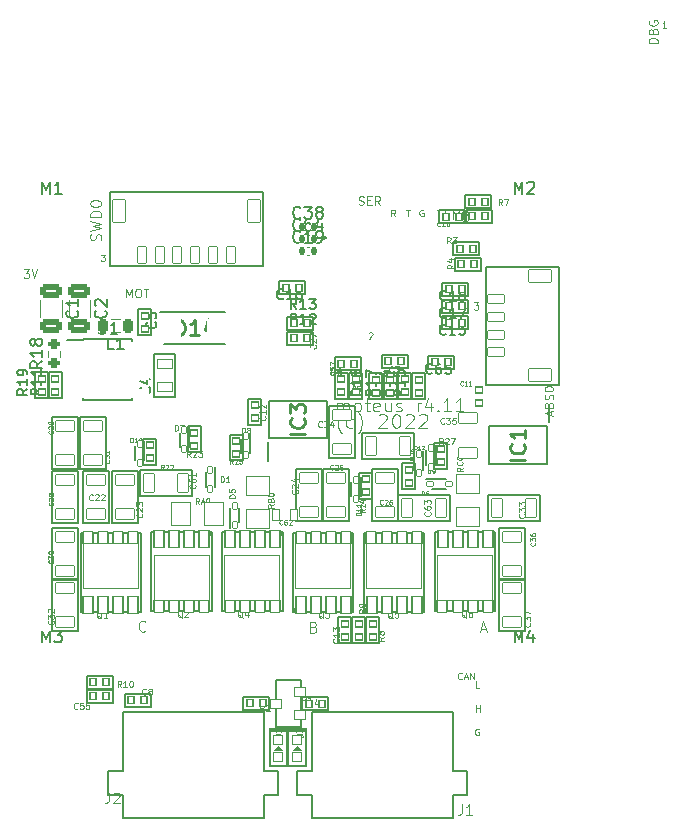
<source format=gbr>
%TF.GenerationSoftware,KiCad,Pcbnew,7.0.6*%
%TF.CreationDate,2023-08-06T04:21:23+10:00*%
%TF.ProjectId,controller,636f6e74-726f-46c6-9c65-722e6b696361,rev?*%
%TF.SameCoordinates,Original*%
%TF.FileFunction,Legend,Top*%
%TF.FilePolarity,Positive*%
%FSLAX46Y46*%
G04 Gerber Fmt 4.6, Leading zero omitted, Abs format (unit mm)*
G04 Created by KiCad (PCBNEW 7.0.6) date 2023-08-06 04:21:23*
%MOMM*%
%LPD*%
G01*
G04 APERTURE LIST*
G04 Aperture macros list*
%AMRoundRect*
0 Rectangle with rounded corners*
0 $1 Rounding radius*
0 $2 $3 $4 $5 $6 $7 $8 $9 X,Y pos of 4 corners*
0 Add a 4 corners polygon primitive as box body*
4,1,4,$2,$3,$4,$5,$6,$7,$8,$9,$2,$3,0*
0 Add four circle primitives for the rounded corners*
1,1,$1+$1,$2,$3*
1,1,$1+$1,$4,$5*
1,1,$1+$1,$6,$7*
1,1,$1+$1,$8,$9*
0 Add four rect primitives between the rounded corners*
20,1,$1+$1,$2,$3,$4,$5,0*
20,1,$1+$1,$4,$5,$6,$7,0*
20,1,$1+$1,$6,$7,$8,$9,0*
20,1,$1+$1,$8,$9,$2,$3,0*%
G04 Aperture macros list end*
%ADD10C,0.064000*%
%ADD11C,0.104000*%
%ADD12C,0.096000*%
%ADD13C,0.048768*%
%ADD14C,0.101600*%
%ADD15C,0.070000*%
%ADD16C,0.254000*%
%ADD17C,0.085344*%
%ADD18C,0.162560*%
%ADD19C,0.054864*%
%ADD20C,0.150000*%
%ADD21C,0.116840*%
%ADD22C,0.095790*%
%ADD23C,0.083290*%
%ADD24C,0.119380*%
%ADD25C,0.056083*%
%ADD26C,0.073152*%
%ADD27C,0.200000*%
%ADD28C,0.250000*%
%ADD29C,0.127000*%
%ADD30C,0.120000*%
%ADD31R,0.700000X1.550000*%
%ADD32R,0.850000X0.300000*%
%ADD33R,0.300000X0.850000*%
%ADD34R,4.100000X4.100000*%
%ADD35R,2.100000X1.550000*%
%ADD36RoundRect,0.050800X-0.800000X0.450000X-0.800000X-0.450000X0.800000X-0.450000X0.800000X0.450000X0*%
%ADD37RoundRect,0.050800X-0.250000X-0.300000X0.250000X-0.300000X0.250000X0.300000X-0.250000X0.300000X0*%
%ADD38RoundRect,0.050800X-0.300000X0.250000X-0.300000X-0.250000X0.300000X-0.250000X0.300000X0.250000X0*%
%ADD39RoundRect,0.050800X0.450000X0.400000X-0.450000X0.400000X-0.450000X-0.400000X0.450000X-0.400000X0*%
%ADD40C,1.151600*%
%ADD41RoundRect,0.050800X0.250000X0.300000X-0.250000X0.300000X-0.250000X-0.300000X0.250000X-0.300000X0*%
%ADD42C,4.700000*%
%ADD43C,3.101600*%
%ADD44RoundRect,0.050800X0.300000X-0.250000X0.300000X0.250000X-0.300000X0.250000X-0.300000X-0.250000X0*%
%ADD45RoundRect,0.050800X-1.000000X0.800000X-1.000000X-0.800000X1.000000X-0.800000X1.000000X0.800000X0*%
%ADD46RoundRect,0.140000X-0.140000X-0.170000X0.140000X-0.170000X0.140000X0.170000X-0.140000X0.170000X0*%
%ADD47RoundRect,0.050800X-0.210000X0.275000X-0.210000X-0.275000X0.210000X-0.275000X0.210000X0.275000X0*%
%ADD48RoundRect,0.250000X-0.650000X0.325000X-0.650000X-0.325000X0.650000X-0.325000X0.650000X0.325000X0*%
%ADD49RoundRect,0.050800X-0.400000X0.400000X-0.400000X-0.400000X0.400000X-0.400000X0.400000X0.400000X0*%
%ADD50RoundRect,0.050800X0.450000X0.800000X-0.450000X0.800000X-0.450000X-0.800000X0.450000X-0.800000X0*%
%ADD51C,1.976600*%
%ADD52RoundRect,0.050800X0.800000X-0.450000X0.800000X0.450000X-0.800000X0.450000X-0.800000X-0.450000X0*%
%ADD53RoundRect,0.050800X-0.300000X-0.450000X0.300000X-0.450000X0.300000X0.450000X-0.300000X0.450000X0*%
%ADD54RoundRect,0.050800X-0.425000X-0.725000X0.425000X-0.725000X0.425000X0.725000X-0.425000X0.725000X0*%
%ADD55RoundRect,0.050800X-0.425000X-0.550000X0.425000X-0.550000X0.425000X0.550000X-0.425000X0.550000X0*%
%ADD56RoundRect,0.050800X-2.350000X-1.900000X2.350000X-1.900000X2.350000X1.900000X-2.350000X1.900000X0*%
%ADD57RoundRect,0.050800X-0.350000X-0.700000X0.350000X-0.700000X0.350000X0.700000X-0.350000X0.700000X0*%
%ADD58RoundRect,0.050800X-0.550000X-0.950000X0.550000X-0.950000X0.550000X0.950000X-0.550000X0.950000X0*%
%ADD59RoundRect,0.218750X0.218750X0.381250X-0.218750X0.381250X-0.218750X-0.381250X0.218750X-0.381250X0*%
%ADD60RoundRect,0.050800X0.800000X1.000000X-0.800000X1.000000X-0.800000X-1.000000X0.800000X-1.000000X0*%
%ADD61RoundRect,0.050800X-0.450000X-0.800000X0.450000X-0.800000X0.450000X0.800000X-0.450000X0.800000X0*%
%ADD62R,1.550000X0.600000*%
%ADD63R,2.600000X3.100000*%
%ADD64RoundRect,0.050800X0.210000X-0.275000X0.210000X0.275000X-0.210000X0.275000X-0.210000X-0.275000X0*%
%ADD65RoundRect,0.050800X0.425000X0.725000X-0.425000X0.725000X-0.425000X-0.725000X0.425000X-0.725000X0*%
%ADD66RoundRect,0.050800X0.425000X0.550000X-0.425000X0.550000X-0.425000X-0.550000X0.425000X-0.550000X0*%
%ADD67RoundRect,0.050800X2.350000X1.900000X-2.350000X1.900000X-2.350000X-1.900000X2.350000X-1.900000X0*%
%ADD68RoundRect,0.200000X0.275000X-0.200000X0.275000X0.200000X-0.275000X0.200000X-0.275000X-0.200000X0*%
%ADD69RoundRect,0.050800X-0.700000X0.350000X-0.700000X-0.350000X0.700000X-0.350000X0.700000X0.350000X0*%
%ADD70RoundRect,0.050800X-0.950000X0.550000X-0.950000X-0.550000X0.950000X-0.550000X0.950000X0.550000X0*%
%ADD71RoundRect,0.050800X-0.650000X0.350000X-0.650000X-0.350000X0.650000X-0.350000X0.650000X0.350000X0*%
%ADD72RoundRect,0.050800X-0.275000X-0.210000X0.275000X-0.210000X0.275000X0.210000X-0.275000X0.210000X0*%
G04 APERTURE END LIST*
D10*
X126132328Y-85035319D02*
X126587947Y-85035319D01*
X126587947Y-85035319D02*
X126342614Y-85315700D01*
X126342614Y-85315700D02*
X126447757Y-85315700D01*
X126447757Y-85315700D02*
X126517852Y-85350748D01*
X126517852Y-85350748D02*
X126552900Y-85385795D01*
X126552900Y-85385795D02*
X126587947Y-85455891D01*
X126587947Y-85455891D02*
X126587947Y-85631129D01*
X126587947Y-85631129D02*
X126552900Y-85701224D01*
X126552900Y-85701224D02*
X126517852Y-85736272D01*
X126517852Y-85736272D02*
X126447757Y-85771319D01*
X126447757Y-85771319D02*
X126237471Y-85771319D01*
X126237471Y-85771319D02*
X126167376Y-85736272D01*
X126167376Y-85736272D02*
X126132328Y-85701224D01*
X126798233Y-85035319D02*
X127043566Y-85771319D01*
X127043566Y-85771319D02*
X127288899Y-85035319D01*
D11*
X153060997Y-98926763D02*
X153004044Y-98869811D01*
X153004044Y-98869811D02*
X152890140Y-98698953D01*
X152890140Y-98698953D02*
X152833187Y-98585049D01*
X152833187Y-98585049D02*
X152776235Y-98414192D01*
X152776235Y-98414192D02*
X152719282Y-98129430D01*
X152719282Y-98129430D02*
X152719282Y-97901620D01*
X152719282Y-97901620D02*
X152776235Y-97616858D01*
X152776235Y-97616858D02*
X152833187Y-97446001D01*
X152833187Y-97446001D02*
X152890140Y-97332096D01*
X152890140Y-97332096D02*
X153004044Y-97161239D01*
X153004044Y-97161239D02*
X153060997Y-97104287D01*
X154029187Y-98414192D02*
X153915282Y-98471144D01*
X153915282Y-98471144D02*
X153687473Y-98471144D01*
X153687473Y-98471144D02*
X153573568Y-98414192D01*
X153573568Y-98414192D02*
X153516615Y-98357239D01*
X153516615Y-98357239D02*
X153459663Y-98243334D01*
X153459663Y-98243334D02*
X153459663Y-97901620D01*
X153459663Y-97901620D02*
X153516615Y-97787715D01*
X153516615Y-97787715D02*
X153573568Y-97730763D01*
X153573568Y-97730763D02*
X153687473Y-97673811D01*
X153687473Y-97673811D02*
X153915282Y-97673811D01*
X153915282Y-97673811D02*
X154029187Y-97730763D01*
X154427854Y-98926763D02*
X154484806Y-98869811D01*
X154484806Y-98869811D02*
X154598711Y-98698953D01*
X154598711Y-98698953D02*
X154655663Y-98585049D01*
X154655663Y-98585049D02*
X154712616Y-98414192D01*
X154712616Y-98414192D02*
X154769568Y-98129430D01*
X154769568Y-98129430D02*
X154769568Y-97901620D01*
X154769568Y-97901620D02*
X154712616Y-97616858D01*
X154712616Y-97616858D02*
X154655663Y-97446001D01*
X154655663Y-97446001D02*
X154598711Y-97332096D01*
X154598711Y-97332096D02*
X154484806Y-97161239D01*
X154484806Y-97161239D02*
X154427854Y-97104287D01*
X156193377Y-97389049D02*
X156250329Y-97332096D01*
X156250329Y-97332096D02*
X156364234Y-97275144D01*
X156364234Y-97275144D02*
X156648996Y-97275144D01*
X156648996Y-97275144D02*
X156762901Y-97332096D01*
X156762901Y-97332096D02*
X156819853Y-97389049D01*
X156819853Y-97389049D02*
X156876806Y-97502953D01*
X156876806Y-97502953D02*
X156876806Y-97616858D01*
X156876806Y-97616858D02*
X156819853Y-97787715D01*
X156819853Y-97787715D02*
X156136425Y-98471144D01*
X156136425Y-98471144D02*
X156876806Y-98471144D01*
X157617187Y-97275144D02*
X157731092Y-97275144D01*
X157731092Y-97275144D02*
X157844996Y-97332096D01*
X157844996Y-97332096D02*
X157901949Y-97389049D01*
X157901949Y-97389049D02*
X157958901Y-97502953D01*
X157958901Y-97502953D02*
X158015854Y-97730763D01*
X158015854Y-97730763D02*
X158015854Y-98015525D01*
X158015854Y-98015525D02*
X157958901Y-98243334D01*
X157958901Y-98243334D02*
X157901949Y-98357239D01*
X157901949Y-98357239D02*
X157844996Y-98414192D01*
X157844996Y-98414192D02*
X157731092Y-98471144D01*
X157731092Y-98471144D02*
X157617187Y-98471144D01*
X157617187Y-98471144D02*
X157503282Y-98414192D01*
X157503282Y-98414192D02*
X157446330Y-98357239D01*
X157446330Y-98357239D02*
X157389377Y-98243334D01*
X157389377Y-98243334D02*
X157332425Y-98015525D01*
X157332425Y-98015525D02*
X157332425Y-97730763D01*
X157332425Y-97730763D02*
X157389377Y-97502953D01*
X157389377Y-97502953D02*
X157446330Y-97389049D01*
X157446330Y-97389049D02*
X157503282Y-97332096D01*
X157503282Y-97332096D02*
X157617187Y-97275144D01*
X158471473Y-97389049D02*
X158528425Y-97332096D01*
X158528425Y-97332096D02*
X158642330Y-97275144D01*
X158642330Y-97275144D02*
X158927092Y-97275144D01*
X158927092Y-97275144D02*
X159040997Y-97332096D01*
X159040997Y-97332096D02*
X159097949Y-97389049D01*
X159097949Y-97389049D02*
X159154902Y-97502953D01*
X159154902Y-97502953D02*
X159154902Y-97616858D01*
X159154902Y-97616858D02*
X159097949Y-97787715D01*
X159097949Y-97787715D02*
X158414521Y-98471144D01*
X158414521Y-98471144D02*
X159154902Y-98471144D01*
X159610521Y-97389049D02*
X159667473Y-97332096D01*
X159667473Y-97332096D02*
X159781378Y-97275144D01*
X159781378Y-97275144D02*
X160066140Y-97275144D01*
X160066140Y-97275144D02*
X160180045Y-97332096D01*
X160180045Y-97332096D02*
X160236997Y-97389049D01*
X160236997Y-97389049D02*
X160293950Y-97502953D01*
X160293950Y-97502953D02*
X160293950Y-97616858D01*
X160293950Y-97616858D02*
X160236997Y-97787715D01*
X160236997Y-97787715D02*
X159553569Y-98471144D01*
X159553569Y-98471144D02*
X160293950Y-98471144D01*
D12*
X152692114Y-97050179D02*
X152692114Y-96314179D01*
X152692114Y-96419322D02*
X152744685Y-96366750D01*
X152744685Y-96366750D02*
X152849828Y-96314179D01*
X152849828Y-96314179D02*
X153007542Y-96314179D01*
X153007542Y-96314179D02*
X153112685Y-96366750D01*
X153112685Y-96366750D02*
X153165257Y-96471893D01*
X153165257Y-96471893D02*
X153165257Y-97050179D01*
X153165257Y-96471893D02*
X153217828Y-96366750D01*
X153217828Y-96366750D02*
X153322971Y-96314179D01*
X153322971Y-96314179D02*
X153480685Y-96314179D01*
X153480685Y-96314179D02*
X153585828Y-96366750D01*
X153585828Y-96366750D02*
X153638399Y-96471893D01*
X153638399Y-96471893D02*
X153638399Y-97050179D01*
X154321828Y-97050179D02*
X154216685Y-96997608D01*
X154216685Y-96997608D02*
X154164114Y-96945036D01*
X154164114Y-96945036D02*
X154111542Y-96839893D01*
X154111542Y-96839893D02*
X154111542Y-96524465D01*
X154111542Y-96524465D02*
X154164114Y-96419322D01*
X154164114Y-96419322D02*
X154216685Y-96366750D01*
X154216685Y-96366750D02*
X154321828Y-96314179D01*
X154321828Y-96314179D02*
X154479542Y-96314179D01*
X154479542Y-96314179D02*
X154584685Y-96366750D01*
X154584685Y-96366750D02*
X154637257Y-96419322D01*
X154637257Y-96419322D02*
X154689828Y-96524465D01*
X154689828Y-96524465D02*
X154689828Y-96839893D01*
X154689828Y-96839893D02*
X154637257Y-96945036D01*
X154637257Y-96945036D02*
X154584685Y-96997608D01*
X154584685Y-96997608D02*
X154479542Y-97050179D01*
X154479542Y-97050179D02*
X154321828Y-97050179D01*
X155005256Y-96314179D02*
X155425828Y-96314179D01*
X155162971Y-95946179D02*
X155162971Y-96892465D01*
X155162971Y-96892465D02*
X155215542Y-96997608D01*
X155215542Y-96997608D02*
X155320685Y-97050179D01*
X155320685Y-97050179D02*
X155425828Y-97050179D01*
X156214399Y-96997608D02*
X156109256Y-97050179D01*
X156109256Y-97050179D02*
X155898971Y-97050179D01*
X155898971Y-97050179D02*
X155793828Y-96997608D01*
X155793828Y-96997608D02*
X155741256Y-96892465D01*
X155741256Y-96892465D02*
X155741256Y-96471893D01*
X155741256Y-96471893D02*
X155793828Y-96366750D01*
X155793828Y-96366750D02*
X155898971Y-96314179D01*
X155898971Y-96314179D02*
X156109256Y-96314179D01*
X156109256Y-96314179D02*
X156214399Y-96366750D01*
X156214399Y-96366750D02*
X156266971Y-96471893D01*
X156266971Y-96471893D02*
X156266971Y-96577036D01*
X156266971Y-96577036D02*
X155741256Y-96682179D01*
X157213257Y-96314179D02*
X157213257Y-97050179D01*
X156740114Y-96314179D02*
X156740114Y-96892465D01*
X156740114Y-96892465D02*
X156792685Y-96997608D01*
X156792685Y-96997608D02*
X156897828Y-97050179D01*
X156897828Y-97050179D02*
X157055542Y-97050179D01*
X157055542Y-97050179D02*
X157160685Y-96997608D01*
X157160685Y-96997608D02*
X157213257Y-96945036D01*
X157686399Y-96997608D02*
X157791542Y-97050179D01*
X157791542Y-97050179D02*
X158001828Y-97050179D01*
X158001828Y-97050179D02*
X158106971Y-96997608D01*
X158106971Y-96997608D02*
X158159542Y-96892465D01*
X158159542Y-96892465D02*
X158159542Y-96839893D01*
X158159542Y-96839893D02*
X158106971Y-96734750D01*
X158106971Y-96734750D02*
X158001828Y-96682179D01*
X158001828Y-96682179D02*
X157844114Y-96682179D01*
X157844114Y-96682179D02*
X157738971Y-96629608D01*
X157738971Y-96629608D02*
X157686399Y-96524465D01*
X157686399Y-96524465D02*
X157686399Y-96471893D01*
X157686399Y-96471893D02*
X157738971Y-96366750D01*
X157738971Y-96366750D02*
X157844114Y-96314179D01*
X157844114Y-96314179D02*
X158001828Y-96314179D01*
X158001828Y-96314179D02*
X158106971Y-96366750D01*
X159473828Y-97050179D02*
X159473828Y-96314179D01*
X159473828Y-96524465D02*
X159526399Y-96419322D01*
X159526399Y-96419322D02*
X159578971Y-96366750D01*
X159578971Y-96366750D02*
X159684113Y-96314179D01*
X159684113Y-96314179D02*
X159789256Y-96314179D01*
X160630400Y-96314179D02*
X160630400Y-97050179D01*
X160367542Y-95893608D02*
X160104685Y-96682179D01*
X160104685Y-96682179D02*
X160788114Y-96682179D01*
X161208686Y-96945036D02*
X161261257Y-96997608D01*
X161261257Y-96997608D02*
X161208686Y-97050179D01*
X161208686Y-97050179D02*
X161156114Y-96997608D01*
X161156114Y-96997608D02*
X161208686Y-96945036D01*
X161208686Y-96945036D02*
X161208686Y-97050179D01*
X162312685Y-97050179D02*
X161681828Y-97050179D01*
X161997257Y-97050179D02*
X161997257Y-95946179D01*
X161997257Y-95946179D02*
X161892114Y-96103893D01*
X161892114Y-96103893D02*
X161786971Y-96209036D01*
X161786971Y-96209036D02*
X161681828Y-96261608D01*
X163364114Y-97050179D02*
X162733257Y-97050179D01*
X163048686Y-97050179D02*
X163048686Y-95946179D01*
X163048686Y-95946179D02*
X162943543Y-96103893D01*
X162943543Y-96103893D02*
X162838400Y-96209036D01*
X162838400Y-96209036D02*
X162733257Y-96261608D01*
D13*
X163237190Y-119679016D02*
X163210484Y-119705723D01*
X163210484Y-119705723D02*
X163130365Y-119732429D01*
X163130365Y-119732429D02*
X163076953Y-119732429D01*
X163076953Y-119732429D02*
X162996834Y-119705723D01*
X162996834Y-119705723D02*
X162943421Y-119652310D01*
X162943421Y-119652310D02*
X162916715Y-119598897D01*
X162916715Y-119598897D02*
X162890009Y-119492072D01*
X162890009Y-119492072D02*
X162890009Y-119411953D01*
X162890009Y-119411953D02*
X162916715Y-119305128D01*
X162916715Y-119305128D02*
X162943421Y-119251716D01*
X162943421Y-119251716D02*
X162996834Y-119198303D01*
X162996834Y-119198303D02*
X163076953Y-119171597D01*
X163076953Y-119171597D02*
X163130365Y-119171597D01*
X163130365Y-119171597D02*
X163210484Y-119198303D01*
X163210484Y-119198303D02*
X163237190Y-119225009D01*
X163450841Y-119572191D02*
X163717904Y-119572191D01*
X163397428Y-119732429D02*
X163584372Y-119171597D01*
X163584372Y-119171597D02*
X163771316Y-119732429D01*
X163958260Y-119732429D02*
X163958260Y-119171597D01*
X163958260Y-119171597D02*
X164278735Y-119732429D01*
X164278735Y-119732429D02*
X164278735Y-119171597D01*
D10*
X161125280Y-80035319D02*
X161545851Y-80035319D01*
X161335565Y-80771319D02*
X161335565Y-80035319D01*
X161791185Y-80385795D02*
X162036518Y-80385795D01*
X162141661Y-80771319D02*
X161791185Y-80771319D01*
X161791185Y-80771319D02*
X161791185Y-80035319D01*
X161791185Y-80035319D02*
X162141661Y-80035319D01*
X162457090Y-80771319D02*
X162457090Y-80035319D01*
X162457090Y-80035319D02*
X162702423Y-80561033D01*
X162702423Y-80561033D02*
X162947756Y-80035319D01*
X162947756Y-80035319D02*
X162947756Y-80771319D01*
X163298233Y-80771319D02*
X163298233Y-80035319D01*
X163298233Y-80035319D02*
X163578614Y-80035319D01*
X163578614Y-80035319D02*
X163648709Y-80070367D01*
X163648709Y-80070367D02*
X163683756Y-80105414D01*
X163683756Y-80105414D02*
X163718804Y-80175510D01*
X163718804Y-80175510D02*
X163718804Y-80280652D01*
X163718804Y-80280652D02*
X163683756Y-80350748D01*
X163683756Y-80350748D02*
X163648709Y-80385795D01*
X163648709Y-80385795D02*
X163578614Y-80420843D01*
X163578614Y-80420843D02*
X163298233Y-80420843D01*
X179797719Y-65834866D02*
X179061719Y-65834866D01*
X179061719Y-65834866D02*
X179061719Y-65659628D01*
X179061719Y-65659628D02*
X179096767Y-65554485D01*
X179096767Y-65554485D02*
X179166862Y-65484390D01*
X179166862Y-65484390D02*
X179236957Y-65449343D01*
X179236957Y-65449343D02*
X179377148Y-65414295D01*
X179377148Y-65414295D02*
X179482291Y-65414295D01*
X179482291Y-65414295D02*
X179622481Y-65449343D01*
X179622481Y-65449343D02*
X179692576Y-65484390D01*
X179692576Y-65484390D02*
X179762672Y-65554485D01*
X179762672Y-65554485D02*
X179797719Y-65659628D01*
X179797719Y-65659628D02*
X179797719Y-65834866D01*
X179412195Y-64853533D02*
X179447243Y-64748390D01*
X179447243Y-64748390D02*
X179482291Y-64713343D01*
X179482291Y-64713343D02*
X179552386Y-64678295D01*
X179552386Y-64678295D02*
X179657529Y-64678295D01*
X179657529Y-64678295D02*
X179727624Y-64713343D01*
X179727624Y-64713343D02*
X179762672Y-64748390D01*
X179762672Y-64748390D02*
X179797719Y-64818485D01*
X179797719Y-64818485D02*
X179797719Y-65098866D01*
X179797719Y-65098866D02*
X179061719Y-65098866D01*
X179061719Y-65098866D02*
X179061719Y-64853533D01*
X179061719Y-64853533D02*
X179096767Y-64783438D01*
X179096767Y-64783438D02*
X179131814Y-64748390D01*
X179131814Y-64748390D02*
X179201910Y-64713343D01*
X179201910Y-64713343D02*
X179272005Y-64713343D01*
X179272005Y-64713343D02*
X179342100Y-64748390D01*
X179342100Y-64748390D02*
X179377148Y-64783438D01*
X179377148Y-64783438D02*
X179412195Y-64853533D01*
X179412195Y-64853533D02*
X179412195Y-65098866D01*
X179096767Y-63977343D02*
X179061719Y-64047438D01*
X179061719Y-64047438D02*
X179061719Y-64152581D01*
X179061719Y-64152581D02*
X179096767Y-64257724D01*
X179096767Y-64257724D02*
X179166862Y-64327819D01*
X179166862Y-64327819D02*
X179236957Y-64362866D01*
X179236957Y-64362866D02*
X179377148Y-64397914D01*
X179377148Y-64397914D02*
X179482291Y-64397914D01*
X179482291Y-64397914D02*
X179622481Y-64362866D01*
X179622481Y-64362866D02*
X179692576Y-64327819D01*
X179692576Y-64327819D02*
X179762672Y-64257724D01*
X179762672Y-64257724D02*
X179797719Y-64152581D01*
X179797719Y-64152581D02*
X179797719Y-64082485D01*
X179797719Y-64082485D02*
X179762672Y-63977343D01*
X179762672Y-63977343D02*
X179727624Y-63942295D01*
X179727624Y-63942295D02*
X179482291Y-63942295D01*
X179482291Y-63942295D02*
X179482291Y-64082485D01*
D13*
X164660484Y-123948303D02*
X164607072Y-123921597D01*
X164607072Y-123921597D02*
X164526953Y-123921597D01*
X164526953Y-123921597D02*
X164446834Y-123948303D01*
X164446834Y-123948303D02*
X164393421Y-124001716D01*
X164393421Y-124001716D02*
X164366715Y-124055128D01*
X164366715Y-124055128D02*
X164340009Y-124161953D01*
X164340009Y-124161953D02*
X164340009Y-124242072D01*
X164340009Y-124242072D02*
X164366715Y-124348897D01*
X164366715Y-124348897D02*
X164393421Y-124402310D01*
X164393421Y-124402310D02*
X164446834Y-124455723D01*
X164446834Y-124455723D02*
X164526953Y-124482429D01*
X164526953Y-124482429D02*
X164580365Y-124482429D01*
X164580365Y-124482429D02*
X164660484Y-124455723D01*
X164660484Y-124455723D02*
X164687190Y-124429016D01*
X164687190Y-124429016D02*
X164687190Y-124242072D01*
X164687190Y-124242072D02*
X164580365Y-124242072D01*
D10*
X134768443Y-87410199D02*
X134768443Y-86674199D01*
X134768443Y-86674199D02*
X135013776Y-87199913D01*
X135013776Y-87199913D02*
X135259109Y-86674199D01*
X135259109Y-86674199D02*
X135259109Y-87410199D01*
X135749776Y-86674199D02*
X135889967Y-86674199D01*
X135889967Y-86674199D02*
X135960062Y-86709247D01*
X135960062Y-86709247D02*
X136030157Y-86779342D01*
X136030157Y-86779342D02*
X136065205Y-86919532D01*
X136065205Y-86919532D02*
X136065205Y-87164866D01*
X136065205Y-87164866D02*
X136030157Y-87305056D01*
X136030157Y-87305056D02*
X135960062Y-87375152D01*
X135960062Y-87375152D02*
X135889967Y-87410199D01*
X135889967Y-87410199D02*
X135749776Y-87410199D01*
X135749776Y-87410199D02*
X135679681Y-87375152D01*
X135679681Y-87375152D02*
X135609586Y-87305056D01*
X135609586Y-87305056D02*
X135574538Y-87164866D01*
X135574538Y-87164866D02*
X135574538Y-86919532D01*
X135574538Y-86919532D02*
X135609586Y-86779342D01*
X135609586Y-86779342D02*
X135679681Y-86709247D01*
X135679681Y-86709247D02*
X135749776Y-86674199D01*
X136275491Y-86674199D02*
X136696062Y-86674199D01*
X136485776Y-87410199D02*
X136485776Y-86674199D01*
D14*
X164833013Y-115445553D02*
X165268442Y-115445553D01*
X164745927Y-115706810D02*
X165050727Y-114792410D01*
X165050727Y-114792410D02*
X165355527Y-115706810D01*
D15*
X164246052Y-87809260D02*
X164636052Y-87809260D01*
X164636052Y-87809260D02*
X164426052Y-88049260D01*
X164426052Y-88049260D02*
X164516052Y-88049260D01*
X164516052Y-88049260D02*
X164576052Y-88079260D01*
X164576052Y-88079260D02*
X164606052Y-88109260D01*
X164606052Y-88109260D02*
X164636052Y-88169260D01*
X164636052Y-88169260D02*
X164636052Y-88319260D01*
X164636052Y-88319260D02*
X164606052Y-88379260D01*
X164606052Y-88379260D02*
X164576052Y-88409260D01*
X164576052Y-88409260D02*
X164516052Y-88439260D01*
X164516052Y-88439260D02*
X164336052Y-88439260D01*
X164336052Y-88439260D02*
X164276052Y-88409260D01*
X164276052Y-88409260D02*
X164246052Y-88379260D01*
D13*
X156275929Y-85739997D02*
X156275929Y-86300829D01*
X156275929Y-86300829D02*
X156142398Y-86300829D01*
X156142398Y-86300829D02*
X156062279Y-86274123D01*
X156062279Y-86274123D02*
X156008866Y-86220710D01*
X156008866Y-86220710D02*
X155982160Y-86167298D01*
X155982160Y-86167298D02*
X155955454Y-86060473D01*
X155955454Y-86060473D02*
X155955454Y-85980354D01*
X155955454Y-85980354D02*
X155982160Y-85873529D01*
X155982160Y-85873529D02*
X156008866Y-85820116D01*
X156008866Y-85820116D02*
X156062279Y-85766704D01*
X156062279Y-85766704D02*
X156142398Y-85739997D01*
X156142398Y-85739997D02*
X156275929Y-85739997D01*
X155741803Y-85900235D02*
X155474741Y-85900235D01*
X155795216Y-85739997D02*
X155608272Y-86300829D01*
X155608272Y-86300829D02*
X155421328Y-85739997D01*
X154913909Y-85793410D02*
X154940615Y-85766704D01*
X154940615Y-85766704D02*
X155020734Y-85739997D01*
X155020734Y-85739997D02*
X155074146Y-85739997D01*
X155074146Y-85739997D02*
X155154265Y-85766704D01*
X155154265Y-85766704D02*
X155207678Y-85820116D01*
X155207678Y-85820116D02*
X155234384Y-85873529D01*
X155234384Y-85873529D02*
X155261090Y-85980354D01*
X155261090Y-85980354D02*
X155261090Y-86060473D01*
X155261090Y-86060473D02*
X155234384Y-86167298D01*
X155234384Y-86167298D02*
X155207678Y-86220710D01*
X155207678Y-86220710D02*
X155154265Y-86274123D01*
X155154265Y-86274123D02*
X155074146Y-86300829D01*
X155074146Y-86300829D02*
X155020734Y-86300829D01*
X155020734Y-86300829D02*
X154940615Y-86274123D01*
X154940615Y-86274123D02*
X154913909Y-86247417D01*
X164416715Y-122482429D02*
X164416715Y-121921597D01*
X164416715Y-122188660D02*
X164737190Y-122188660D01*
X164737190Y-122482429D02*
X164737190Y-121921597D01*
D10*
X154496328Y-79536272D02*
X154601471Y-79571319D01*
X154601471Y-79571319D02*
X154776709Y-79571319D01*
X154776709Y-79571319D02*
X154846804Y-79536272D01*
X154846804Y-79536272D02*
X154881852Y-79501224D01*
X154881852Y-79501224D02*
X154916899Y-79431129D01*
X154916899Y-79431129D02*
X154916899Y-79361033D01*
X154916899Y-79361033D02*
X154881852Y-79290938D01*
X154881852Y-79290938D02*
X154846804Y-79255891D01*
X154846804Y-79255891D02*
X154776709Y-79220843D01*
X154776709Y-79220843D02*
X154636518Y-79185795D01*
X154636518Y-79185795D02*
X154566423Y-79150748D01*
X154566423Y-79150748D02*
X154531376Y-79115700D01*
X154531376Y-79115700D02*
X154496328Y-79045605D01*
X154496328Y-79045605D02*
X154496328Y-78975510D01*
X154496328Y-78975510D02*
X154531376Y-78905414D01*
X154531376Y-78905414D02*
X154566423Y-78870367D01*
X154566423Y-78870367D02*
X154636518Y-78835319D01*
X154636518Y-78835319D02*
X154811757Y-78835319D01*
X154811757Y-78835319D02*
X154916899Y-78870367D01*
X155232328Y-79185795D02*
X155477661Y-79185795D01*
X155582804Y-79571319D02*
X155232328Y-79571319D01*
X155232328Y-79571319D02*
X155232328Y-78835319D01*
X155232328Y-78835319D02*
X155582804Y-78835319D01*
X156318804Y-79571319D02*
X156073471Y-79220843D01*
X155898233Y-79571319D02*
X155898233Y-78835319D01*
X155898233Y-78835319D02*
X156178614Y-78835319D01*
X156178614Y-78835319D02*
X156248709Y-78870367D01*
X156248709Y-78870367D02*
X156283756Y-78905414D01*
X156283756Y-78905414D02*
X156318804Y-78975510D01*
X156318804Y-78975510D02*
X156318804Y-79080652D01*
X156318804Y-79080652D02*
X156283756Y-79150748D01*
X156283756Y-79150748D02*
X156248709Y-79185795D01*
X156248709Y-79185795D02*
X156178614Y-79220843D01*
X156178614Y-79220843D02*
X155898233Y-79220843D01*
D14*
X150690456Y-115307439D02*
X150821084Y-115350982D01*
X150821084Y-115350982D02*
X150864627Y-115394525D01*
X150864627Y-115394525D02*
X150908170Y-115481610D01*
X150908170Y-115481610D02*
X150908170Y-115612239D01*
X150908170Y-115612239D02*
X150864627Y-115699325D01*
X150864627Y-115699325D02*
X150821084Y-115742868D01*
X150821084Y-115742868D02*
X150733999Y-115786410D01*
X150733999Y-115786410D02*
X150385656Y-115786410D01*
X150385656Y-115786410D02*
X150385656Y-114872010D01*
X150385656Y-114872010D02*
X150690456Y-114872010D01*
X150690456Y-114872010D02*
X150777542Y-114915553D01*
X150777542Y-114915553D02*
X150821084Y-114959096D01*
X150821084Y-114959096D02*
X150864627Y-115046182D01*
X150864627Y-115046182D02*
X150864627Y-115133268D01*
X150864627Y-115133268D02*
X150821084Y-115220353D01*
X150821084Y-115220353D02*
X150777542Y-115263896D01*
X150777542Y-115263896D02*
X150690456Y-115307439D01*
X150690456Y-115307439D02*
X150385656Y-115307439D01*
D13*
X132663302Y-83771597D02*
X133010484Y-83771597D01*
X133010484Y-83771597D02*
X132823540Y-83985247D01*
X132823540Y-83985247D02*
X132903659Y-83985247D01*
X132903659Y-83985247D02*
X132957072Y-84011953D01*
X132957072Y-84011953D02*
X132983778Y-84038660D01*
X132983778Y-84038660D02*
X133010484Y-84092072D01*
X133010484Y-84092072D02*
X133010484Y-84225604D01*
X133010484Y-84225604D02*
X132983778Y-84279016D01*
X132983778Y-84279016D02*
X132957072Y-84305723D01*
X132957072Y-84305723D02*
X132903659Y-84332429D01*
X132903659Y-84332429D02*
X132743421Y-84332429D01*
X132743421Y-84332429D02*
X132690009Y-84305723D01*
X132690009Y-84305723D02*
X132663302Y-84279016D01*
X159960484Y-79998303D02*
X159907072Y-79971597D01*
X159907072Y-79971597D02*
X159826953Y-79971597D01*
X159826953Y-79971597D02*
X159746834Y-79998303D01*
X159746834Y-79998303D02*
X159693421Y-80051716D01*
X159693421Y-80051716D02*
X159666715Y-80105128D01*
X159666715Y-80105128D02*
X159640009Y-80211953D01*
X159640009Y-80211953D02*
X159640009Y-80292072D01*
X159640009Y-80292072D02*
X159666715Y-80398897D01*
X159666715Y-80398897D02*
X159693421Y-80452310D01*
X159693421Y-80452310D02*
X159746834Y-80505723D01*
X159746834Y-80505723D02*
X159826953Y-80532429D01*
X159826953Y-80532429D02*
X159880365Y-80532429D01*
X159880365Y-80532429D02*
X159960484Y-80505723D01*
X159960484Y-80505723D02*
X159987190Y-80479016D01*
X159987190Y-80479016D02*
X159987190Y-80292072D01*
X159987190Y-80292072D02*
X159880365Y-80292072D01*
X180539384Y-64588829D02*
X180218909Y-64588829D01*
X180379146Y-64588829D02*
X180379146Y-64027997D01*
X180379146Y-64027997D02*
X180325734Y-64108116D01*
X180325734Y-64108116D02*
X180272321Y-64161528D01*
X180272321Y-64161528D02*
X180218909Y-64188235D01*
X155358909Y-90421409D02*
X155385615Y-90394703D01*
X155385615Y-90394703D02*
X155439028Y-90367997D01*
X155439028Y-90367997D02*
X155572559Y-90367997D01*
X155572559Y-90367997D02*
X155625972Y-90394703D01*
X155625972Y-90394703D02*
X155652678Y-90421409D01*
X155652678Y-90421409D02*
X155679384Y-90474822D01*
X155679384Y-90474822D02*
X155679384Y-90528235D01*
X155679384Y-90528235D02*
X155652678Y-90608353D01*
X155652678Y-90608353D02*
X155332202Y-90928829D01*
X155332202Y-90928829D02*
X155679384Y-90928829D01*
X157587190Y-80532429D02*
X157400246Y-80265366D01*
X157266715Y-80532429D02*
X157266715Y-79971597D01*
X157266715Y-79971597D02*
X157480365Y-79971597D01*
X157480365Y-79971597D02*
X157533778Y-79998303D01*
X157533778Y-79998303D02*
X157560484Y-80025009D01*
X157560484Y-80025009D02*
X157587190Y-80078422D01*
X157587190Y-80078422D02*
X157587190Y-80158541D01*
X157587190Y-80158541D02*
X157560484Y-80211953D01*
X157560484Y-80211953D02*
X157533778Y-80238660D01*
X157533778Y-80238660D02*
X157480365Y-80265366D01*
X157480365Y-80265366D02*
X157266715Y-80265366D01*
X158486596Y-79971597D02*
X158807072Y-79971597D01*
X158646834Y-80532429D02*
X158646834Y-79971597D01*
X164683778Y-120482429D02*
X164416715Y-120482429D01*
X164416715Y-120482429D02*
X164416715Y-119921597D01*
D14*
X136443070Y-115619725D02*
X136399527Y-115663268D01*
X136399527Y-115663268D02*
X136268899Y-115706810D01*
X136268899Y-115706810D02*
X136181813Y-115706810D01*
X136181813Y-115706810D02*
X136051184Y-115663268D01*
X136051184Y-115663268D02*
X135964099Y-115576182D01*
X135964099Y-115576182D02*
X135920556Y-115489096D01*
X135920556Y-115489096D02*
X135877013Y-115314925D01*
X135877013Y-115314925D02*
X135877013Y-115184296D01*
X135877013Y-115184296D02*
X135920556Y-115010125D01*
X135920556Y-115010125D02*
X135964099Y-114923039D01*
X135964099Y-114923039D02*
X136051184Y-114835953D01*
X136051184Y-114835953D02*
X136181813Y-114792410D01*
X136181813Y-114792410D02*
X136268899Y-114792410D01*
X136268899Y-114792410D02*
X136399527Y-114835953D01*
X136399527Y-114835953D02*
X136443070Y-114879496D01*
D16*
X149959318Y-98974762D02*
X148689318Y-98974762D01*
X149838365Y-97644285D02*
X149898842Y-97704761D01*
X149898842Y-97704761D02*
X149959318Y-97886190D01*
X149959318Y-97886190D02*
X149959318Y-98007142D01*
X149959318Y-98007142D02*
X149898842Y-98188571D01*
X149898842Y-98188571D02*
X149777889Y-98309523D01*
X149777889Y-98309523D02*
X149656937Y-98370000D01*
X149656937Y-98370000D02*
X149415032Y-98430476D01*
X149415032Y-98430476D02*
X149233603Y-98430476D01*
X149233603Y-98430476D02*
X148991699Y-98370000D01*
X148991699Y-98370000D02*
X148870746Y-98309523D01*
X148870746Y-98309523D02*
X148749794Y-98188571D01*
X148749794Y-98188571D02*
X148689318Y-98007142D01*
X148689318Y-98007142D02*
X148689318Y-97886190D01*
X148689318Y-97886190D02*
X148749794Y-97704761D01*
X148749794Y-97704761D02*
X148810270Y-97644285D01*
X148689318Y-97220952D02*
X148689318Y-96434761D01*
X148689318Y-96434761D02*
X149173127Y-96858095D01*
X149173127Y-96858095D02*
X149173127Y-96676666D01*
X149173127Y-96676666D02*
X149233603Y-96555714D01*
X149233603Y-96555714D02*
X149294080Y-96495238D01*
X149294080Y-96495238D02*
X149415032Y-96434761D01*
X149415032Y-96434761D02*
X149717413Y-96434761D01*
X149717413Y-96434761D02*
X149838365Y-96495238D01*
X149838365Y-96495238D02*
X149898842Y-96555714D01*
X149898842Y-96555714D02*
X149959318Y-96676666D01*
X149959318Y-96676666D02*
X149959318Y-97039523D01*
X149959318Y-97039523D02*
X149898842Y-97160476D01*
X149898842Y-97160476D02*
X149838365Y-97220952D01*
X155200237Y-87424318D02*
X155200237Y-86154318D01*
X156530714Y-87303365D02*
X156470238Y-87363842D01*
X156470238Y-87363842D02*
X156288809Y-87424318D01*
X156288809Y-87424318D02*
X156167857Y-87424318D01*
X156167857Y-87424318D02*
X155986428Y-87363842D01*
X155986428Y-87363842D02*
X155865476Y-87242889D01*
X155865476Y-87242889D02*
X155804999Y-87121937D01*
X155804999Y-87121937D02*
X155744523Y-86880032D01*
X155744523Y-86880032D02*
X155744523Y-86698603D01*
X155744523Y-86698603D02*
X155804999Y-86456699D01*
X155804999Y-86456699D02*
X155865476Y-86335746D01*
X155865476Y-86335746D02*
X155986428Y-86214794D01*
X155986428Y-86214794D02*
X156167857Y-86154318D01*
X156167857Y-86154318D02*
X156288809Y-86154318D01*
X156288809Y-86154318D02*
X156470238Y-86214794D01*
X156470238Y-86214794D02*
X156530714Y-86275270D01*
X157014523Y-86275270D02*
X157074999Y-86214794D01*
X157074999Y-86214794D02*
X157195952Y-86154318D01*
X157195952Y-86154318D02*
X157498333Y-86154318D01*
X157498333Y-86154318D02*
X157619285Y-86214794D01*
X157619285Y-86214794D02*
X157679761Y-86275270D01*
X157679761Y-86275270D02*
X157740238Y-86396222D01*
X157740238Y-86396222D02*
X157740238Y-86517175D01*
X157740238Y-86517175D02*
X157679761Y-86698603D01*
X157679761Y-86698603D02*
X156954047Y-87424318D01*
X156954047Y-87424318D02*
X157740238Y-87424318D01*
X168589318Y-101154762D02*
X167319318Y-101154762D01*
X168468365Y-99824285D02*
X168528842Y-99884761D01*
X168528842Y-99884761D02*
X168589318Y-100066190D01*
X168589318Y-100066190D02*
X168589318Y-100187142D01*
X168589318Y-100187142D02*
X168528842Y-100368571D01*
X168528842Y-100368571D02*
X168407889Y-100489523D01*
X168407889Y-100489523D02*
X168286937Y-100550000D01*
X168286937Y-100550000D02*
X168045032Y-100610476D01*
X168045032Y-100610476D02*
X167863603Y-100610476D01*
X167863603Y-100610476D02*
X167621699Y-100550000D01*
X167621699Y-100550000D02*
X167500746Y-100489523D01*
X167500746Y-100489523D02*
X167379794Y-100368571D01*
X167379794Y-100368571D02*
X167319318Y-100187142D01*
X167319318Y-100187142D02*
X167319318Y-100066190D01*
X167319318Y-100066190D02*
X167379794Y-99884761D01*
X167379794Y-99884761D02*
X167440270Y-99824285D01*
X168589318Y-98614761D02*
X168589318Y-99340476D01*
X168589318Y-98977619D02*
X167319318Y-98977619D01*
X167319318Y-98977619D02*
X167500746Y-99098571D01*
X167500746Y-99098571D02*
X167621699Y-99219523D01*
X167621699Y-99219523D02*
X167682175Y-99340476D01*
X139027856Y-90604318D02*
X139027856Y-89334318D01*
X139027856Y-89334318D02*
X139330237Y-89334318D01*
X139330237Y-89334318D02*
X139511666Y-89394794D01*
X139511666Y-89394794D02*
X139632618Y-89515746D01*
X139632618Y-89515746D02*
X139693095Y-89636699D01*
X139693095Y-89636699D02*
X139753571Y-89878603D01*
X139753571Y-89878603D02*
X139753571Y-90060032D01*
X139753571Y-90060032D02*
X139693095Y-90301937D01*
X139693095Y-90301937D02*
X139632618Y-90422889D01*
X139632618Y-90422889D02*
X139511666Y-90543842D01*
X139511666Y-90543842D02*
X139330237Y-90604318D01*
X139330237Y-90604318D02*
X139027856Y-90604318D01*
X140963095Y-90604318D02*
X140237380Y-90604318D01*
X140600237Y-90604318D02*
X140600237Y-89334318D01*
X140600237Y-89334318D02*
X140479285Y-89515746D01*
X140479285Y-89515746D02*
X140358333Y-89636699D01*
X140358333Y-89636699D02*
X140237380Y-89697175D01*
X142051666Y-89757651D02*
X142051666Y-90604318D01*
X141749285Y-89273842D02*
X141446904Y-90180984D01*
X141446904Y-90180984D02*
X142233095Y-90180984D01*
D17*
X131981512Y-104541764D02*
X131956548Y-104566729D01*
X131956548Y-104566729D02*
X131881654Y-104591693D01*
X131881654Y-104591693D02*
X131831725Y-104591693D01*
X131831725Y-104591693D02*
X131756831Y-104566729D01*
X131756831Y-104566729D02*
X131706902Y-104516799D01*
X131706902Y-104516799D02*
X131681937Y-104466870D01*
X131681937Y-104466870D02*
X131656973Y-104367012D01*
X131656973Y-104367012D02*
X131656973Y-104292118D01*
X131656973Y-104292118D02*
X131681937Y-104192260D01*
X131681937Y-104192260D02*
X131706902Y-104142331D01*
X131706902Y-104142331D02*
X131756831Y-104092402D01*
X131756831Y-104092402D02*
X131831725Y-104067437D01*
X131831725Y-104067437D02*
X131881654Y-104067437D01*
X131881654Y-104067437D02*
X131956548Y-104092402D01*
X131956548Y-104092402D02*
X131981512Y-104117366D01*
X132181229Y-104117366D02*
X132206193Y-104092402D01*
X132206193Y-104092402D02*
X132256123Y-104067437D01*
X132256123Y-104067437D02*
X132380945Y-104067437D01*
X132380945Y-104067437D02*
X132430875Y-104092402D01*
X132430875Y-104092402D02*
X132455839Y-104117366D01*
X132455839Y-104117366D02*
X132480804Y-104167295D01*
X132480804Y-104167295D02*
X132480804Y-104217225D01*
X132480804Y-104217225D02*
X132455839Y-104292118D01*
X132455839Y-104292118D02*
X132156264Y-104591693D01*
X132156264Y-104591693D02*
X132480804Y-104591693D01*
X132680520Y-104117366D02*
X132705484Y-104092402D01*
X132705484Y-104092402D02*
X132755414Y-104067437D01*
X132755414Y-104067437D02*
X132880236Y-104067437D01*
X132880236Y-104067437D02*
X132930166Y-104092402D01*
X132930166Y-104092402D02*
X132955130Y-104117366D01*
X132955130Y-104117366D02*
X132980095Y-104167295D01*
X132980095Y-104167295D02*
X132980095Y-104217225D01*
X132980095Y-104217225D02*
X132955130Y-104292118D01*
X132955130Y-104292118D02*
X132655555Y-104591693D01*
X132655555Y-104591693D02*
X132980095Y-104591693D01*
D18*
X161884893Y-87605822D02*
X161844253Y-87646462D01*
X161844253Y-87646462D02*
X161722333Y-87687102D01*
X161722333Y-87687102D02*
X161641053Y-87687102D01*
X161641053Y-87687102D02*
X161519133Y-87646462D01*
X161519133Y-87646462D02*
X161437853Y-87565182D01*
X161437853Y-87565182D02*
X161397213Y-87483902D01*
X161397213Y-87483902D02*
X161356573Y-87321342D01*
X161356573Y-87321342D02*
X161356573Y-87199422D01*
X161356573Y-87199422D02*
X161397213Y-87036862D01*
X161397213Y-87036862D02*
X161437853Y-86955582D01*
X161437853Y-86955582D02*
X161519133Y-86874302D01*
X161519133Y-86874302D02*
X161641053Y-86833662D01*
X161641053Y-86833662D02*
X161722333Y-86833662D01*
X161722333Y-86833662D02*
X161844253Y-86874302D01*
X161844253Y-86874302D02*
X161884893Y-86914942D01*
X162697693Y-87687102D02*
X162210013Y-87687102D01*
X162453853Y-87687102D02*
X162453853Y-86833662D01*
X162453853Y-86833662D02*
X162372573Y-86955582D01*
X162372573Y-86955582D02*
X162291293Y-87036862D01*
X162291293Y-87036862D02*
X162210013Y-87077502D01*
X163185373Y-87199422D02*
X163104093Y-87158782D01*
X163104093Y-87158782D02*
X163063453Y-87118142D01*
X163063453Y-87118142D02*
X163022813Y-87036862D01*
X163022813Y-87036862D02*
X163022813Y-86996222D01*
X163022813Y-86996222D02*
X163063453Y-86914942D01*
X163063453Y-86914942D02*
X163104093Y-86874302D01*
X163104093Y-86874302D02*
X163185373Y-86833662D01*
X163185373Y-86833662D02*
X163347933Y-86833662D01*
X163347933Y-86833662D02*
X163429213Y-86874302D01*
X163429213Y-86874302D02*
X163469853Y-86914942D01*
X163469853Y-86914942D02*
X163510493Y-86996222D01*
X163510493Y-86996222D02*
X163510493Y-87036862D01*
X163510493Y-87036862D02*
X163469853Y-87118142D01*
X163469853Y-87118142D02*
X163429213Y-87158782D01*
X163429213Y-87158782D02*
X163347933Y-87199422D01*
X163347933Y-87199422D02*
X163185373Y-87199422D01*
X163185373Y-87199422D02*
X163104093Y-87240062D01*
X163104093Y-87240062D02*
X163063453Y-87280702D01*
X163063453Y-87280702D02*
X163022813Y-87361982D01*
X163022813Y-87361982D02*
X163022813Y-87524542D01*
X163022813Y-87524542D02*
X163063453Y-87605822D01*
X163063453Y-87605822D02*
X163104093Y-87646462D01*
X163104093Y-87646462D02*
X163185373Y-87687102D01*
X163185373Y-87687102D02*
X163347933Y-87687102D01*
X163347933Y-87687102D02*
X163429213Y-87646462D01*
X163429213Y-87646462D02*
X163469853Y-87605822D01*
X163469853Y-87605822D02*
X163510493Y-87524542D01*
X163510493Y-87524542D02*
X163510493Y-87361982D01*
X163510493Y-87361982D02*
X163469853Y-87280702D01*
X163469853Y-87280702D02*
X163429213Y-87240062D01*
X163429213Y-87240062D02*
X163347933Y-87199422D01*
D17*
X146558164Y-97474587D02*
X146583129Y-97499551D01*
X146583129Y-97499551D02*
X146608093Y-97574445D01*
X146608093Y-97574445D02*
X146608093Y-97624374D01*
X146608093Y-97624374D02*
X146583129Y-97699268D01*
X146583129Y-97699268D02*
X146533199Y-97749197D01*
X146533199Y-97749197D02*
X146483270Y-97774162D01*
X146483270Y-97774162D02*
X146383412Y-97799126D01*
X146383412Y-97799126D02*
X146308518Y-97799126D01*
X146308518Y-97799126D02*
X146208660Y-97774162D01*
X146208660Y-97774162D02*
X146158731Y-97749197D01*
X146158731Y-97749197D02*
X146108802Y-97699268D01*
X146108802Y-97699268D02*
X146083837Y-97624374D01*
X146083837Y-97624374D02*
X146083837Y-97574445D01*
X146083837Y-97574445D02*
X146108802Y-97499551D01*
X146108802Y-97499551D02*
X146133766Y-97474587D01*
X146608093Y-96975295D02*
X146608093Y-97274870D01*
X146608093Y-97125083D02*
X146083837Y-97125083D01*
X146083837Y-97125083D02*
X146158731Y-97175012D01*
X146158731Y-97175012D02*
X146208660Y-97224941D01*
X146208660Y-97224941D02*
X146233625Y-97274870D01*
X146133766Y-96775579D02*
X146108802Y-96750615D01*
X146108802Y-96750615D02*
X146083837Y-96700686D01*
X146083837Y-96700686D02*
X146083837Y-96575863D01*
X146083837Y-96575863D02*
X146108802Y-96525934D01*
X146108802Y-96525934D02*
X146133766Y-96500969D01*
X146133766Y-96500969D02*
X146183695Y-96476004D01*
X146183695Y-96476004D02*
X146233625Y-96476004D01*
X146233625Y-96476004D02*
X146308518Y-96500969D01*
X146308518Y-96500969D02*
X146608093Y-96800544D01*
X146608093Y-96800544D02*
X146608093Y-96476004D01*
D19*
X150229274Y-122017379D02*
X150229274Y-121462643D01*
X150229274Y-121462643D02*
X150361354Y-121462643D01*
X150361354Y-121462643D02*
X150440602Y-121489059D01*
X150440602Y-121489059D02*
X150493434Y-121541891D01*
X150493434Y-121541891D02*
X150519850Y-121594723D01*
X150519850Y-121594723D02*
X150546266Y-121700387D01*
X150546266Y-121700387D02*
X150546266Y-121779635D01*
X150546266Y-121779635D02*
X150519850Y-121885299D01*
X150519850Y-121885299D02*
X150493434Y-121938131D01*
X150493434Y-121938131D02*
X150440602Y-121990963D01*
X150440602Y-121990963D02*
X150361354Y-122017379D01*
X150361354Y-122017379D02*
X150229274Y-122017379D01*
X151021754Y-121647555D02*
X151021754Y-122017379D01*
X150889674Y-121436227D02*
X150757594Y-121832467D01*
X150757594Y-121832467D02*
X151101002Y-121832467D01*
D17*
X150014544Y-121731093D02*
X149839792Y-121481447D01*
X149714969Y-121731093D02*
X149714969Y-121206837D01*
X149714969Y-121206837D02*
X149914686Y-121206837D01*
X149914686Y-121206837D02*
X149964615Y-121231802D01*
X149964615Y-121231802D02*
X149989580Y-121256766D01*
X149989580Y-121256766D02*
X150014544Y-121306695D01*
X150014544Y-121306695D02*
X150014544Y-121381589D01*
X150014544Y-121381589D02*
X149989580Y-121431518D01*
X149989580Y-121431518D02*
X149964615Y-121456483D01*
X149964615Y-121456483D02*
X149914686Y-121481447D01*
X149914686Y-121481447D02*
X149714969Y-121481447D01*
X150513836Y-121731093D02*
X150214261Y-121731093D01*
X150364048Y-121731093D02*
X150364048Y-121206837D01*
X150364048Y-121206837D02*
X150314119Y-121281731D01*
X150314119Y-121281731D02*
X150264190Y-121331660D01*
X150264190Y-121331660D02*
X150214261Y-121356625D01*
X162518093Y-84629455D02*
X162268447Y-84804207D01*
X162518093Y-84929030D02*
X161993837Y-84929030D01*
X161993837Y-84929030D02*
X161993837Y-84729313D01*
X161993837Y-84729313D02*
X162018802Y-84679384D01*
X162018802Y-84679384D02*
X162043766Y-84654419D01*
X162043766Y-84654419D02*
X162093695Y-84629455D01*
X162093695Y-84629455D02*
X162168589Y-84629455D01*
X162168589Y-84629455D02*
X162218518Y-84654419D01*
X162218518Y-84654419D02*
X162243483Y-84679384D01*
X162243483Y-84679384D02*
X162268447Y-84729313D01*
X162268447Y-84729313D02*
X162268447Y-84929030D01*
X162168589Y-84180093D02*
X162518093Y-84180093D01*
X161968873Y-84304915D02*
X162343341Y-84429738D01*
X162343341Y-84429738D02*
X162343341Y-84105199D01*
D20*
X127691576Y-78608419D02*
X127691576Y-77608419D01*
X127691576Y-77608419D02*
X128024909Y-78322704D01*
X128024909Y-78322704D02*
X128358242Y-77608419D01*
X128358242Y-77608419D02*
X128358242Y-78608419D01*
X129358242Y-78608419D02*
X128786814Y-78608419D01*
X129072528Y-78608419D02*
X129072528Y-77608419D01*
X129072528Y-77608419D02*
X128977290Y-77751276D01*
X128977290Y-77751276D02*
X128882052Y-77846514D01*
X128882052Y-77846514D02*
X128786814Y-77894133D01*
D17*
X162280544Y-82838093D02*
X162105792Y-82588447D01*
X161980969Y-82838093D02*
X161980969Y-82313837D01*
X161980969Y-82313837D02*
X162180686Y-82313837D01*
X162180686Y-82313837D02*
X162230615Y-82338802D01*
X162230615Y-82338802D02*
X162255580Y-82363766D01*
X162255580Y-82363766D02*
X162280544Y-82413695D01*
X162280544Y-82413695D02*
X162280544Y-82488589D01*
X162280544Y-82488589D02*
X162255580Y-82538518D01*
X162255580Y-82538518D02*
X162230615Y-82563483D01*
X162230615Y-82563483D02*
X162180686Y-82588447D01*
X162180686Y-82588447D02*
X161980969Y-82588447D01*
X162455296Y-82313837D02*
X162779836Y-82313837D01*
X162779836Y-82313837D02*
X162605084Y-82513554D01*
X162605084Y-82513554D02*
X162679977Y-82513554D01*
X162679977Y-82513554D02*
X162729907Y-82538518D01*
X162729907Y-82538518D02*
X162754871Y-82563483D01*
X162754871Y-82563483D02*
X162779836Y-82613412D01*
X162779836Y-82613412D02*
X162779836Y-82738235D01*
X162779836Y-82738235D02*
X162754871Y-82788164D01*
X162754871Y-82788164D02*
X162729907Y-82813129D01*
X162729907Y-82813129D02*
X162679977Y-82838093D01*
X162679977Y-82838093D02*
X162530190Y-82838093D01*
X162530190Y-82838093D02*
X162480261Y-82813129D01*
X162480261Y-82813129D02*
X162455296Y-82788164D01*
X136481644Y-120991764D02*
X136456680Y-121016729D01*
X136456680Y-121016729D02*
X136381786Y-121041693D01*
X136381786Y-121041693D02*
X136331857Y-121041693D01*
X136331857Y-121041693D02*
X136256963Y-121016729D01*
X136256963Y-121016729D02*
X136207034Y-120966799D01*
X136207034Y-120966799D02*
X136182069Y-120916870D01*
X136182069Y-120916870D02*
X136157105Y-120817012D01*
X136157105Y-120817012D02*
X136157105Y-120742118D01*
X136157105Y-120742118D02*
X136182069Y-120642260D01*
X136182069Y-120642260D02*
X136207034Y-120592331D01*
X136207034Y-120592331D02*
X136256963Y-120542402D01*
X136256963Y-120542402D02*
X136331857Y-120517437D01*
X136331857Y-120517437D02*
X136381786Y-120517437D01*
X136381786Y-120517437D02*
X136456680Y-120542402D01*
X136456680Y-120542402D02*
X136481644Y-120567366D01*
X136781219Y-120742118D02*
X136731290Y-120717154D01*
X136731290Y-120717154D02*
X136706325Y-120692189D01*
X136706325Y-120692189D02*
X136681361Y-120642260D01*
X136681361Y-120642260D02*
X136681361Y-120617295D01*
X136681361Y-120617295D02*
X136706325Y-120567366D01*
X136706325Y-120567366D02*
X136731290Y-120542402D01*
X136731290Y-120542402D02*
X136781219Y-120517437D01*
X136781219Y-120517437D02*
X136881077Y-120517437D01*
X136881077Y-120517437D02*
X136931007Y-120542402D01*
X136931007Y-120542402D02*
X136955971Y-120567366D01*
X136955971Y-120567366D02*
X136980936Y-120617295D01*
X136980936Y-120617295D02*
X136980936Y-120642260D01*
X136980936Y-120642260D02*
X136955971Y-120692189D01*
X136955971Y-120692189D02*
X136931007Y-120717154D01*
X136931007Y-120717154D02*
X136881077Y-120742118D01*
X136881077Y-120742118D02*
X136781219Y-120742118D01*
X136781219Y-120742118D02*
X136731290Y-120767083D01*
X136731290Y-120767083D02*
X136706325Y-120792047D01*
X136706325Y-120792047D02*
X136681361Y-120841977D01*
X136681361Y-120841977D02*
X136681361Y-120941835D01*
X136681361Y-120941835D02*
X136706325Y-120991764D01*
X136706325Y-120991764D02*
X136731290Y-121016729D01*
X136731290Y-121016729D02*
X136781219Y-121041693D01*
X136781219Y-121041693D02*
X136881077Y-121041693D01*
X136881077Y-121041693D02*
X136931007Y-121016729D01*
X136931007Y-121016729D02*
X136955971Y-120991764D01*
X136955971Y-120991764D02*
X136980936Y-120941835D01*
X136980936Y-120941835D02*
X136980936Y-120841977D01*
X136980936Y-120841977D02*
X136955971Y-120792047D01*
X136955971Y-120792047D02*
X136931007Y-120767083D01*
X136931007Y-120767083D02*
X136881077Y-120742118D01*
X154988490Y-105328549D02*
X154791035Y-105466767D01*
X154988490Y-105565495D02*
X154573834Y-105565495D01*
X154573834Y-105565495D02*
X154573834Y-105407531D01*
X154573834Y-105407531D02*
X154593580Y-105368040D01*
X154593580Y-105368040D02*
X154613325Y-105348294D01*
X154613325Y-105348294D02*
X154652816Y-105328549D01*
X154652816Y-105328549D02*
X154712053Y-105328549D01*
X154712053Y-105328549D02*
X154751544Y-105348294D01*
X154751544Y-105348294D02*
X154771289Y-105368040D01*
X154771289Y-105368040D02*
X154791035Y-105407531D01*
X154791035Y-105407531D02*
X154791035Y-105565495D01*
X154613325Y-105170584D02*
X154593580Y-105150839D01*
X154593580Y-105150839D02*
X154573834Y-105111348D01*
X154573834Y-105111348D02*
X154573834Y-105012620D01*
X154573834Y-105012620D02*
X154593580Y-104973129D01*
X154593580Y-104973129D02*
X154613325Y-104953384D01*
X154613325Y-104953384D02*
X154652816Y-104933638D01*
X154652816Y-104933638D02*
X154692307Y-104933638D01*
X154692307Y-104933638D02*
X154751544Y-104953384D01*
X154751544Y-104953384D02*
X154988490Y-105190330D01*
X154988490Y-105190330D02*
X154988490Y-104933638D01*
X154712053Y-104578219D02*
X154988490Y-104578219D01*
X154554089Y-104676947D02*
X154850271Y-104775674D01*
X154850271Y-104775674D02*
X154850271Y-104518983D01*
D21*
X147292984Y-104916378D02*
X147058337Y-105080631D01*
X147292984Y-105197955D02*
X146800224Y-105197955D01*
X146800224Y-105197955D02*
X146800224Y-105010237D01*
X146800224Y-105010237D02*
X146823689Y-104963307D01*
X146823689Y-104963307D02*
X146847154Y-104939842D01*
X146847154Y-104939842D02*
X146894083Y-104916378D01*
X146894083Y-104916378D02*
X146964478Y-104916378D01*
X146964478Y-104916378D02*
X147011407Y-104939842D01*
X147011407Y-104939842D02*
X147034872Y-104963307D01*
X147034872Y-104963307D02*
X147058337Y-105010237D01*
X147058337Y-105010237D02*
X147058337Y-105197955D01*
X147034872Y-104540941D02*
X147058337Y-104470547D01*
X147058337Y-104470547D02*
X147081801Y-104447082D01*
X147081801Y-104447082D02*
X147128731Y-104423618D01*
X147128731Y-104423618D02*
X147199125Y-104423618D01*
X147199125Y-104423618D02*
X147246055Y-104447082D01*
X147246055Y-104447082D02*
X147269520Y-104470547D01*
X147269520Y-104470547D02*
X147292984Y-104517477D01*
X147292984Y-104517477D02*
X147292984Y-104705195D01*
X147292984Y-104705195D02*
X146800224Y-104705195D01*
X146800224Y-104705195D02*
X146800224Y-104540941D01*
X146800224Y-104540941D02*
X146823689Y-104494012D01*
X146823689Y-104494012D02*
X146847154Y-104470547D01*
X146847154Y-104470547D02*
X146894083Y-104447082D01*
X146894083Y-104447082D02*
X146941013Y-104447082D01*
X146941013Y-104447082D02*
X146987942Y-104470547D01*
X146987942Y-104470547D02*
X147011407Y-104494012D01*
X147011407Y-104494012D02*
X147034872Y-104540941D01*
X147034872Y-104540941D02*
X147034872Y-104705195D01*
X146800224Y-104118576D02*
X146800224Y-104071646D01*
X146800224Y-104071646D02*
X146823689Y-104024717D01*
X146823689Y-104024717D02*
X146847154Y-104001252D01*
X146847154Y-104001252D02*
X146894083Y-103977787D01*
X146894083Y-103977787D02*
X146987942Y-103954322D01*
X146987942Y-103954322D02*
X147105266Y-103954322D01*
X147105266Y-103954322D02*
X147199125Y-103977787D01*
X147199125Y-103977787D02*
X147246055Y-104001252D01*
X147246055Y-104001252D02*
X147269520Y-104024717D01*
X147269520Y-104024717D02*
X147292984Y-104071646D01*
X147292984Y-104071646D02*
X147292984Y-104118576D01*
X147292984Y-104118576D02*
X147269520Y-104165505D01*
X147269520Y-104165505D02*
X147246055Y-104188970D01*
X147246055Y-104188970D02*
X147199125Y-104212435D01*
X147199125Y-104212435D02*
X147105266Y-104235899D01*
X147105266Y-104235899D02*
X146987942Y-104235899D01*
X146987942Y-104235899D02*
X146894083Y-104212435D01*
X146894083Y-104212435D02*
X146847154Y-104188970D01*
X146847154Y-104188970D02*
X146823689Y-104165505D01*
X146823689Y-104165505D02*
X146800224Y-104118576D01*
D17*
X136139264Y-105708187D02*
X136164229Y-105733151D01*
X136164229Y-105733151D02*
X136189193Y-105808045D01*
X136189193Y-105808045D02*
X136189193Y-105857974D01*
X136189193Y-105857974D02*
X136164229Y-105932868D01*
X136164229Y-105932868D02*
X136114299Y-105982797D01*
X136114299Y-105982797D02*
X136064370Y-106007762D01*
X136064370Y-106007762D02*
X135964512Y-106032726D01*
X135964512Y-106032726D02*
X135889618Y-106032726D01*
X135889618Y-106032726D02*
X135789760Y-106007762D01*
X135789760Y-106007762D02*
X135739831Y-105982797D01*
X135739831Y-105982797D02*
X135689902Y-105932868D01*
X135689902Y-105932868D02*
X135664937Y-105857974D01*
X135664937Y-105857974D02*
X135664937Y-105808045D01*
X135664937Y-105808045D02*
X135689902Y-105733151D01*
X135689902Y-105733151D02*
X135714866Y-105708187D01*
X135714866Y-105508470D02*
X135689902Y-105483506D01*
X135689902Y-105483506D02*
X135664937Y-105433577D01*
X135664937Y-105433577D02*
X135664937Y-105308754D01*
X135664937Y-105308754D02*
X135689902Y-105258825D01*
X135689902Y-105258825D02*
X135714866Y-105233860D01*
X135714866Y-105233860D02*
X135764795Y-105208895D01*
X135764795Y-105208895D02*
X135814725Y-105208895D01*
X135814725Y-105208895D02*
X135889618Y-105233860D01*
X135889618Y-105233860D02*
X136189193Y-105533435D01*
X136189193Y-105533435D02*
X136189193Y-105208895D01*
X135664937Y-105034144D02*
X135664937Y-104709604D01*
X135664937Y-104709604D02*
X135864654Y-104884356D01*
X135864654Y-104884356D02*
X135864654Y-104809463D01*
X135864654Y-104809463D02*
X135889618Y-104759534D01*
X135889618Y-104759534D02*
X135914583Y-104734569D01*
X135914583Y-104734569D02*
X135964512Y-104709604D01*
X135964512Y-104709604D02*
X136089335Y-104709604D01*
X136089335Y-104709604D02*
X136139264Y-104734569D01*
X136139264Y-104734569D02*
X136164229Y-104759534D01*
X136164229Y-104759534D02*
X136189193Y-104809463D01*
X136189193Y-104809463D02*
X136189193Y-104959250D01*
X136189193Y-104959250D02*
X136164229Y-105009179D01*
X136164229Y-105009179D02*
X136139264Y-105034144D01*
D20*
X149547142Y-81659580D02*
X149499523Y-81707200D01*
X149499523Y-81707200D02*
X149356666Y-81754819D01*
X149356666Y-81754819D02*
X149261428Y-81754819D01*
X149261428Y-81754819D02*
X149118571Y-81707200D01*
X149118571Y-81707200D02*
X149023333Y-81611961D01*
X149023333Y-81611961D02*
X148975714Y-81516723D01*
X148975714Y-81516723D02*
X148928095Y-81326247D01*
X148928095Y-81326247D02*
X148928095Y-81183390D01*
X148928095Y-81183390D02*
X148975714Y-80992914D01*
X148975714Y-80992914D02*
X149023333Y-80897676D01*
X149023333Y-80897676D02*
X149118571Y-80802438D01*
X149118571Y-80802438D02*
X149261428Y-80754819D01*
X149261428Y-80754819D02*
X149356666Y-80754819D01*
X149356666Y-80754819D02*
X149499523Y-80802438D01*
X149499523Y-80802438D02*
X149547142Y-80850057D01*
X150404285Y-80754819D02*
X150213809Y-80754819D01*
X150213809Y-80754819D02*
X150118571Y-80802438D01*
X150118571Y-80802438D02*
X150070952Y-80850057D01*
X150070952Y-80850057D02*
X149975714Y-80992914D01*
X149975714Y-80992914D02*
X149928095Y-81183390D01*
X149928095Y-81183390D02*
X149928095Y-81564342D01*
X149928095Y-81564342D02*
X149975714Y-81659580D01*
X149975714Y-81659580D02*
X150023333Y-81707200D01*
X150023333Y-81707200D02*
X150118571Y-81754819D01*
X150118571Y-81754819D02*
X150309047Y-81754819D01*
X150309047Y-81754819D02*
X150404285Y-81707200D01*
X150404285Y-81707200D02*
X150451904Y-81659580D01*
X150451904Y-81659580D02*
X150499523Y-81564342D01*
X150499523Y-81564342D02*
X150499523Y-81326247D01*
X150499523Y-81326247D02*
X150451904Y-81231009D01*
X150451904Y-81231009D02*
X150404285Y-81183390D01*
X150404285Y-81183390D02*
X150309047Y-81135771D01*
X150309047Y-81135771D02*
X150118571Y-81135771D01*
X150118571Y-81135771D02*
X150023333Y-81183390D01*
X150023333Y-81183390D02*
X149975714Y-81231009D01*
X149975714Y-81231009D02*
X149928095Y-81326247D01*
X151356666Y-81088152D02*
X151356666Y-81754819D01*
X151118571Y-80707200D02*
X150880476Y-81421485D01*
X150880476Y-81421485D02*
X151499523Y-81421485D01*
D17*
X156639193Y-116158896D02*
X156389547Y-116333648D01*
X156639193Y-116458471D02*
X156114937Y-116458471D01*
X156114937Y-116458471D02*
X156114937Y-116258754D01*
X156114937Y-116258754D02*
X156139902Y-116208825D01*
X156139902Y-116208825D02*
X156164866Y-116183860D01*
X156164866Y-116183860D02*
X156214795Y-116158896D01*
X156214795Y-116158896D02*
X156289689Y-116158896D01*
X156289689Y-116158896D02*
X156339618Y-116183860D01*
X156339618Y-116183860D02*
X156364583Y-116208825D01*
X156364583Y-116208825D02*
X156389547Y-116258754D01*
X156389547Y-116258754D02*
X156389547Y-116458471D01*
X156339618Y-115859321D02*
X156314654Y-115909250D01*
X156314654Y-115909250D02*
X156289689Y-115934215D01*
X156289689Y-115934215D02*
X156239760Y-115959179D01*
X156239760Y-115959179D02*
X156214795Y-115959179D01*
X156214795Y-115959179D02*
X156164866Y-115934215D01*
X156164866Y-115934215D02*
X156139902Y-115909250D01*
X156139902Y-115909250D02*
X156114937Y-115859321D01*
X156114937Y-115859321D02*
X156114937Y-115759463D01*
X156114937Y-115759463D02*
X156139902Y-115709534D01*
X156139902Y-115709534D02*
X156164866Y-115684569D01*
X156164866Y-115684569D02*
X156214795Y-115659604D01*
X156214795Y-115659604D02*
X156239760Y-115659604D01*
X156239760Y-115659604D02*
X156289689Y-115684569D01*
X156289689Y-115684569D02*
X156314654Y-115709534D01*
X156314654Y-115709534D02*
X156339618Y-115759463D01*
X156339618Y-115759463D02*
X156339618Y-115859321D01*
X156339618Y-115859321D02*
X156364583Y-115909250D01*
X156364583Y-115909250D02*
X156389547Y-115934215D01*
X156389547Y-115934215D02*
X156439477Y-115959179D01*
X156439477Y-115959179D02*
X156539335Y-115959179D01*
X156539335Y-115959179D02*
X156589264Y-115934215D01*
X156589264Y-115934215D02*
X156614229Y-115909250D01*
X156614229Y-115909250D02*
X156639193Y-115859321D01*
X156639193Y-115859321D02*
X156639193Y-115759463D01*
X156639193Y-115759463D02*
X156614229Y-115709534D01*
X156614229Y-115709534D02*
X156589264Y-115684569D01*
X156589264Y-115684569D02*
X156539335Y-115659604D01*
X156539335Y-115659604D02*
X156439477Y-115659604D01*
X156439477Y-115659604D02*
X156389547Y-115684569D01*
X156389547Y-115684569D02*
X156364583Y-115709534D01*
X156364583Y-115709534D02*
X156339618Y-115759463D01*
D22*
X160350347Y-102295875D02*
X160350347Y-101912715D01*
X160350347Y-101912715D02*
X160441576Y-101912715D01*
X160441576Y-101912715D02*
X160496313Y-101930961D01*
X160496313Y-101930961D02*
X160532804Y-101967452D01*
X160532804Y-101967452D02*
X160551050Y-102003944D01*
X160551050Y-102003944D02*
X160569296Y-102076927D01*
X160569296Y-102076927D02*
X160569296Y-102131664D01*
X160569296Y-102131664D02*
X160551050Y-102204647D01*
X160551050Y-102204647D02*
X160532804Y-102241138D01*
X160532804Y-102241138D02*
X160496313Y-102277630D01*
X160496313Y-102277630D02*
X160441576Y-102295875D01*
X160441576Y-102295875D02*
X160350347Y-102295875D01*
X160751753Y-102295875D02*
X160824736Y-102295875D01*
X160824736Y-102295875D02*
X160861227Y-102277630D01*
X160861227Y-102277630D02*
X160879473Y-102259384D01*
X160879473Y-102259384D02*
X160915964Y-102204647D01*
X160915964Y-102204647D02*
X160934210Y-102131664D01*
X160934210Y-102131664D02*
X160934210Y-101985698D01*
X160934210Y-101985698D02*
X160915964Y-101949207D01*
X160915964Y-101949207D02*
X160897719Y-101930961D01*
X160897719Y-101930961D02*
X160861227Y-101912715D01*
X160861227Y-101912715D02*
X160788244Y-101912715D01*
X160788244Y-101912715D02*
X160751753Y-101930961D01*
X160751753Y-101930961D02*
X160733507Y-101949207D01*
X160733507Y-101949207D02*
X160715261Y-101985698D01*
X160715261Y-101985698D02*
X160715261Y-102076927D01*
X160715261Y-102076927D02*
X160733507Y-102113418D01*
X160733507Y-102113418D02*
X160751753Y-102131664D01*
X160751753Y-102131664D02*
X160788244Y-102149910D01*
X160788244Y-102149910D02*
X160861227Y-102149910D01*
X160861227Y-102149910D02*
X160897719Y-102131664D01*
X160897719Y-102131664D02*
X160915964Y-102113418D01*
X160915964Y-102113418D02*
X160934210Y-102076927D01*
D20*
X130659580Y-88526666D02*
X130707200Y-88574285D01*
X130707200Y-88574285D02*
X130754819Y-88717142D01*
X130754819Y-88717142D02*
X130754819Y-88812380D01*
X130754819Y-88812380D02*
X130707200Y-88955237D01*
X130707200Y-88955237D02*
X130611961Y-89050475D01*
X130611961Y-89050475D02*
X130516723Y-89098094D01*
X130516723Y-89098094D02*
X130326247Y-89145713D01*
X130326247Y-89145713D02*
X130183390Y-89145713D01*
X130183390Y-89145713D02*
X129992914Y-89098094D01*
X129992914Y-89098094D02*
X129897676Y-89050475D01*
X129897676Y-89050475D02*
X129802438Y-88955237D01*
X129802438Y-88955237D02*
X129754819Y-88812380D01*
X129754819Y-88812380D02*
X129754819Y-88717142D01*
X129754819Y-88717142D02*
X129802438Y-88574285D01*
X129802438Y-88574285D02*
X129850057Y-88526666D01*
X130754819Y-87574285D02*
X130754819Y-88145713D01*
X130754819Y-87859999D02*
X129754819Y-87859999D01*
X129754819Y-87859999D02*
X129897676Y-87955237D01*
X129897676Y-87955237D02*
X129992914Y-88050475D01*
X129992914Y-88050475D02*
X130040533Y-88145713D01*
D17*
X161623873Y-99837252D02*
X161452321Y-99592178D01*
X161329784Y-99837252D02*
X161329784Y-99322596D01*
X161329784Y-99322596D02*
X161525843Y-99322596D01*
X161525843Y-99322596D02*
X161574858Y-99347103D01*
X161574858Y-99347103D02*
X161599365Y-99371611D01*
X161599365Y-99371611D02*
X161623873Y-99420626D01*
X161623873Y-99420626D02*
X161623873Y-99494148D01*
X161623873Y-99494148D02*
X161599365Y-99543163D01*
X161599365Y-99543163D02*
X161574858Y-99567670D01*
X161574858Y-99567670D02*
X161525843Y-99592178D01*
X161525843Y-99592178D02*
X161329784Y-99592178D01*
X161819932Y-99371611D02*
X161844440Y-99347103D01*
X161844440Y-99347103D02*
X161893455Y-99322596D01*
X161893455Y-99322596D02*
X162015992Y-99322596D01*
X162015992Y-99322596D02*
X162065007Y-99347103D01*
X162065007Y-99347103D02*
X162089514Y-99371611D01*
X162089514Y-99371611D02*
X162114021Y-99420626D01*
X162114021Y-99420626D02*
X162114021Y-99469641D01*
X162114021Y-99469641D02*
X162089514Y-99543163D01*
X162089514Y-99543163D02*
X161795425Y-99837252D01*
X161795425Y-99837252D02*
X162114021Y-99837252D01*
X162285574Y-99322596D02*
X162628678Y-99322596D01*
X162628678Y-99322596D02*
X162408111Y-99837252D01*
D21*
X163301880Y-101814231D02*
X163067233Y-101978484D01*
X163301880Y-102095808D02*
X162809120Y-102095808D01*
X162809120Y-102095808D02*
X162809120Y-101908090D01*
X162809120Y-101908090D02*
X162832585Y-101861160D01*
X162832585Y-101861160D02*
X162856050Y-101837695D01*
X162856050Y-101837695D02*
X162902979Y-101814231D01*
X162902979Y-101814231D02*
X162973374Y-101814231D01*
X162973374Y-101814231D02*
X163020303Y-101837695D01*
X163020303Y-101837695D02*
X163043768Y-101861160D01*
X163043768Y-101861160D02*
X163067233Y-101908090D01*
X163067233Y-101908090D02*
X163067233Y-102095808D01*
X163254951Y-101321471D02*
X163278416Y-101344935D01*
X163278416Y-101344935D02*
X163301880Y-101415330D01*
X163301880Y-101415330D02*
X163301880Y-101462259D01*
X163301880Y-101462259D02*
X163278416Y-101532653D01*
X163278416Y-101532653D02*
X163231486Y-101579583D01*
X163231486Y-101579583D02*
X163184556Y-101603048D01*
X163184556Y-101603048D02*
X163090697Y-101626512D01*
X163090697Y-101626512D02*
X163020303Y-101626512D01*
X163020303Y-101626512D02*
X162926444Y-101603048D01*
X162926444Y-101603048D02*
X162879515Y-101579583D01*
X162879515Y-101579583D02*
X162832585Y-101532653D01*
X162832585Y-101532653D02*
X162809120Y-101462259D01*
X162809120Y-101462259D02*
X162809120Y-101415330D01*
X162809120Y-101415330D02*
X162832585Y-101344935D01*
X162832585Y-101344935D02*
X162856050Y-101321471D01*
X162809120Y-101016429D02*
X162809120Y-100969499D01*
X162809120Y-100969499D02*
X162832585Y-100922570D01*
X162832585Y-100922570D02*
X162856050Y-100899105D01*
X162856050Y-100899105D02*
X162902979Y-100875640D01*
X162902979Y-100875640D02*
X162996838Y-100852175D01*
X162996838Y-100852175D02*
X163114162Y-100852175D01*
X163114162Y-100852175D02*
X163208021Y-100875640D01*
X163208021Y-100875640D02*
X163254951Y-100899105D01*
X163254951Y-100899105D02*
X163278416Y-100922570D01*
X163278416Y-100922570D02*
X163301880Y-100969499D01*
X163301880Y-100969499D02*
X163301880Y-101016429D01*
X163301880Y-101016429D02*
X163278416Y-101063358D01*
X163278416Y-101063358D02*
X163254951Y-101086823D01*
X163254951Y-101086823D02*
X163208021Y-101110288D01*
X163208021Y-101110288D02*
X163114162Y-101133752D01*
X163114162Y-101133752D02*
X162996838Y-101133752D01*
X162996838Y-101133752D02*
X162902979Y-101110288D01*
X162902979Y-101110288D02*
X162856050Y-101086823D01*
X162856050Y-101086823D02*
X162832585Y-101063358D01*
X162832585Y-101063358D02*
X162809120Y-101016429D01*
D17*
X149739193Y-124658471D02*
X149214937Y-124658471D01*
X149214937Y-124658471D02*
X149214937Y-124533648D01*
X149214937Y-124533648D02*
X149239902Y-124458754D01*
X149239902Y-124458754D02*
X149289831Y-124408825D01*
X149289831Y-124408825D02*
X149339760Y-124383860D01*
X149339760Y-124383860D02*
X149439618Y-124358896D01*
X149439618Y-124358896D02*
X149514512Y-124358896D01*
X149514512Y-124358896D02*
X149614370Y-124383860D01*
X149614370Y-124383860D02*
X149664299Y-124408825D01*
X149664299Y-124408825D02*
X149714229Y-124458754D01*
X149714229Y-124458754D02*
X149739193Y-124533648D01*
X149739193Y-124533648D02*
X149739193Y-124658471D01*
X149214937Y-124184144D02*
X149214937Y-123859604D01*
X149214937Y-123859604D02*
X149414654Y-124034356D01*
X149414654Y-124034356D02*
X149414654Y-123959463D01*
X149414654Y-123959463D02*
X149439618Y-123909534D01*
X149439618Y-123909534D02*
X149464583Y-123884569D01*
X149464583Y-123884569D02*
X149514512Y-123859604D01*
X149514512Y-123859604D02*
X149639335Y-123859604D01*
X149639335Y-123859604D02*
X149689264Y-123884569D01*
X149689264Y-123884569D02*
X149714229Y-123909534D01*
X149714229Y-123909534D02*
X149739193Y-123959463D01*
X149739193Y-123959463D02*
X149739193Y-124109250D01*
X149739193Y-124109250D02*
X149714229Y-124159179D01*
X149714229Y-124159179D02*
X149689264Y-124184144D01*
D18*
X149227827Y-89667102D02*
X148943347Y-89260702D01*
X148740147Y-89667102D02*
X148740147Y-88813662D01*
X148740147Y-88813662D02*
X149065267Y-88813662D01*
X149065267Y-88813662D02*
X149146547Y-88854302D01*
X149146547Y-88854302D02*
X149187187Y-88894942D01*
X149187187Y-88894942D02*
X149227827Y-88976222D01*
X149227827Y-88976222D02*
X149227827Y-89098142D01*
X149227827Y-89098142D02*
X149187187Y-89179422D01*
X149187187Y-89179422D02*
X149146547Y-89220062D01*
X149146547Y-89220062D02*
X149065267Y-89260702D01*
X149065267Y-89260702D02*
X148740147Y-89260702D01*
X150040627Y-89667102D02*
X149552947Y-89667102D01*
X149796787Y-89667102D02*
X149796787Y-88813662D01*
X149796787Y-88813662D02*
X149715507Y-88935582D01*
X149715507Y-88935582D02*
X149634227Y-89016862D01*
X149634227Y-89016862D02*
X149552947Y-89057502D01*
X150365747Y-88894942D02*
X150406387Y-88854302D01*
X150406387Y-88854302D02*
X150487667Y-88813662D01*
X150487667Y-88813662D02*
X150690867Y-88813662D01*
X150690867Y-88813662D02*
X150772147Y-88854302D01*
X150772147Y-88854302D02*
X150812787Y-88894942D01*
X150812787Y-88894942D02*
X150853427Y-88976222D01*
X150853427Y-88976222D02*
X150853427Y-89057502D01*
X150853427Y-89057502D02*
X150812787Y-89179422D01*
X150812787Y-89179422D02*
X150325107Y-89667102D01*
X150325107Y-89667102D02*
X150853427Y-89667102D01*
D17*
X130696512Y-122191764D02*
X130671548Y-122216729D01*
X130671548Y-122216729D02*
X130596654Y-122241693D01*
X130596654Y-122241693D02*
X130546725Y-122241693D01*
X130546725Y-122241693D02*
X130471831Y-122216729D01*
X130471831Y-122216729D02*
X130421902Y-122166799D01*
X130421902Y-122166799D02*
X130396937Y-122116870D01*
X130396937Y-122116870D02*
X130371973Y-122017012D01*
X130371973Y-122017012D02*
X130371973Y-121942118D01*
X130371973Y-121942118D02*
X130396937Y-121842260D01*
X130396937Y-121842260D02*
X130421902Y-121792331D01*
X130421902Y-121792331D02*
X130471831Y-121742402D01*
X130471831Y-121742402D02*
X130546725Y-121717437D01*
X130546725Y-121717437D02*
X130596654Y-121717437D01*
X130596654Y-121717437D02*
X130671548Y-121742402D01*
X130671548Y-121742402D02*
X130696512Y-121767366D01*
X131170839Y-121717437D02*
X130921193Y-121717437D01*
X130921193Y-121717437D02*
X130896229Y-121967083D01*
X130896229Y-121967083D02*
X130921193Y-121942118D01*
X130921193Y-121942118D02*
X130971123Y-121917154D01*
X130971123Y-121917154D02*
X131095945Y-121917154D01*
X131095945Y-121917154D02*
X131145875Y-121942118D01*
X131145875Y-121942118D02*
X131170839Y-121967083D01*
X131170839Y-121967083D02*
X131195804Y-122017012D01*
X131195804Y-122017012D02*
X131195804Y-122141835D01*
X131195804Y-122141835D02*
X131170839Y-122191764D01*
X131170839Y-122191764D02*
X131145875Y-122216729D01*
X131145875Y-122216729D02*
X131095945Y-122241693D01*
X131095945Y-122241693D02*
X130971123Y-122241693D01*
X130971123Y-122241693D02*
X130921193Y-122216729D01*
X130921193Y-122216729D02*
X130896229Y-122191764D01*
X131670130Y-121717437D02*
X131420484Y-121717437D01*
X131420484Y-121717437D02*
X131395520Y-121967083D01*
X131395520Y-121967083D02*
X131420484Y-121942118D01*
X131420484Y-121942118D02*
X131470414Y-121917154D01*
X131470414Y-121917154D02*
X131595236Y-121917154D01*
X131595236Y-121917154D02*
X131645166Y-121942118D01*
X131645166Y-121942118D02*
X131670130Y-121967083D01*
X131670130Y-121967083D02*
X131695095Y-122017012D01*
X131695095Y-122017012D02*
X131695095Y-122141835D01*
X131695095Y-122141835D02*
X131670130Y-122191764D01*
X131670130Y-122191764D02*
X131645166Y-122216729D01*
X131645166Y-122216729D02*
X131595236Y-122241693D01*
X131595236Y-122241693D02*
X131470414Y-122241693D01*
X131470414Y-122241693D02*
X131420484Y-122216729D01*
X131420484Y-122216729D02*
X131395520Y-122191764D01*
X140639264Y-103258187D02*
X140664229Y-103283151D01*
X140664229Y-103283151D02*
X140689193Y-103358045D01*
X140689193Y-103358045D02*
X140689193Y-103407974D01*
X140689193Y-103407974D02*
X140664229Y-103482868D01*
X140664229Y-103482868D02*
X140614299Y-103532797D01*
X140614299Y-103532797D02*
X140564370Y-103557762D01*
X140564370Y-103557762D02*
X140464512Y-103582726D01*
X140464512Y-103582726D02*
X140389618Y-103582726D01*
X140389618Y-103582726D02*
X140289760Y-103557762D01*
X140289760Y-103557762D02*
X140239831Y-103532797D01*
X140239831Y-103532797D02*
X140189902Y-103482868D01*
X140189902Y-103482868D02*
X140164937Y-103407974D01*
X140164937Y-103407974D02*
X140164937Y-103358045D01*
X140164937Y-103358045D02*
X140189902Y-103283151D01*
X140189902Y-103283151D02*
X140214866Y-103258187D01*
X140164937Y-102808825D02*
X140164937Y-102908683D01*
X140164937Y-102908683D02*
X140189902Y-102958612D01*
X140189902Y-102958612D02*
X140214866Y-102983577D01*
X140214866Y-102983577D02*
X140289760Y-103033506D01*
X140289760Y-103033506D02*
X140389618Y-103058470D01*
X140389618Y-103058470D02*
X140589335Y-103058470D01*
X140589335Y-103058470D02*
X140639264Y-103033506D01*
X140639264Y-103033506D02*
X140664229Y-103008541D01*
X140664229Y-103008541D02*
X140689193Y-102958612D01*
X140689193Y-102958612D02*
X140689193Y-102858754D01*
X140689193Y-102858754D02*
X140664229Y-102808825D01*
X140664229Y-102808825D02*
X140639264Y-102783860D01*
X140639264Y-102783860D02*
X140589335Y-102758895D01*
X140589335Y-102758895D02*
X140464512Y-102758895D01*
X140464512Y-102758895D02*
X140414583Y-102783860D01*
X140414583Y-102783860D02*
X140389618Y-102808825D01*
X140389618Y-102808825D02*
X140364654Y-102858754D01*
X140364654Y-102858754D02*
X140364654Y-102958612D01*
X140364654Y-102958612D02*
X140389618Y-103008541D01*
X140389618Y-103008541D02*
X140414583Y-103033506D01*
X140414583Y-103033506D02*
X140464512Y-103058470D01*
X140689193Y-102259604D02*
X140689193Y-102559179D01*
X140689193Y-102409392D02*
X140164937Y-102409392D01*
X140164937Y-102409392D02*
X140239831Y-102459321D01*
X140239831Y-102459321D02*
X140289760Y-102509250D01*
X140289760Y-102509250D02*
X140314725Y-102559179D01*
X154216344Y-95259259D02*
X154094792Y-95085613D01*
X154007969Y-95259259D02*
X154007969Y-94894603D01*
X154007969Y-94894603D02*
X154146886Y-94894603D01*
X154146886Y-94894603D02*
X154181615Y-94911968D01*
X154181615Y-94911968D02*
X154198980Y-94929332D01*
X154198980Y-94929332D02*
X154216344Y-94964061D01*
X154216344Y-94964061D02*
X154216344Y-95016155D01*
X154216344Y-95016155D02*
X154198980Y-95050884D01*
X154198980Y-95050884D02*
X154181615Y-95068249D01*
X154181615Y-95068249D02*
X154146886Y-95085613D01*
X154146886Y-95085613D02*
X154007969Y-95085613D01*
X154546271Y-94894603D02*
X154372625Y-94894603D01*
X154372625Y-94894603D02*
X154355261Y-95068249D01*
X154355261Y-95068249D02*
X154372625Y-95050884D01*
X154372625Y-95050884D02*
X154407355Y-95033520D01*
X154407355Y-95033520D02*
X154494177Y-95033520D01*
X154494177Y-95033520D02*
X154528907Y-95050884D01*
X154528907Y-95050884D02*
X154546271Y-95068249D01*
X154546271Y-95068249D02*
X154563636Y-95102978D01*
X154563636Y-95102978D02*
X154563636Y-95189801D01*
X154563636Y-95189801D02*
X154546271Y-95224530D01*
X154546271Y-95224530D02*
X154528907Y-95241895D01*
X154528907Y-95241895D02*
X154494177Y-95259259D01*
X154494177Y-95259259D02*
X154407355Y-95259259D01*
X154407355Y-95259259D02*
X154372625Y-95241895D01*
X154372625Y-95241895D02*
X154355261Y-95224530D01*
D18*
X126437102Y-95142173D02*
X126030702Y-95426653D01*
X126437102Y-95629853D02*
X125583662Y-95629853D01*
X125583662Y-95629853D02*
X125583662Y-95304733D01*
X125583662Y-95304733D02*
X125624302Y-95223453D01*
X125624302Y-95223453D02*
X125664942Y-95182813D01*
X125664942Y-95182813D02*
X125746222Y-95142173D01*
X125746222Y-95142173D02*
X125868142Y-95142173D01*
X125868142Y-95142173D02*
X125949422Y-95182813D01*
X125949422Y-95182813D02*
X125990062Y-95223453D01*
X125990062Y-95223453D02*
X126030702Y-95304733D01*
X126030702Y-95304733D02*
X126030702Y-95629853D01*
X126437102Y-94329373D02*
X126437102Y-94817053D01*
X126437102Y-94573213D02*
X125583662Y-94573213D01*
X125583662Y-94573213D02*
X125705582Y-94654493D01*
X125705582Y-94654493D02*
X125786862Y-94735773D01*
X125786862Y-94735773D02*
X125827502Y-94817053D01*
X126437102Y-93922973D02*
X126437102Y-93760413D01*
X126437102Y-93760413D02*
X126396462Y-93679133D01*
X126396462Y-93679133D02*
X126355822Y-93638493D01*
X126355822Y-93638493D02*
X126233902Y-93557213D01*
X126233902Y-93557213D02*
X126071342Y-93516573D01*
X126071342Y-93516573D02*
X125746222Y-93516573D01*
X125746222Y-93516573D02*
X125664942Y-93557213D01*
X125664942Y-93557213D02*
X125624302Y-93597853D01*
X125624302Y-93597853D02*
X125583662Y-93679133D01*
X125583662Y-93679133D02*
X125583662Y-93841693D01*
X125583662Y-93841693D02*
X125624302Y-93922973D01*
X125624302Y-93922973D02*
X125664942Y-93963613D01*
X125664942Y-93963613D02*
X125746222Y-94004253D01*
X125746222Y-94004253D02*
X125949422Y-94004253D01*
X125949422Y-94004253D02*
X126030702Y-93963613D01*
X126030702Y-93963613D02*
X126071342Y-93922973D01*
X126071342Y-93922973D02*
X126111982Y-93841693D01*
X126111982Y-93841693D02*
X126111982Y-93679133D01*
X126111982Y-93679133D02*
X126071342Y-93597853D01*
X126071342Y-93597853D02*
X126030702Y-93557213D01*
X126030702Y-93557213D02*
X125949422Y-93516573D01*
D23*
X159210219Y-100278394D02*
X159210219Y-99945234D01*
X159210219Y-99945234D02*
X159289543Y-99945234D01*
X159289543Y-99945234D02*
X159337137Y-99961099D01*
X159337137Y-99961099D02*
X159368867Y-99992829D01*
X159368867Y-99992829D02*
X159384732Y-100024558D01*
X159384732Y-100024558D02*
X159400596Y-100088017D01*
X159400596Y-100088017D02*
X159400596Y-100135611D01*
X159400596Y-100135611D02*
X159384732Y-100199070D01*
X159384732Y-100199070D02*
X159368867Y-100230800D01*
X159368867Y-100230800D02*
X159337137Y-100262530D01*
X159337137Y-100262530D02*
X159289543Y-100278394D01*
X159289543Y-100278394D02*
X159210219Y-100278394D01*
X159717892Y-100278394D02*
X159527515Y-100278394D01*
X159622703Y-100278394D02*
X159622703Y-99945234D01*
X159622703Y-99945234D02*
X159590974Y-99992829D01*
X159590974Y-99992829D02*
X159559244Y-100024558D01*
X159559244Y-100024558D02*
X159527515Y-100040423D01*
X159844810Y-99976964D02*
X159860674Y-99961099D01*
X159860674Y-99961099D02*
X159892404Y-99945234D01*
X159892404Y-99945234D02*
X159971728Y-99945234D01*
X159971728Y-99945234D02*
X160003457Y-99961099D01*
X160003457Y-99961099D02*
X160019322Y-99976964D01*
X160019322Y-99976964D02*
X160035187Y-100008693D01*
X160035187Y-100008693D02*
X160035187Y-100040423D01*
X160035187Y-100040423D02*
X160019322Y-100088017D01*
X160019322Y-100088017D02*
X159828945Y-100278394D01*
X159828945Y-100278394D02*
X160035187Y-100278394D01*
D18*
X157167102Y-95202173D02*
X156760702Y-95486653D01*
X157167102Y-95689853D02*
X156313662Y-95689853D01*
X156313662Y-95689853D02*
X156313662Y-95364733D01*
X156313662Y-95364733D02*
X156354302Y-95283453D01*
X156354302Y-95283453D02*
X156394942Y-95242813D01*
X156394942Y-95242813D02*
X156476222Y-95202173D01*
X156476222Y-95202173D02*
X156598142Y-95202173D01*
X156598142Y-95202173D02*
X156679422Y-95242813D01*
X156679422Y-95242813D02*
X156720062Y-95283453D01*
X156720062Y-95283453D02*
X156760702Y-95364733D01*
X156760702Y-95364733D02*
X156760702Y-95689853D01*
X157167102Y-94389373D02*
X157167102Y-94877053D01*
X157167102Y-94633213D02*
X156313662Y-94633213D01*
X156313662Y-94633213D02*
X156435582Y-94714493D01*
X156435582Y-94714493D02*
X156516862Y-94795773D01*
X156516862Y-94795773D02*
X156557502Y-94877053D01*
X156598142Y-93657853D02*
X157167102Y-93657853D01*
X156273022Y-93861053D02*
X156882622Y-94064253D01*
X156882622Y-94064253D02*
X156882622Y-93535933D01*
X161864893Y-90475822D02*
X161824253Y-90516462D01*
X161824253Y-90516462D02*
X161702333Y-90557102D01*
X161702333Y-90557102D02*
X161621053Y-90557102D01*
X161621053Y-90557102D02*
X161499133Y-90516462D01*
X161499133Y-90516462D02*
X161417853Y-90435182D01*
X161417853Y-90435182D02*
X161377213Y-90353902D01*
X161377213Y-90353902D02*
X161336573Y-90191342D01*
X161336573Y-90191342D02*
X161336573Y-90069422D01*
X161336573Y-90069422D02*
X161377213Y-89906862D01*
X161377213Y-89906862D02*
X161417853Y-89825582D01*
X161417853Y-89825582D02*
X161499133Y-89744302D01*
X161499133Y-89744302D02*
X161621053Y-89703662D01*
X161621053Y-89703662D02*
X161702333Y-89703662D01*
X161702333Y-89703662D02*
X161824253Y-89744302D01*
X161824253Y-89744302D02*
X161864893Y-89784942D01*
X162677693Y-90557102D02*
X162190013Y-90557102D01*
X162433853Y-90557102D02*
X162433853Y-89703662D01*
X162433853Y-89703662D02*
X162352573Y-89825582D01*
X162352573Y-89825582D02*
X162271293Y-89906862D01*
X162271293Y-89906862D02*
X162190013Y-89947502D01*
X163449853Y-89703662D02*
X163043453Y-89703662D01*
X163043453Y-89703662D02*
X163002813Y-90110062D01*
X163002813Y-90110062D02*
X163043453Y-90069422D01*
X163043453Y-90069422D02*
X163124733Y-90028782D01*
X163124733Y-90028782D02*
X163327933Y-90028782D01*
X163327933Y-90028782D02*
X163409213Y-90069422D01*
X163409213Y-90069422D02*
X163449853Y-90110062D01*
X163449853Y-90110062D02*
X163490493Y-90191342D01*
X163490493Y-90191342D02*
X163490493Y-90394542D01*
X163490493Y-90394542D02*
X163449853Y-90475822D01*
X163449853Y-90475822D02*
X163409213Y-90516462D01*
X163409213Y-90516462D02*
X163327933Y-90557102D01*
X163327933Y-90557102D02*
X163124733Y-90557102D01*
X163124733Y-90557102D02*
X163043453Y-90516462D01*
X163043453Y-90516462D02*
X163002813Y-90475822D01*
D24*
X163240916Y-130324164D02*
X163240916Y-130953178D01*
X163240916Y-130953178D02*
X163198981Y-131078981D01*
X163198981Y-131078981D02*
X163115113Y-131162850D01*
X163115113Y-131162850D02*
X162989310Y-131204784D01*
X162989310Y-131204784D02*
X162905441Y-131204784D01*
X164121536Y-131204784D02*
X163618325Y-131204784D01*
X163869930Y-131204784D02*
X163869930Y-130324164D01*
X163869930Y-130324164D02*
X163786062Y-130449967D01*
X163786062Y-130449967D02*
X163702193Y-130533835D01*
X163702193Y-130533835D02*
X163618325Y-130575770D01*
D17*
X159190359Y-100922255D02*
X159016713Y-101043807D01*
X159190359Y-101130630D02*
X158825703Y-101130630D01*
X158825703Y-101130630D02*
X158825703Y-100991713D01*
X158825703Y-100991713D02*
X158843068Y-100956984D01*
X158843068Y-100956984D02*
X158860432Y-100939619D01*
X158860432Y-100939619D02*
X158895161Y-100922255D01*
X158895161Y-100922255D02*
X158947255Y-100922255D01*
X158947255Y-100922255D02*
X158981984Y-100939619D01*
X158981984Y-100939619D02*
X158999349Y-100956984D01*
X158999349Y-100956984D02*
X159016713Y-100991713D01*
X159016713Y-100991713D02*
X159016713Y-101130630D01*
X158860432Y-100783338D02*
X158843068Y-100765974D01*
X158843068Y-100765974D02*
X158825703Y-100731245D01*
X158825703Y-100731245D02*
X158825703Y-100644422D01*
X158825703Y-100644422D02*
X158843068Y-100609693D01*
X158843068Y-100609693D02*
X158860432Y-100592328D01*
X158860432Y-100592328D02*
X158895161Y-100574963D01*
X158895161Y-100574963D02*
X158929891Y-100574963D01*
X158929891Y-100574963D02*
X158981984Y-100592328D01*
X158981984Y-100592328D02*
X159190359Y-100800703D01*
X159190359Y-100800703D02*
X159190359Y-100574963D01*
X158825703Y-100262402D02*
X158825703Y-100331860D01*
X158825703Y-100331860D02*
X158843068Y-100366589D01*
X158843068Y-100366589D02*
X158860432Y-100383954D01*
X158860432Y-100383954D02*
X158912526Y-100418683D01*
X158912526Y-100418683D02*
X158981984Y-100436047D01*
X158981984Y-100436047D02*
X159120901Y-100436047D01*
X159120901Y-100436047D02*
X159155630Y-100418683D01*
X159155630Y-100418683D02*
X159172995Y-100401318D01*
X159172995Y-100401318D02*
X159190359Y-100366589D01*
X159190359Y-100366589D02*
X159190359Y-100297131D01*
X159190359Y-100297131D02*
X159172995Y-100262402D01*
X159172995Y-100262402D02*
X159155630Y-100245037D01*
X159155630Y-100245037D02*
X159120901Y-100227672D01*
X159120901Y-100227672D02*
X159034078Y-100227672D01*
X159034078Y-100227672D02*
X158999349Y-100245037D01*
X158999349Y-100245037D02*
X158981984Y-100262402D01*
X158981984Y-100262402D02*
X158964620Y-100297131D01*
X158964620Y-100297131D02*
X158964620Y-100366589D01*
X158964620Y-100366589D02*
X158981984Y-100401318D01*
X158981984Y-100401318D02*
X158999349Y-100418683D01*
X158999349Y-100418683D02*
X159034078Y-100436047D01*
X163728164Y-80619455D02*
X163753129Y-80644419D01*
X163753129Y-80644419D02*
X163778093Y-80719313D01*
X163778093Y-80719313D02*
X163778093Y-80769242D01*
X163778093Y-80769242D02*
X163753129Y-80844136D01*
X163753129Y-80844136D02*
X163703199Y-80894065D01*
X163703199Y-80894065D02*
X163653270Y-80919030D01*
X163653270Y-80919030D02*
X163553412Y-80943994D01*
X163553412Y-80943994D02*
X163478518Y-80943994D01*
X163478518Y-80943994D02*
X163378660Y-80919030D01*
X163378660Y-80919030D02*
X163328731Y-80894065D01*
X163328731Y-80894065D02*
X163278802Y-80844136D01*
X163278802Y-80844136D02*
X163253837Y-80769242D01*
X163253837Y-80769242D02*
X163253837Y-80719313D01*
X163253837Y-80719313D02*
X163278802Y-80644419D01*
X163278802Y-80644419D02*
X163303766Y-80619455D01*
X163778093Y-80369809D02*
X163778093Y-80269951D01*
X163778093Y-80269951D02*
X163753129Y-80220022D01*
X163753129Y-80220022D02*
X163728164Y-80195057D01*
X163728164Y-80195057D02*
X163653270Y-80145128D01*
X163653270Y-80145128D02*
X163553412Y-80120163D01*
X163553412Y-80120163D02*
X163353695Y-80120163D01*
X163353695Y-80120163D02*
X163303766Y-80145128D01*
X163303766Y-80145128D02*
X163278802Y-80170093D01*
X163278802Y-80170093D02*
X163253837Y-80220022D01*
X163253837Y-80220022D02*
X163253837Y-80319880D01*
X163253837Y-80319880D02*
X163278802Y-80369809D01*
X163278802Y-80369809D02*
X163303766Y-80394774D01*
X163303766Y-80394774D02*
X163353695Y-80419738D01*
X163353695Y-80419738D02*
X163478518Y-80419738D01*
X163478518Y-80419738D02*
X163528447Y-80394774D01*
X163528447Y-80394774D02*
X163553412Y-80369809D01*
X163553412Y-80369809D02*
X163578377Y-80319880D01*
X163578377Y-80319880D02*
X163578377Y-80220022D01*
X163578377Y-80220022D02*
X163553412Y-80170093D01*
X163553412Y-80170093D02*
X163528447Y-80145128D01*
X163528447Y-80145128D02*
X163478518Y-80120163D01*
X140255525Y-100903652D02*
X140083973Y-100658578D01*
X139961436Y-100903652D02*
X139961436Y-100388996D01*
X139961436Y-100388996D02*
X140157495Y-100388996D01*
X140157495Y-100388996D02*
X140206510Y-100413503D01*
X140206510Y-100413503D02*
X140231017Y-100438011D01*
X140231017Y-100438011D02*
X140255525Y-100487026D01*
X140255525Y-100487026D02*
X140255525Y-100560548D01*
X140255525Y-100560548D02*
X140231017Y-100609563D01*
X140231017Y-100609563D02*
X140206510Y-100634070D01*
X140206510Y-100634070D02*
X140157495Y-100658578D01*
X140157495Y-100658578D02*
X139961436Y-100658578D01*
X140451584Y-100438011D02*
X140476092Y-100413503D01*
X140476092Y-100413503D02*
X140525107Y-100388996D01*
X140525107Y-100388996D02*
X140647644Y-100388996D01*
X140647644Y-100388996D02*
X140696659Y-100413503D01*
X140696659Y-100413503D02*
X140721166Y-100438011D01*
X140721166Y-100438011D02*
X140745673Y-100487026D01*
X140745673Y-100487026D02*
X140745673Y-100536041D01*
X140745673Y-100536041D02*
X140721166Y-100609563D01*
X140721166Y-100609563D02*
X140427077Y-100903652D01*
X140427077Y-100903652D02*
X140745673Y-100903652D01*
X140917226Y-100388996D02*
X141235822Y-100388996D01*
X141235822Y-100388996D02*
X141064270Y-100585055D01*
X141064270Y-100585055D02*
X141137793Y-100585055D01*
X141137793Y-100585055D02*
X141186808Y-100609563D01*
X141186808Y-100609563D02*
X141211315Y-100634070D01*
X141211315Y-100634070D02*
X141235822Y-100683085D01*
X141235822Y-100683085D02*
X141235822Y-100805622D01*
X141235822Y-100805622D02*
X141211315Y-100854637D01*
X141211315Y-100854637D02*
X141186808Y-100879145D01*
X141186808Y-100879145D02*
X141137793Y-100903652D01*
X141137793Y-100903652D02*
X140990748Y-100903652D01*
X140990748Y-100903652D02*
X140941733Y-100879145D01*
X140941733Y-100879145D02*
X140917226Y-100854637D01*
X128639264Y-114773055D02*
X128664229Y-114798019D01*
X128664229Y-114798019D02*
X128689193Y-114872913D01*
X128689193Y-114872913D02*
X128689193Y-114922842D01*
X128689193Y-114922842D02*
X128664229Y-114997736D01*
X128664229Y-114997736D02*
X128614299Y-115047665D01*
X128614299Y-115047665D02*
X128564370Y-115072630D01*
X128564370Y-115072630D02*
X128464512Y-115097594D01*
X128464512Y-115097594D02*
X128389618Y-115097594D01*
X128389618Y-115097594D02*
X128289760Y-115072630D01*
X128289760Y-115072630D02*
X128239831Y-115047665D01*
X128239831Y-115047665D02*
X128189902Y-114997736D01*
X128189902Y-114997736D02*
X128164937Y-114922842D01*
X128164937Y-114922842D02*
X128164937Y-114872913D01*
X128164937Y-114872913D02*
X128189902Y-114798019D01*
X128189902Y-114798019D02*
X128214866Y-114773055D01*
X128164937Y-114598303D02*
X128164937Y-114273763D01*
X128164937Y-114273763D02*
X128364654Y-114448515D01*
X128364654Y-114448515D02*
X128364654Y-114373622D01*
X128364654Y-114373622D02*
X128389618Y-114323693D01*
X128389618Y-114323693D02*
X128414583Y-114298728D01*
X128414583Y-114298728D02*
X128464512Y-114273763D01*
X128464512Y-114273763D02*
X128589335Y-114273763D01*
X128589335Y-114273763D02*
X128639264Y-114298728D01*
X128639264Y-114298728D02*
X128664229Y-114323693D01*
X128664229Y-114323693D02*
X128689193Y-114373622D01*
X128689193Y-114373622D02*
X128689193Y-114523409D01*
X128689193Y-114523409D02*
X128664229Y-114573338D01*
X128664229Y-114573338D02*
X128639264Y-114598303D01*
X128214866Y-114074047D02*
X128189902Y-114049083D01*
X128189902Y-114049083D02*
X128164937Y-113999154D01*
X128164937Y-113999154D02*
X128164937Y-113874331D01*
X128164937Y-113874331D02*
X128189902Y-113824402D01*
X128189902Y-113824402D02*
X128214866Y-113799437D01*
X128214866Y-113799437D02*
X128264795Y-113774472D01*
X128264795Y-113774472D02*
X128314725Y-113774472D01*
X128314725Y-113774472D02*
X128389618Y-113799437D01*
X128389618Y-113799437D02*
X128689193Y-114099012D01*
X128689193Y-114099012D02*
X128689193Y-113774472D01*
D24*
X133374203Y-129324164D02*
X133374203Y-129953178D01*
X133374203Y-129953178D02*
X133332268Y-130078981D01*
X133332268Y-130078981D02*
X133248400Y-130162850D01*
X133248400Y-130162850D02*
X133122597Y-130204784D01*
X133122597Y-130204784D02*
X133038728Y-130204784D01*
X133751612Y-129408032D02*
X133793546Y-129366098D01*
X133793546Y-129366098D02*
X133877415Y-129324164D01*
X133877415Y-129324164D02*
X134087086Y-129324164D01*
X134087086Y-129324164D02*
X134170955Y-129366098D01*
X134170955Y-129366098D02*
X134212889Y-129408032D01*
X134212889Y-129408032D02*
X134254823Y-129491901D01*
X134254823Y-129491901D02*
X134254823Y-129575770D01*
X134254823Y-129575770D02*
X134212889Y-129701572D01*
X134212889Y-129701572D02*
X133709677Y-130204784D01*
X133709677Y-130204784D02*
X134254823Y-130204784D01*
D17*
X148031150Y-106601499D02*
X148011405Y-106621245D01*
X148011405Y-106621245D02*
X147952168Y-106640990D01*
X147952168Y-106640990D02*
X147912677Y-106640990D01*
X147912677Y-106640990D02*
X147853441Y-106621245D01*
X147853441Y-106621245D02*
X147813950Y-106581753D01*
X147813950Y-106581753D02*
X147794204Y-106542262D01*
X147794204Y-106542262D02*
X147774459Y-106463280D01*
X147774459Y-106463280D02*
X147774459Y-106404044D01*
X147774459Y-106404044D02*
X147794204Y-106325062D01*
X147794204Y-106325062D02*
X147813950Y-106285571D01*
X147813950Y-106285571D02*
X147853441Y-106246080D01*
X147853441Y-106246080D02*
X147912677Y-106226334D01*
X147912677Y-106226334D02*
X147952168Y-106226334D01*
X147952168Y-106226334D02*
X148011405Y-106246080D01*
X148011405Y-106246080D02*
X148031150Y-106265825D01*
X148386570Y-106226334D02*
X148307588Y-106226334D01*
X148307588Y-106226334D02*
X148268097Y-106246080D01*
X148268097Y-106246080D02*
X148248351Y-106265825D01*
X148248351Y-106265825D02*
X148208860Y-106325062D01*
X148208860Y-106325062D02*
X148189115Y-106404044D01*
X148189115Y-106404044D02*
X148189115Y-106562008D01*
X148189115Y-106562008D02*
X148208860Y-106601499D01*
X148208860Y-106601499D02*
X148228606Y-106621245D01*
X148228606Y-106621245D02*
X148268097Y-106640990D01*
X148268097Y-106640990D02*
X148347079Y-106640990D01*
X148347079Y-106640990D02*
X148386570Y-106621245D01*
X148386570Y-106621245D02*
X148406315Y-106601499D01*
X148406315Y-106601499D02*
X148426061Y-106562008D01*
X148426061Y-106562008D02*
X148426061Y-106463280D01*
X148426061Y-106463280D02*
X148406315Y-106423789D01*
X148406315Y-106423789D02*
X148386570Y-106404044D01*
X148386570Y-106404044D02*
X148347079Y-106384298D01*
X148347079Y-106384298D02*
X148268097Y-106384298D01*
X148268097Y-106384298D02*
X148228606Y-106404044D01*
X148228606Y-106404044D02*
X148208860Y-106423789D01*
X148208860Y-106423789D02*
X148189115Y-106463280D01*
X148584025Y-106265825D02*
X148603770Y-106246080D01*
X148603770Y-106246080D02*
X148643261Y-106226334D01*
X148643261Y-106226334D02*
X148741989Y-106226334D01*
X148741989Y-106226334D02*
X148781480Y-106246080D01*
X148781480Y-106246080D02*
X148801225Y-106265825D01*
X148801225Y-106265825D02*
X148820971Y-106305316D01*
X148820971Y-106305316D02*
X148820971Y-106344807D01*
X148820971Y-106344807D02*
X148801225Y-106404044D01*
X148801225Y-106404044D02*
X148564279Y-106640990D01*
X148564279Y-106640990D02*
X148820971Y-106640990D01*
D18*
X127587102Y-95132173D02*
X127180702Y-95416653D01*
X127587102Y-95619853D02*
X126733662Y-95619853D01*
X126733662Y-95619853D02*
X126733662Y-95294733D01*
X126733662Y-95294733D02*
X126774302Y-95213453D01*
X126774302Y-95213453D02*
X126814942Y-95172813D01*
X126814942Y-95172813D02*
X126896222Y-95132173D01*
X126896222Y-95132173D02*
X127018142Y-95132173D01*
X127018142Y-95132173D02*
X127099422Y-95172813D01*
X127099422Y-95172813D02*
X127140062Y-95213453D01*
X127140062Y-95213453D02*
X127180702Y-95294733D01*
X127180702Y-95294733D02*
X127180702Y-95619853D01*
X127587102Y-94319373D02*
X127587102Y-94807053D01*
X127587102Y-94563213D02*
X126733662Y-94563213D01*
X126733662Y-94563213D02*
X126855582Y-94644493D01*
X126855582Y-94644493D02*
X126936862Y-94725773D01*
X126936862Y-94725773D02*
X126977502Y-94807053D01*
X127587102Y-93506573D02*
X127587102Y-93994253D01*
X127587102Y-93750413D02*
X126733662Y-93750413D01*
X126733662Y-93750413D02*
X126855582Y-93831693D01*
X126855582Y-93831693D02*
X126936862Y-93912973D01*
X126936862Y-93912973D02*
X126977502Y-93994253D01*
X137275822Y-89502307D02*
X137316462Y-89542947D01*
X137316462Y-89542947D02*
X137357102Y-89664867D01*
X137357102Y-89664867D02*
X137357102Y-89746147D01*
X137357102Y-89746147D02*
X137316462Y-89868067D01*
X137316462Y-89868067D02*
X137235182Y-89949347D01*
X137235182Y-89949347D02*
X137153902Y-89989987D01*
X137153902Y-89989987D02*
X136991342Y-90030627D01*
X136991342Y-90030627D02*
X136869422Y-90030627D01*
X136869422Y-90030627D02*
X136706862Y-89989987D01*
X136706862Y-89989987D02*
X136625582Y-89949347D01*
X136625582Y-89949347D02*
X136544302Y-89868067D01*
X136544302Y-89868067D02*
X136503662Y-89746147D01*
X136503662Y-89746147D02*
X136503662Y-89664867D01*
X136503662Y-89664867D02*
X136544302Y-89542947D01*
X136544302Y-89542947D02*
X136584942Y-89502307D01*
X136503662Y-88730147D02*
X136503662Y-89136547D01*
X136503662Y-89136547D02*
X136910062Y-89177187D01*
X136910062Y-89177187D02*
X136869422Y-89136547D01*
X136869422Y-89136547D02*
X136828782Y-89055267D01*
X136828782Y-89055267D02*
X136828782Y-88852067D01*
X136828782Y-88852067D02*
X136869422Y-88770787D01*
X136869422Y-88770787D02*
X136910062Y-88730147D01*
X136910062Y-88730147D02*
X136991342Y-88689507D01*
X136991342Y-88689507D02*
X137194542Y-88689507D01*
X137194542Y-88689507D02*
X137275822Y-88730147D01*
X137275822Y-88730147D02*
X137316462Y-88770787D01*
X137316462Y-88770787D02*
X137357102Y-88852067D01*
X137357102Y-88852067D02*
X137357102Y-89055267D01*
X137357102Y-89055267D02*
X137316462Y-89136547D01*
X137316462Y-89136547D02*
X137275822Y-89177187D01*
D20*
X149547142Y-82669580D02*
X149499523Y-82717200D01*
X149499523Y-82717200D02*
X149356666Y-82764819D01*
X149356666Y-82764819D02*
X149261428Y-82764819D01*
X149261428Y-82764819D02*
X149118571Y-82717200D01*
X149118571Y-82717200D02*
X149023333Y-82621961D01*
X149023333Y-82621961D02*
X148975714Y-82526723D01*
X148975714Y-82526723D02*
X148928095Y-82336247D01*
X148928095Y-82336247D02*
X148928095Y-82193390D01*
X148928095Y-82193390D02*
X148975714Y-82002914D01*
X148975714Y-82002914D02*
X149023333Y-81907676D01*
X149023333Y-81907676D02*
X149118571Y-81812438D01*
X149118571Y-81812438D02*
X149261428Y-81764819D01*
X149261428Y-81764819D02*
X149356666Y-81764819D01*
X149356666Y-81764819D02*
X149499523Y-81812438D01*
X149499523Y-81812438D02*
X149547142Y-81860057D01*
X150499523Y-82764819D02*
X149928095Y-82764819D01*
X150213809Y-82764819D02*
X150213809Y-81764819D01*
X150213809Y-81764819D02*
X150118571Y-81907676D01*
X150118571Y-81907676D02*
X150023333Y-82002914D01*
X150023333Y-82002914D02*
X149928095Y-82050533D01*
X150975714Y-82764819D02*
X151166190Y-82764819D01*
X151166190Y-82764819D02*
X151261428Y-82717200D01*
X151261428Y-82717200D02*
X151309047Y-82669580D01*
X151309047Y-82669580D02*
X151404285Y-82526723D01*
X151404285Y-82526723D02*
X151451904Y-82336247D01*
X151451904Y-82336247D02*
X151451904Y-81955295D01*
X151451904Y-81955295D02*
X151404285Y-81860057D01*
X151404285Y-81860057D02*
X151356666Y-81812438D01*
X151356666Y-81812438D02*
X151261428Y-81764819D01*
X151261428Y-81764819D02*
X151070952Y-81764819D01*
X151070952Y-81764819D02*
X150975714Y-81812438D01*
X150975714Y-81812438D02*
X150928095Y-81860057D01*
X150928095Y-81860057D02*
X150880476Y-81955295D01*
X150880476Y-81955295D02*
X150880476Y-82193390D01*
X150880476Y-82193390D02*
X150928095Y-82288628D01*
X150928095Y-82288628D02*
X150975714Y-82336247D01*
X150975714Y-82336247D02*
X151070952Y-82383866D01*
X151070952Y-82383866D02*
X151261428Y-82383866D01*
X151261428Y-82383866D02*
X151356666Y-82336247D01*
X151356666Y-82336247D02*
X151404285Y-82288628D01*
X151404285Y-82288628D02*
X151451904Y-82193390D01*
D17*
X161385050Y-81357899D02*
X161365305Y-81377645D01*
X161365305Y-81377645D02*
X161306068Y-81397390D01*
X161306068Y-81397390D02*
X161266577Y-81397390D01*
X161266577Y-81397390D02*
X161207341Y-81377645D01*
X161207341Y-81377645D02*
X161167850Y-81338153D01*
X161167850Y-81338153D02*
X161148104Y-81298662D01*
X161148104Y-81298662D02*
X161128359Y-81219680D01*
X161128359Y-81219680D02*
X161128359Y-81160444D01*
X161128359Y-81160444D02*
X161148104Y-81081462D01*
X161148104Y-81081462D02*
X161167850Y-81041971D01*
X161167850Y-81041971D02*
X161207341Y-81002480D01*
X161207341Y-81002480D02*
X161266577Y-80982734D01*
X161266577Y-80982734D02*
X161306068Y-80982734D01*
X161306068Y-80982734D02*
X161365305Y-81002480D01*
X161365305Y-81002480D02*
X161385050Y-81022225D01*
X161779961Y-81397390D02*
X161543015Y-81397390D01*
X161661488Y-81397390D02*
X161661488Y-80982734D01*
X161661488Y-80982734D02*
X161621997Y-81041971D01*
X161621997Y-81041971D02*
X161582506Y-81081462D01*
X161582506Y-81081462D02*
X161543015Y-81101207D01*
X162036652Y-80982734D02*
X162076143Y-80982734D01*
X162076143Y-80982734D02*
X162115634Y-81002480D01*
X162115634Y-81002480D02*
X162135380Y-81022225D01*
X162135380Y-81022225D02*
X162155125Y-81061716D01*
X162155125Y-81061716D02*
X162174871Y-81140698D01*
X162174871Y-81140698D02*
X162174871Y-81239426D01*
X162174871Y-81239426D02*
X162155125Y-81318408D01*
X162155125Y-81318408D02*
X162135380Y-81357899D01*
X162135380Y-81357899D02*
X162115634Y-81377645D01*
X162115634Y-81377645D02*
X162076143Y-81397390D01*
X162076143Y-81397390D02*
X162036652Y-81397390D01*
X162036652Y-81397390D02*
X161997161Y-81377645D01*
X161997161Y-81377645D02*
X161977416Y-81357899D01*
X161977416Y-81357899D02*
X161957670Y-81318408D01*
X161957670Y-81318408D02*
X161937925Y-81239426D01*
X161937925Y-81239426D02*
X161937925Y-81140698D01*
X161937925Y-81140698D02*
X161957670Y-81061716D01*
X161957670Y-81061716D02*
X161977416Y-81022225D01*
X161977416Y-81022225D02*
X161997161Y-81002480D01*
X161997161Y-81002480D02*
X162036652Y-80982734D01*
X156542920Y-104901499D02*
X156523175Y-104921245D01*
X156523175Y-104921245D02*
X156463938Y-104940990D01*
X156463938Y-104940990D02*
X156424447Y-104940990D01*
X156424447Y-104940990D02*
X156365211Y-104921245D01*
X156365211Y-104921245D02*
X156325720Y-104881753D01*
X156325720Y-104881753D02*
X156305974Y-104842262D01*
X156305974Y-104842262D02*
X156286229Y-104763280D01*
X156286229Y-104763280D02*
X156286229Y-104704044D01*
X156286229Y-104704044D02*
X156305974Y-104625062D01*
X156305974Y-104625062D02*
X156325720Y-104585571D01*
X156325720Y-104585571D02*
X156365211Y-104546080D01*
X156365211Y-104546080D02*
X156424447Y-104526334D01*
X156424447Y-104526334D02*
X156463938Y-104526334D01*
X156463938Y-104526334D02*
X156523175Y-104546080D01*
X156523175Y-104546080D02*
X156542920Y-104565825D01*
X156700885Y-104565825D02*
X156720630Y-104546080D01*
X156720630Y-104546080D02*
X156760121Y-104526334D01*
X156760121Y-104526334D02*
X156858849Y-104526334D01*
X156858849Y-104526334D02*
X156898340Y-104546080D01*
X156898340Y-104546080D02*
X156918085Y-104565825D01*
X156918085Y-104565825D02*
X156937831Y-104605316D01*
X156937831Y-104605316D02*
X156937831Y-104644807D01*
X156937831Y-104644807D02*
X156918085Y-104704044D01*
X156918085Y-104704044D02*
X156681139Y-104940990D01*
X156681139Y-104940990D02*
X156937831Y-104940990D01*
X157293250Y-104526334D02*
X157214268Y-104526334D01*
X157214268Y-104526334D02*
X157174777Y-104546080D01*
X157174777Y-104546080D02*
X157155031Y-104565825D01*
X157155031Y-104565825D02*
X157115540Y-104625062D01*
X157115540Y-104625062D02*
X157095795Y-104704044D01*
X157095795Y-104704044D02*
X157095795Y-104862008D01*
X157095795Y-104862008D02*
X157115540Y-104901499D01*
X157115540Y-104901499D02*
X157135286Y-104921245D01*
X157135286Y-104921245D02*
X157174777Y-104940990D01*
X157174777Y-104940990D02*
X157253759Y-104940990D01*
X157253759Y-104940990D02*
X157293250Y-104921245D01*
X157293250Y-104921245D02*
X157312995Y-104901499D01*
X157312995Y-104901499D02*
X157332741Y-104862008D01*
X157332741Y-104862008D02*
X157332741Y-104763280D01*
X157332741Y-104763280D02*
X157312995Y-104723789D01*
X157312995Y-104723789D02*
X157293250Y-104704044D01*
X157293250Y-104704044D02*
X157253759Y-104684298D01*
X157253759Y-104684298D02*
X157174777Y-104684298D01*
X157174777Y-104684298D02*
X157135286Y-104704044D01*
X157135286Y-104704044D02*
X157115540Y-104723789D01*
X157115540Y-104723789D02*
X157095795Y-104763280D01*
D22*
X154673375Y-105838378D02*
X154290215Y-105838378D01*
X154290215Y-105838378D02*
X154290215Y-105747149D01*
X154290215Y-105747149D02*
X154308461Y-105692412D01*
X154308461Y-105692412D02*
X154344952Y-105655921D01*
X154344952Y-105655921D02*
X154381444Y-105637675D01*
X154381444Y-105637675D02*
X154454427Y-105619429D01*
X154454427Y-105619429D02*
X154509164Y-105619429D01*
X154509164Y-105619429D02*
X154582147Y-105637675D01*
X154582147Y-105637675D02*
X154618638Y-105655921D01*
X154618638Y-105655921D02*
X154655130Y-105692412D01*
X154655130Y-105692412D02*
X154673375Y-105747149D01*
X154673375Y-105747149D02*
X154673375Y-105838378D01*
X154673375Y-105254515D02*
X154673375Y-105473464D01*
X154673375Y-105363989D02*
X154290215Y-105363989D01*
X154290215Y-105363989D02*
X154344952Y-105400481D01*
X154344952Y-105400481D02*
X154381444Y-105436972D01*
X154381444Y-105436972D02*
X154399690Y-105473464D01*
X154673375Y-104889601D02*
X154673375Y-105108550D01*
X154673375Y-104999075D02*
X154290215Y-104999075D01*
X154290215Y-104999075D02*
X154344952Y-105035567D01*
X154344952Y-105035567D02*
X154381444Y-105072058D01*
X154381444Y-105072058D02*
X154399690Y-105108550D01*
D25*
X151497971Y-114559466D02*
X151445255Y-114533108D01*
X151445255Y-114533108D02*
X151392539Y-114480393D01*
X151392539Y-114480393D02*
X151313465Y-114401319D01*
X151313465Y-114401319D02*
X151260749Y-114374961D01*
X151260749Y-114374961D02*
X151208033Y-114374961D01*
X151234391Y-114506750D02*
X151181675Y-114480393D01*
X151181675Y-114480393D02*
X151128959Y-114427677D01*
X151128959Y-114427677D02*
X151102601Y-114322245D01*
X151102601Y-114322245D02*
X151102601Y-114137739D01*
X151102601Y-114137739D02*
X151128959Y-114032307D01*
X151128959Y-114032307D02*
X151181675Y-113979591D01*
X151181675Y-113979591D02*
X151234391Y-113953233D01*
X151234391Y-113953233D02*
X151339823Y-113953233D01*
X151339823Y-113953233D02*
X151392539Y-113979591D01*
X151392539Y-113979591D02*
X151445255Y-114032307D01*
X151445255Y-114032307D02*
X151471613Y-114137739D01*
X151471613Y-114137739D02*
X151471613Y-114322245D01*
X151471613Y-114322245D02*
X151445255Y-114427677D01*
X151445255Y-114427677D02*
X151392539Y-114480393D01*
X151392539Y-114480393D02*
X151339823Y-114506750D01*
X151339823Y-114506750D02*
X151234391Y-114506750D01*
X151656118Y-113953233D02*
X151998772Y-113953233D01*
X151998772Y-113953233D02*
X151814266Y-114164097D01*
X151814266Y-114164097D02*
X151893340Y-114164097D01*
X151893340Y-114164097D02*
X151946056Y-114190455D01*
X151946056Y-114190455D02*
X151972414Y-114216813D01*
X151972414Y-114216813D02*
X151998772Y-114269529D01*
X151998772Y-114269529D02*
X151998772Y-114401319D01*
X151998772Y-114401319D02*
X151972414Y-114454035D01*
X151972414Y-114454035D02*
X151946056Y-114480393D01*
X151946056Y-114480393D02*
X151893340Y-114506750D01*
X151893340Y-114506750D02*
X151735192Y-114506750D01*
X151735192Y-114506750D02*
X151682476Y-114480393D01*
X151682476Y-114480393D02*
X151656118Y-114454035D01*
D17*
X128608999Y-104771779D02*
X128628745Y-104791524D01*
X128628745Y-104791524D02*
X128648490Y-104850761D01*
X128648490Y-104850761D02*
X128648490Y-104890252D01*
X128648490Y-104890252D02*
X128628745Y-104949488D01*
X128628745Y-104949488D02*
X128589253Y-104988979D01*
X128589253Y-104988979D02*
X128549762Y-105008725D01*
X128549762Y-105008725D02*
X128470780Y-105028470D01*
X128470780Y-105028470D02*
X128411544Y-105028470D01*
X128411544Y-105028470D02*
X128332562Y-105008725D01*
X128332562Y-105008725D02*
X128293071Y-104988979D01*
X128293071Y-104988979D02*
X128253580Y-104949488D01*
X128253580Y-104949488D02*
X128233834Y-104890252D01*
X128233834Y-104890252D02*
X128233834Y-104850761D01*
X128233834Y-104850761D02*
X128253580Y-104791524D01*
X128253580Y-104791524D02*
X128273325Y-104771779D01*
X128273325Y-104613814D02*
X128253580Y-104594069D01*
X128253580Y-104594069D02*
X128233834Y-104554578D01*
X128233834Y-104554578D02*
X128233834Y-104455850D01*
X128233834Y-104455850D02*
X128253580Y-104416359D01*
X128253580Y-104416359D02*
X128273325Y-104396614D01*
X128273325Y-104396614D02*
X128312816Y-104376868D01*
X128312816Y-104376868D02*
X128352307Y-104376868D01*
X128352307Y-104376868D02*
X128411544Y-104396614D01*
X128411544Y-104396614D02*
X128648490Y-104633560D01*
X128648490Y-104633560D02*
X128648490Y-104376868D01*
X128411544Y-104139922D02*
X128391798Y-104179413D01*
X128391798Y-104179413D02*
X128372053Y-104199159D01*
X128372053Y-104199159D02*
X128332562Y-104218904D01*
X128332562Y-104218904D02*
X128312816Y-104218904D01*
X128312816Y-104218904D02*
X128273325Y-104199159D01*
X128273325Y-104199159D02*
X128253580Y-104179413D01*
X128253580Y-104179413D02*
X128233834Y-104139922D01*
X128233834Y-104139922D02*
X128233834Y-104060940D01*
X128233834Y-104060940D02*
X128253580Y-104021449D01*
X128253580Y-104021449D02*
X128273325Y-104001704D01*
X128273325Y-104001704D02*
X128312816Y-103981958D01*
X128312816Y-103981958D02*
X128332562Y-103981958D01*
X128332562Y-103981958D02*
X128372053Y-104001704D01*
X128372053Y-104001704D02*
X128391798Y-104021449D01*
X128391798Y-104021449D02*
X128411544Y-104060940D01*
X128411544Y-104060940D02*
X128411544Y-104139922D01*
X128411544Y-104139922D02*
X128431289Y-104179413D01*
X128431289Y-104179413D02*
X128451035Y-104199159D01*
X128451035Y-104199159D02*
X128490526Y-104218904D01*
X128490526Y-104218904D02*
X128569508Y-104218904D01*
X128569508Y-104218904D02*
X128608999Y-104199159D01*
X128608999Y-104199159D02*
X128628745Y-104179413D01*
X128628745Y-104179413D02*
X128648490Y-104139922D01*
X128648490Y-104139922D02*
X128648490Y-104060940D01*
X128648490Y-104060940D02*
X128628745Y-104021449D01*
X128628745Y-104021449D02*
X128608999Y-104001704D01*
X128608999Y-104001704D02*
X128569508Y-103981958D01*
X128569508Y-103981958D02*
X128490526Y-103981958D01*
X128490526Y-103981958D02*
X128451035Y-104001704D01*
X128451035Y-104001704D02*
X128431289Y-104021449D01*
X128431289Y-104021449D02*
X128411544Y-104060940D01*
D21*
X144596658Y-98909243D02*
X144596658Y-98426083D01*
X144596658Y-98426083D02*
X144711696Y-98426083D01*
X144711696Y-98426083D02*
X144780719Y-98449091D01*
X144780719Y-98449091D02*
X144826734Y-98495106D01*
X144826734Y-98495106D02*
X144849741Y-98541121D01*
X144849741Y-98541121D02*
X144872749Y-98633152D01*
X144872749Y-98633152D02*
X144872749Y-98702175D01*
X144872749Y-98702175D02*
X144849741Y-98794205D01*
X144849741Y-98794205D02*
X144826734Y-98840220D01*
X144826734Y-98840220D02*
X144780719Y-98886236D01*
X144780719Y-98886236D02*
X144711696Y-98909243D01*
X144711696Y-98909243D02*
X144596658Y-98909243D01*
X145148840Y-98633152D02*
X145102825Y-98610144D01*
X145102825Y-98610144D02*
X145079818Y-98587136D01*
X145079818Y-98587136D02*
X145056810Y-98541121D01*
X145056810Y-98541121D02*
X145056810Y-98518114D01*
X145056810Y-98518114D02*
X145079818Y-98472098D01*
X145079818Y-98472098D02*
X145102825Y-98449091D01*
X145102825Y-98449091D02*
X145148840Y-98426083D01*
X145148840Y-98426083D02*
X145240871Y-98426083D01*
X145240871Y-98426083D02*
X145286886Y-98449091D01*
X145286886Y-98449091D02*
X145309894Y-98472098D01*
X145309894Y-98472098D02*
X145332901Y-98518114D01*
X145332901Y-98518114D02*
X145332901Y-98541121D01*
X145332901Y-98541121D02*
X145309894Y-98587136D01*
X145309894Y-98587136D02*
X145286886Y-98610144D01*
X145286886Y-98610144D02*
X145240871Y-98633152D01*
X145240871Y-98633152D02*
X145148840Y-98633152D01*
X145148840Y-98633152D02*
X145102825Y-98656159D01*
X145102825Y-98656159D02*
X145079818Y-98679167D01*
X145079818Y-98679167D02*
X145056810Y-98725182D01*
X145056810Y-98725182D02*
X145056810Y-98817213D01*
X145056810Y-98817213D02*
X145079818Y-98863228D01*
X145079818Y-98863228D02*
X145102825Y-98886236D01*
X145102825Y-98886236D02*
X145148840Y-98909243D01*
X145148840Y-98909243D02*
X145240871Y-98909243D01*
X145240871Y-98909243D02*
X145286886Y-98886236D01*
X145286886Y-98886236D02*
X145309894Y-98863228D01*
X145309894Y-98863228D02*
X145332901Y-98817213D01*
X145332901Y-98817213D02*
X145332901Y-98725182D01*
X145332901Y-98725182D02*
X145309894Y-98679167D01*
X145309894Y-98679167D02*
X145286886Y-98656159D01*
X145286886Y-98656159D02*
X145240871Y-98633152D01*
D26*
X132655235Y-82583600D02*
X132699370Y-82451193D01*
X132699370Y-82451193D02*
X132699370Y-82230515D01*
X132699370Y-82230515D02*
X132655235Y-82142244D01*
X132655235Y-82142244D02*
X132611099Y-82098108D01*
X132611099Y-82098108D02*
X132522828Y-82053973D01*
X132522828Y-82053973D02*
X132434556Y-82053973D01*
X132434556Y-82053973D02*
X132346285Y-82098108D01*
X132346285Y-82098108D02*
X132302150Y-82142244D01*
X132302150Y-82142244D02*
X132258014Y-82230515D01*
X132258014Y-82230515D02*
X132213878Y-82407058D01*
X132213878Y-82407058D02*
X132169743Y-82495329D01*
X132169743Y-82495329D02*
X132125607Y-82539464D01*
X132125607Y-82539464D02*
X132037336Y-82583600D01*
X132037336Y-82583600D02*
X131949065Y-82583600D01*
X131949065Y-82583600D02*
X131860793Y-82539464D01*
X131860793Y-82539464D02*
X131816658Y-82495329D01*
X131816658Y-82495329D02*
X131772522Y-82407058D01*
X131772522Y-82407058D02*
X131772522Y-82186379D01*
X131772522Y-82186379D02*
X131816658Y-82053973D01*
X131772522Y-81745024D02*
X132699370Y-81524346D01*
X132699370Y-81524346D02*
X132037336Y-81347803D01*
X132037336Y-81347803D02*
X132699370Y-81171261D01*
X132699370Y-81171261D02*
X131772522Y-80950583D01*
X132699370Y-80597497D02*
X131772522Y-80597497D01*
X131772522Y-80597497D02*
X131772522Y-80376819D01*
X131772522Y-80376819D02*
X131816658Y-80244412D01*
X131816658Y-80244412D02*
X131904929Y-80156141D01*
X131904929Y-80156141D02*
X131993200Y-80112006D01*
X131993200Y-80112006D02*
X132169743Y-80067870D01*
X132169743Y-80067870D02*
X132302150Y-80067870D01*
X132302150Y-80067870D02*
X132478692Y-80112006D01*
X132478692Y-80112006D02*
X132566963Y-80156141D01*
X132566963Y-80156141D02*
X132655235Y-80244412D01*
X132655235Y-80244412D02*
X132699370Y-80376819D01*
X132699370Y-80376819D02*
X132699370Y-80597497D01*
X131772522Y-79494107D02*
X131772522Y-79405836D01*
X131772522Y-79405836D02*
X131816658Y-79317564D01*
X131816658Y-79317564D02*
X131860793Y-79273429D01*
X131860793Y-79273429D02*
X131949065Y-79229293D01*
X131949065Y-79229293D02*
X132125607Y-79185158D01*
X132125607Y-79185158D02*
X132346285Y-79185158D01*
X132346285Y-79185158D02*
X132522828Y-79229293D01*
X132522828Y-79229293D02*
X132611099Y-79273429D01*
X132611099Y-79273429D02*
X132655235Y-79317564D01*
X132655235Y-79317564D02*
X132699370Y-79405836D01*
X132699370Y-79405836D02*
X132699370Y-79494107D01*
X132699370Y-79494107D02*
X132655235Y-79582378D01*
X132655235Y-79582378D02*
X132611099Y-79626514D01*
X132611099Y-79626514D02*
X132522828Y-79670649D01*
X132522828Y-79670649D02*
X132346285Y-79714785D01*
X132346285Y-79714785D02*
X132125607Y-79714785D01*
X132125607Y-79714785D02*
X131949065Y-79670649D01*
X131949065Y-79670649D02*
X131860793Y-79626514D01*
X131860793Y-79626514D02*
X131816658Y-79582378D01*
X131816658Y-79582378D02*
X131772522Y-79494107D01*
D17*
X161731512Y-98061764D02*
X161706548Y-98086729D01*
X161706548Y-98086729D02*
X161631654Y-98111693D01*
X161631654Y-98111693D02*
X161581725Y-98111693D01*
X161581725Y-98111693D02*
X161506831Y-98086729D01*
X161506831Y-98086729D02*
X161456902Y-98036799D01*
X161456902Y-98036799D02*
X161431937Y-97986870D01*
X161431937Y-97986870D02*
X161406973Y-97887012D01*
X161406973Y-97887012D02*
X161406973Y-97812118D01*
X161406973Y-97812118D02*
X161431937Y-97712260D01*
X161431937Y-97712260D02*
X161456902Y-97662331D01*
X161456902Y-97662331D02*
X161506831Y-97612402D01*
X161506831Y-97612402D02*
X161581725Y-97587437D01*
X161581725Y-97587437D02*
X161631654Y-97587437D01*
X161631654Y-97587437D02*
X161706548Y-97612402D01*
X161706548Y-97612402D02*
X161731512Y-97637366D01*
X161906264Y-97587437D02*
X162230804Y-97587437D01*
X162230804Y-97587437D02*
X162056052Y-97787154D01*
X162056052Y-97787154D02*
X162130945Y-97787154D01*
X162130945Y-97787154D02*
X162180875Y-97812118D01*
X162180875Y-97812118D02*
X162205839Y-97837083D01*
X162205839Y-97837083D02*
X162230804Y-97887012D01*
X162230804Y-97887012D02*
X162230804Y-98011835D01*
X162230804Y-98011835D02*
X162205839Y-98061764D01*
X162205839Y-98061764D02*
X162180875Y-98086729D01*
X162180875Y-98086729D02*
X162130945Y-98111693D01*
X162130945Y-98111693D02*
X161981158Y-98111693D01*
X161981158Y-98111693D02*
X161931229Y-98086729D01*
X161931229Y-98086729D02*
X161906264Y-98061764D01*
X162705130Y-97587437D02*
X162455484Y-97587437D01*
X162455484Y-97587437D02*
X162430520Y-97837083D01*
X162430520Y-97837083D02*
X162455484Y-97812118D01*
X162455484Y-97812118D02*
X162505414Y-97787154D01*
X162505414Y-97787154D02*
X162630236Y-97787154D01*
X162630236Y-97787154D02*
X162680166Y-97812118D01*
X162680166Y-97812118D02*
X162705130Y-97837083D01*
X162705130Y-97837083D02*
X162730095Y-97887012D01*
X162730095Y-97887012D02*
X162730095Y-98011835D01*
X162730095Y-98011835D02*
X162705130Y-98061764D01*
X162705130Y-98061764D02*
X162680166Y-98086729D01*
X162680166Y-98086729D02*
X162630236Y-98111693D01*
X162630236Y-98111693D02*
X162505414Y-98111693D01*
X162505414Y-98111693D02*
X162455484Y-98086729D01*
X162455484Y-98086729D02*
X162430520Y-98061764D01*
D18*
X158377102Y-95212173D02*
X157970702Y-95496653D01*
X158377102Y-95699853D02*
X157523662Y-95699853D01*
X157523662Y-95699853D02*
X157523662Y-95374733D01*
X157523662Y-95374733D02*
X157564302Y-95293453D01*
X157564302Y-95293453D02*
X157604942Y-95252813D01*
X157604942Y-95252813D02*
X157686222Y-95212173D01*
X157686222Y-95212173D02*
X157808142Y-95212173D01*
X157808142Y-95212173D02*
X157889422Y-95252813D01*
X157889422Y-95252813D02*
X157930062Y-95293453D01*
X157930062Y-95293453D02*
X157970702Y-95374733D01*
X157970702Y-95374733D02*
X157970702Y-95699853D01*
X158377102Y-94399373D02*
X158377102Y-94887053D01*
X158377102Y-94643213D02*
X157523662Y-94643213D01*
X157523662Y-94643213D02*
X157645582Y-94724493D01*
X157645582Y-94724493D02*
X157726862Y-94805773D01*
X157726862Y-94805773D02*
X157767502Y-94887053D01*
X157523662Y-93627213D02*
X157523662Y-94033613D01*
X157523662Y-94033613D02*
X157930062Y-94074253D01*
X157930062Y-94074253D02*
X157889422Y-94033613D01*
X157889422Y-94033613D02*
X157848782Y-93952333D01*
X157848782Y-93952333D02*
X157848782Y-93749133D01*
X157848782Y-93749133D02*
X157889422Y-93667853D01*
X157889422Y-93667853D02*
X157930062Y-93627213D01*
X157930062Y-93627213D02*
X158011342Y-93586573D01*
X158011342Y-93586573D02*
X158214542Y-93586573D01*
X158214542Y-93586573D02*
X158295822Y-93627213D01*
X158295822Y-93627213D02*
X158336462Y-93667853D01*
X158336462Y-93667853D02*
X158377102Y-93749133D01*
X158377102Y-93749133D02*
X158377102Y-93952333D01*
X158377102Y-93952333D02*
X158336462Y-94033613D01*
X158336462Y-94033613D02*
X158295822Y-94074253D01*
D20*
X133740833Y-91804819D02*
X133264643Y-91804819D01*
X133264643Y-91804819D02*
X133264643Y-90804819D01*
X134597976Y-91804819D02*
X134026548Y-91804819D01*
X134312262Y-91804819D02*
X134312262Y-90804819D01*
X134312262Y-90804819D02*
X134217024Y-90947676D01*
X134217024Y-90947676D02*
X134121786Y-91042914D01*
X134121786Y-91042914D02*
X134026548Y-91090533D01*
X149557142Y-80629580D02*
X149509523Y-80677200D01*
X149509523Y-80677200D02*
X149366666Y-80724819D01*
X149366666Y-80724819D02*
X149271428Y-80724819D01*
X149271428Y-80724819D02*
X149128571Y-80677200D01*
X149128571Y-80677200D02*
X149033333Y-80581961D01*
X149033333Y-80581961D02*
X148985714Y-80486723D01*
X148985714Y-80486723D02*
X148938095Y-80296247D01*
X148938095Y-80296247D02*
X148938095Y-80153390D01*
X148938095Y-80153390D02*
X148985714Y-79962914D01*
X148985714Y-79962914D02*
X149033333Y-79867676D01*
X149033333Y-79867676D02*
X149128571Y-79772438D01*
X149128571Y-79772438D02*
X149271428Y-79724819D01*
X149271428Y-79724819D02*
X149366666Y-79724819D01*
X149366666Y-79724819D02*
X149509523Y-79772438D01*
X149509523Y-79772438D02*
X149557142Y-79820057D01*
X149890476Y-79724819D02*
X150509523Y-79724819D01*
X150509523Y-79724819D02*
X150176190Y-80105771D01*
X150176190Y-80105771D02*
X150319047Y-80105771D01*
X150319047Y-80105771D02*
X150414285Y-80153390D01*
X150414285Y-80153390D02*
X150461904Y-80201009D01*
X150461904Y-80201009D02*
X150509523Y-80296247D01*
X150509523Y-80296247D02*
X150509523Y-80534342D01*
X150509523Y-80534342D02*
X150461904Y-80629580D01*
X150461904Y-80629580D02*
X150414285Y-80677200D01*
X150414285Y-80677200D02*
X150319047Y-80724819D01*
X150319047Y-80724819D02*
X150033333Y-80724819D01*
X150033333Y-80724819D02*
X149938095Y-80677200D01*
X149938095Y-80677200D02*
X149890476Y-80629580D01*
X151080952Y-80153390D02*
X150985714Y-80105771D01*
X150985714Y-80105771D02*
X150938095Y-80058152D01*
X150938095Y-80058152D02*
X150890476Y-79962914D01*
X150890476Y-79962914D02*
X150890476Y-79915295D01*
X150890476Y-79915295D02*
X150938095Y-79820057D01*
X150938095Y-79820057D02*
X150985714Y-79772438D01*
X150985714Y-79772438D02*
X151080952Y-79724819D01*
X151080952Y-79724819D02*
X151271428Y-79724819D01*
X151271428Y-79724819D02*
X151366666Y-79772438D01*
X151366666Y-79772438D02*
X151414285Y-79820057D01*
X151414285Y-79820057D02*
X151461904Y-79915295D01*
X151461904Y-79915295D02*
X151461904Y-79962914D01*
X151461904Y-79962914D02*
X151414285Y-80058152D01*
X151414285Y-80058152D02*
X151366666Y-80105771D01*
X151366666Y-80105771D02*
X151271428Y-80153390D01*
X151271428Y-80153390D02*
X151080952Y-80153390D01*
X151080952Y-80153390D02*
X150985714Y-80201009D01*
X150985714Y-80201009D02*
X150938095Y-80248628D01*
X150938095Y-80248628D02*
X150890476Y-80343866D01*
X150890476Y-80343866D02*
X150890476Y-80534342D01*
X150890476Y-80534342D02*
X150938095Y-80629580D01*
X150938095Y-80629580D02*
X150985714Y-80677200D01*
X150985714Y-80677200D02*
X151080952Y-80724819D01*
X151080952Y-80724819D02*
X151271428Y-80724819D01*
X151271428Y-80724819D02*
X151366666Y-80677200D01*
X151366666Y-80677200D02*
X151414285Y-80629580D01*
X151414285Y-80629580D02*
X151461904Y-80534342D01*
X151461904Y-80534342D02*
X151461904Y-80343866D01*
X151461904Y-80343866D02*
X151414285Y-80248628D01*
X151414285Y-80248628D02*
X151366666Y-80201009D01*
X151366666Y-80201009D02*
X151271428Y-80153390D01*
D17*
X152417899Y-93688179D02*
X152437645Y-93707924D01*
X152437645Y-93707924D02*
X152457390Y-93767161D01*
X152457390Y-93767161D02*
X152457390Y-93806652D01*
X152457390Y-93806652D02*
X152437645Y-93865888D01*
X152437645Y-93865888D02*
X152398153Y-93905379D01*
X152398153Y-93905379D02*
X152358662Y-93925125D01*
X152358662Y-93925125D02*
X152279680Y-93944870D01*
X152279680Y-93944870D02*
X152220444Y-93944870D01*
X152220444Y-93944870D02*
X152141462Y-93925125D01*
X152141462Y-93925125D02*
X152101971Y-93905379D01*
X152101971Y-93905379D02*
X152062480Y-93865888D01*
X152062480Y-93865888D02*
X152042734Y-93806652D01*
X152042734Y-93806652D02*
X152042734Y-93767161D01*
X152042734Y-93767161D02*
X152062480Y-93707924D01*
X152062480Y-93707924D02*
X152082225Y-93688179D01*
X152042734Y-93313014D02*
X152042734Y-93510469D01*
X152042734Y-93510469D02*
X152240189Y-93530214D01*
X152240189Y-93530214D02*
X152220444Y-93510469D01*
X152220444Y-93510469D02*
X152200698Y-93470978D01*
X152200698Y-93470978D02*
X152200698Y-93372250D01*
X152200698Y-93372250D02*
X152220444Y-93332759D01*
X152220444Y-93332759D02*
X152240189Y-93313014D01*
X152240189Y-93313014D02*
X152279680Y-93293268D01*
X152279680Y-93293268D02*
X152378408Y-93293268D01*
X152378408Y-93293268D02*
X152417899Y-93313014D01*
X152417899Y-93313014D02*
X152437645Y-93332759D01*
X152437645Y-93332759D02*
X152457390Y-93372250D01*
X152457390Y-93372250D02*
X152457390Y-93470978D01*
X152457390Y-93470978D02*
X152437645Y-93510469D01*
X152437645Y-93510469D02*
X152417899Y-93530214D01*
X152042734Y-93155050D02*
X152042734Y-92878613D01*
X152042734Y-92878613D02*
X152457390Y-93056322D01*
D21*
X142808006Y-103026043D02*
X142808006Y-102542883D01*
X142808006Y-102542883D02*
X142923044Y-102542883D01*
X142923044Y-102542883D02*
X142992067Y-102565891D01*
X142992067Y-102565891D02*
X143038082Y-102611906D01*
X143038082Y-102611906D02*
X143061089Y-102657921D01*
X143061089Y-102657921D02*
X143084097Y-102749952D01*
X143084097Y-102749952D02*
X143084097Y-102818975D01*
X143084097Y-102818975D02*
X143061089Y-102911005D01*
X143061089Y-102911005D02*
X143038082Y-102957020D01*
X143038082Y-102957020D02*
X142992067Y-103003036D01*
X142992067Y-103003036D02*
X142923044Y-103026043D01*
X142923044Y-103026043D02*
X142808006Y-103026043D01*
X143544249Y-103026043D02*
X143268158Y-103026043D01*
X143406204Y-103026043D02*
X143406204Y-102542883D01*
X143406204Y-102542883D02*
X143360188Y-102611906D01*
X143360188Y-102611906D02*
X143314173Y-102657921D01*
X143314173Y-102657921D02*
X143268158Y-102680929D01*
X140966865Y-104885484D02*
X140802612Y-104650837D01*
X140685288Y-104885484D02*
X140685288Y-104392724D01*
X140685288Y-104392724D02*
X140873006Y-104392724D01*
X140873006Y-104392724D02*
X140919936Y-104416189D01*
X140919936Y-104416189D02*
X140943401Y-104439654D01*
X140943401Y-104439654D02*
X140966865Y-104486583D01*
X140966865Y-104486583D02*
X140966865Y-104556978D01*
X140966865Y-104556978D02*
X140943401Y-104603907D01*
X140943401Y-104603907D02*
X140919936Y-104627372D01*
X140919936Y-104627372D02*
X140873006Y-104650837D01*
X140873006Y-104650837D02*
X140685288Y-104650837D01*
X141154584Y-104744696D02*
X141389231Y-104744696D01*
X141107654Y-104885484D02*
X141271907Y-104392724D01*
X141271907Y-104392724D02*
X141436161Y-104885484D01*
X141694273Y-104392724D02*
X141741203Y-104392724D01*
X141741203Y-104392724D02*
X141788132Y-104416189D01*
X141788132Y-104416189D02*
X141811597Y-104439654D01*
X141811597Y-104439654D02*
X141835062Y-104486583D01*
X141835062Y-104486583D02*
X141858527Y-104580442D01*
X141858527Y-104580442D02*
X141858527Y-104697766D01*
X141858527Y-104697766D02*
X141835062Y-104791625D01*
X141835062Y-104791625D02*
X141811597Y-104838555D01*
X141811597Y-104838555D02*
X141788132Y-104862020D01*
X141788132Y-104862020D02*
X141741203Y-104885484D01*
X141741203Y-104885484D02*
X141694273Y-104885484D01*
X141694273Y-104885484D02*
X141647344Y-104862020D01*
X141647344Y-104862020D02*
X141623879Y-104838555D01*
X141623879Y-104838555D02*
X141600414Y-104791625D01*
X141600414Y-104791625D02*
X141576950Y-104697766D01*
X141576950Y-104697766D02*
X141576950Y-104580442D01*
X141576950Y-104580442D02*
X141600414Y-104486583D01*
X141600414Y-104486583D02*
X141623879Y-104439654D01*
X141623879Y-104439654D02*
X141647344Y-104416189D01*
X141647344Y-104416189D02*
X141694273Y-104392724D01*
D17*
X168518164Y-105739455D02*
X168543129Y-105764419D01*
X168543129Y-105764419D02*
X168568093Y-105839313D01*
X168568093Y-105839313D02*
X168568093Y-105889242D01*
X168568093Y-105889242D02*
X168543129Y-105964136D01*
X168543129Y-105964136D02*
X168493199Y-106014065D01*
X168493199Y-106014065D02*
X168443270Y-106039030D01*
X168443270Y-106039030D02*
X168343412Y-106063994D01*
X168343412Y-106063994D02*
X168268518Y-106063994D01*
X168268518Y-106063994D02*
X168168660Y-106039030D01*
X168168660Y-106039030D02*
X168118731Y-106014065D01*
X168118731Y-106014065D02*
X168068802Y-105964136D01*
X168068802Y-105964136D02*
X168043837Y-105889242D01*
X168043837Y-105889242D02*
X168043837Y-105839313D01*
X168043837Y-105839313D02*
X168068802Y-105764419D01*
X168068802Y-105764419D02*
X168093766Y-105739455D01*
X168043837Y-105564703D02*
X168043837Y-105240163D01*
X168043837Y-105240163D02*
X168243554Y-105414915D01*
X168243554Y-105414915D02*
X168243554Y-105340022D01*
X168243554Y-105340022D02*
X168268518Y-105290093D01*
X168268518Y-105290093D02*
X168293483Y-105265128D01*
X168293483Y-105265128D02*
X168343412Y-105240163D01*
X168343412Y-105240163D02*
X168468235Y-105240163D01*
X168468235Y-105240163D02*
X168518164Y-105265128D01*
X168518164Y-105265128D02*
X168543129Y-105290093D01*
X168543129Y-105290093D02*
X168568093Y-105340022D01*
X168568093Y-105340022D02*
X168568093Y-105489809D01*
X168568093Y-105489809D02*
X168543129Y-105539738D01*
X168543129Y-105539738D02*
X168518164Y-105564703D01*
X168043837Y-105065412D02*
X168043837Y-104740872D01*
X168043837Y-104740872D02*
X168243554Y-104915624D01*
X168243554Y-104915624D02*
X168243554Y-104840731D01*
X168243554Y-104840731D02*
X168268518Y-104790802D01*
X168268518Y-104790802D02*
X168293483Y-104765837D01*
X168293483Y-104765837D02*
X168343412Y-104740872D01*
X168343412Y-104740872D02*
X168468235Y-104740872D01*
X168468235Y-104740872D02*
X168518164Y-104765837D01*
X168518164Y-104765837D02*
X168543129Y-104790802D01*
X168543129Y-104790802D02*
X168568093Y-104840731D01*
X168568093Y-104840731D02*
X168568093Y-104990518D01*
X168568093Y-104990518D02*
X168543129Y-105040447D01*
X168543129Y-105040447D02*
X168518164Y-105065412D01*
D18*
X149227827Y-88377102D02*
X148943347Y-87970702D01*
X148740147Y-88377102D02*
X148740147Y-87523662D01*
X148740147Y-87523662D02*
X149065267Y-87523662D01*
X149065267Y-87523662D02*
X149146547Y-87564302D01*
X149146547Y-87564302D02*
X149187187Y-87604942D01*
X149187187Y-87604942D02*
X149227827Y-87686222D01*
X149227827Y-87686222D02*
X149227827Y-87808142D01*
X149227827Y-87808142D02*
X149187187Y-87889422D01*
X149187187Y-87889422D02*
X149146547Y-87930062D01*
X149146547Y-87930062D02*
X149065267Y-87970702D01*
X149065267Y-87970702D02*
X148740147Y-87970702D01*
X150040627Y-88377102D02*
X149552947Y-88377102D01*
X149796787Y-88377102D02*
X149796787Y-87523662D01*
X149796787Y-87523662D02*
X149715507Y-87645582D01*
X149715507Y-87645582D02*
X149634227Y-87726862D01*
X149634227Y-87726862D02*
X149552947Y-87767502D01*
X150325107Y-87523662D02*
X150853427Y-87523662D01*
X150853427Y-87523662D02*
X150568947Y-87848782D01*
X150568947Y-87848782D02*
X150690867Y-87848782D01*
X150690867Y-87848782D02*
X150772147Y-87889422D01*
X150772147Y-87889422D02*
X150812787Y-87930062D01*
X150812787Y-87930062D02*
X150853427Y-88011342D01*
X150853427Y-88011342D02*
X150853427Y-88214542D01*
X150853427Y-88214542D02*
X150812787Y-88295822D01*
X150812787Y-88295822D02*
X150772147Y-88336462D01*
X150772147Y-88336462D02*
X150690867Y-88377102D01*
X150690867Y-88377102D02*
X150447027Y-88377102D01*
X150447027Y-88377102D02*
X150365747Y-88336462D01*
X150365747Y-88336462D02*
X150325107Y-88295822D01*
D17*
X150828164Y-91429455D02*
X150853129Y-91454419D01*
X150853129Y-91454419D02*
X150878093Y-91529313D01*
X150878093Y-91529313D02*
X150878093Y-91579242D01*
X150878093Y-91579242D02*
X150853129Y-91654136D01*
X150853129Y-91654136D02*
X150803199Y-91704065D01*
X150803199Y-91704065D02*
X150753270Y-91729030D01*
X150753270Y-91729030D02*
X150653412Y-91753994D01*
X150653412Y-91753994D02*
X150578518Y-91753994D01*
X150578518Y-91753994D02*
X150478660Y-91729030D01*
X150478660Y-91729030D02*
X150428731Y-91704065D01*
X150428731Y-91704065D02*
X150378802Y-91654136D01*
X150378802Y-91654136D02*
X150353837Y-91579242D01*
X150353837Y-91579242D02*
X150353837Y-91529313D01*
X150353837Y-91529313D02*
X150378802Y-91454419D01*
X150378802Y-91454419D02*
X150403766Y-91429455D01*
X150403766Y-91229738D02*
X150378802Y-91204774D01*
X150378802Y-91204774D02*
X150353837Y-91154845D01*
X150353837Y-91154845D02*
X150353837Y-91030022D01*
X150353837Y-91030022D02*
X150378802Y-90980093D01*
X150378802Y-90980093D02*
X150403766Y-90955128D01*
X150403766Y-90955128D02*
X150453695Y-90930163D01*
X150453695Y-90930163D02*
X150503625Y-90930163D01*
X150503625Y-90930163D02*
X150578518Y-90955128D01*
X150578518Y-90955128D02*
X150878093Y-91254703D01*
X150878093Y-91254703D02*
X150878093Y-90930163D01*
X150353837Y-90755412D02*
X150353837Y-90405908D01*
X150353837Y-90405908D02*
X150878093Y-90630589D01*
D22*
X135171321Y-99670875D02*
X135171321Y-99287715D01*
X135171321Y-99287715D02*
X135262550Y-99287715D01*
X135262550Y-99287715D02*
X135317287Y-99305961D01*
X135317287Y-99305961D02*
X135353778Y-99342452D01*
X135353778Y-99342452D02*
X135372024Y-99378944D01*
X135372024Y-99378944D02*
X135390270Y-99451927D01*
X135390270Y-99451927D02*
X135390270Y-99506664D01*
X135390270Y-99506664D02*
X135372024Y-99579647D01*
X135372024Y-99579647D02*
X135353778Y-99616138D01*
X135353778Y-99616138D02*
X135317287Y-99652630D01*
X135317287Y-99652630D02*
X135262550Y-99670875D01*
X135262550Y-99670875D02*
X135171321Y-99670875D01*
X135755184Y-99670875D02*
X135536235Y-99670875D01*
X135645710Y-99670875D02*
X135645710Y-99287715D01*
X135645710Y-99287715D02*
X135609218Y-99342452D01*
X135609218Y-99342452D02*
X135572727Y-99378944D01*
X135572727Y-99378944D02*
X135536235Y-99397190D01*
X135992378Y-99287715D02*
X136028869Y-99287715D01*
X136028869Y-99287715D02*
X136065361Y-99305961D01*
X136065361Y-99305961D02*
X136083607Y-99324207D01*
X136083607Y-99324207D02*
X136101852Y-99360698D01*
X136101852Y-99360698D02*
X136120098Y-99433681D01*
X136120098Y-99433681D02*
X136120098Y-99524910D01*
X136120098Y-99524910D02*
X136101852Y-99597892D01*
X136101852Y-99597892D02*
X136083607Y-99634384D01*
X136083607Y-99634384D02*
X136065361Y-99652630D01*
X136065361Y-99652630D02*
X136028869Y-99670875D01*
X136028869Y-99670875D02*
X135992378Y-99670875D01*
X135992378Y-99670875D02*
X135955887Y-99652630D01*
X135955887Y-99652630D02*
X135937641Y-99634384D01*
X135937641Y-99634384D02*
X135919395Y-99597892D01*
X135919395Y-99597892D02*
X135901149Y-99524910D01*
X135901149Y-99524910D02*
X135901149Y-99433681D01*
X135901149Y-99433681D02*
X135919395Y-99360698D01*
X135919395Y-99360698D02*
X135937641Y-99324207D01*
X135937641Y-99324207D02*
X135955887Y-99305961D01*
X135955887Y-99305961D02*
X135992378Y-99287715D01*
D17*
X143846850Y-101474190D02*
X143708632Y-101276735D01*
X143609904Y-101474190D02*
X143609904Y-101059534D01*
X143609904Y-101059534D02*
X143767868Y-101059534D01*
X143767868Y-101059534D02*
X143807359Y-101079280D01*
X143807359Y-101079280D02*
X143827105Y-101099025D01*
X143827105Y-101099025D02*
X143846850Y-101138516D01*
X143846850Y-101138516D02*
X143846850Y-101197753D01*
X143846850Y-101197753D02*
X143827105Y-101237244D01*
X143827105Y-101237244D02*
X143807359Y-101256989D01*
X143807359Y-101256989D02*
X143767868Y-101276735D01*
X143767868Y-101276735D02*
X143609904Y-101276735D01*
X144004815Y-101099025D02*
X144024560Y-101079280D01*
X144024560Y-101079280D02*
X144064051Y-101059534D01*
X144064051Y-101059534D02*
X144162779Y-101059534D01*
X144162779Y-101059534D02*
X144202270Y-101079280D01*
X144202270Y-101079280D02*
X144222015Y-101099025D01*
X144222015Y-101099025D02*
X144241761Y-101138516D01*
X144241761Y-101138516D02*
X144241761Y-101178007D01*
X144241761Y-101178007D02*
X144222015Y-101237244D01*
X144222015Y-101237244D02*
X143985069Y-101474190D01*
X143985069Y-101474190D02*
X144241761Y-101474190D01*
X144616925Y-101059534D02*
X144419470Y-101059534D01*
X144419470Y-101059534D02*
X144399725Y-101256989D01*
X144399725Y-101256989D02*
X144419470Y-101237244D01*
X144419470Y-101237244D02*
X144458961Y-101217498D01*
X144458961Y-101217498D02*
X144557689Y-101217498D01*
X144557689Y-101217498D02*
X144597180Y-101237244D01*
X144597180Y-101237244D02*
X144616925Y-101256989D01*
X144616925Y-101256989D02*
X144636671Y-101296480D01*
X144636671Y-101296480D02*
X144636671Y-101395208D01*
X144636671Y-101395208D02*
X144616925Y-101434699D01*
X144616925Y-101434699D02*
X144597180Y-101454445D01*
X144597180Y-101454445D02*
X144557689Y-101474190D01*
X144557689Y-101474190D02*
X144458961Y-101474190D01*
X144458961Y-101474190D02*
X144419470Y-101454445D01*
X144419470Y-101454445D02*
X144399725Y-101434699D01*
X151371728Y-98356980D02*
X151346764Y-98381945D01*
X151346764Y-98381945D02*
X151271870Y-98406909D01*
X151271870Y-98406909D02*
X151221941Y-98406909D01*
X151221941Y-98406909D02*
X151147047Y-98381945D01*
X151147047Y-98381945D02*
X151097118Y-98332015D01*
X151097118Y-98332015D02*
X151072153Y-98282086D01*
X151072153Y-98282086D02*
X151047189Y-98182228D01*
X151047189Y-98182228D02*
X151047189Y-98107334D01*
X151047189Y-98107334D02*
X151072153Y-98007476D01*
X151072153Y-98007476D02*
X151097118Y-97957547D01*
X151097118Y-97957547D02*
X151147047Y-97907618D01*
X151147047Y-97907618D02*
X151221941Y-97882653D01*
X151221941Y-97882653D02*
X151271870Y-97882653D01*
X151271870Y-97882653D02*
X151346764Y-97907618D01*
X151346764Y-97907618D02*
X151371728Y-97932582D01*
X151546480Y-97882653D02*
X151871020Y-97882653D01*
X151871020Y-97882653D02*
X151696268Y-98082370D01*
X151696268Y-98082370D02*
X151771161Y-98082370D01*
X151771161Y-98082370D02*
X151821091Y-98107334D01*
X151821091Y-98107334D02*
X151846055Y-98132299D01*
X151846055Y-98132299D02*
X151871020Y-98182228D01*
X151871020Y-98182228D02*
X151871020Y-98307051D01*
X151871020Y-98307051D02*
X151846055Y-98356980D01*
X151846055Y-98356980D02*
X151821091Y-98381945D01*
X151821091Y-98381945D02*
X151771161Y-98406909D01*
X151771161Y-98406909D02*
X151621374Y-98406909D01*
X151621374Y-98406909D02*
X151571445Y-98381945D01*
X151571445Y-98381945D02*
X151546480Y-98356980D01*
X152320382Y-98057405D02*
X152320382Y-98406909D01*
X152195559Y-97857689D02*
X152070736Y-98232157D01*
X152070736Y-98232157D02*
X152395275Y-98232157D01*
X152490544Y-93938093D02*
X152315792Y-93688447D01*
X152190969Y-93938093D02*
X152190969Y-93413837D01*
X152190969Y-93413837D02*
X152390686Y-93413837D01*
X152390686Y-93413837D02*
X152440615Y-93438802D01*
X152440615Y-93438802D02*
X152465580Y-93463766D01*
X152465580Y-93463766D02*
X152490544Y-93513695D01*
X152490544Y-93513695D02*
X152490544Y-93588589D01*
X152490544Y-93588589D02*
X152465580Y-93638518D01*
X152465580Y-93638518D02*
X152440615Y-93663483D01*
X152440615Y-93663483D02*
X152390686Y-93688447D01*
X152390686Y-93688447D02*
X152190969Y-93688447D01*
X152939907Y-93413837D02*
X152840048Y-93413837D01*
X152840048Y-93413837D02*
X152790119Y-93438802D01*
X152790119Y-93438802D02*
X152765155Y-93463766D01*
X152765155Y-93463766D02*
X152715225Y-93538660D01*
X152715225Y-93538660D02*
X152690261Y-93638518D01*
X152690261Y-93638518D02*
X152690261Y-93838235D01*
X152690261Y-93838235D02*
X152715225Y-93888164D01*
X152715225Y-93888164D02*
X152740190Y-93913129D01*
X152740190Y-93913129D02*
X152790119Y-93938093D01*
X152790119Y-93938093D02*
X152889977Y-93938093D01*
X152889977Y-93938093D02*
X152939907Y-93913129D01*
X152939907Y-93913129D02*
X152964871Y-93888164D01*
X152964871Y-93888164D02*
X152989836Y-93838235D01*
X152989836Y-93838235D02*
X152989836Y-93713412D01*
X152989836Y-93713412D02*
X152964871Y-93663483D01*
X152964871Y-93663483D02*
X152939907Y-93638518D01*
X152939907Y-93638518D02*
X152889977Y-93613554D01*
X152889977Y-93613554D02*
X152790119Y-93613554D01*
X152790119Y-93613554D02*
X152740190Y-93638518D01*
X152740190Y-93638518D02*
X152715225Y-93663483D01*
X152715225Y-93663483D02*
X152690261Y-93713412D01*
D25*
X157357971Y-114559466D02*
X157305255Y-114533108D01*
X157305255Y-114533108D02*
X157252539Y-114480393D01*
X157252539Y-114480393D02*
X157173465Y-114401319D01*
X157173465Y-114401319D02*
X157120749Y-114374961D01*
X157120749Y-114374961D02*
X157068033Y-114374961D01*
X157094391Y-114506750D02*
X157041675Y-114480393D01*
X157041675Y-114480393D02*
X156988959Y-114427677D01*
X156988959Y-114427677D02*
X156962601Y-114322245D01*
X156962601Y-114322245D02*
X156962601Y-114137739D01*
X156962601Y-114137739D02*
X156988959Y-114032307D01*
X156988959Y-114032307D02*
X157041675Y-113979591D01*
X157041675Y-113979591D02*
X157094391Y-113953233D01*
X157094391Y-113953233D02*
X157199823Y-113953233D01*
X157199823Y-113953233D02*
X157252539Y-113979591D01*
X157252539Y-113979591D02*
X157305255Y-114032307D01*
X157305255Y-114032307D02*
X157331613Y-114137739D01*
X157331613Y-114137739D02*
X157331613Y-114322245D01*
X157331613Y-114322245D02*
X157305255Y-114427677D01*
X157305255Y-114427677D02*
X157252539Y-114480393D01*
X157252539Y-114480393D02*
X157199823Y-114506750D01*
X157199823Y-114506750D02*
X157094391Y-114506750D01*
X157832414Y-113953233D02*
X157568834Y-113953233D01*
X157568834Y-113953233D02*
X157542476Y-114216813D01*
X157542476Y-114216813D02*
X157568834Y-114190455D01*
X157568834Y-114190455D02*
X157621550Y-114164097D01*
X157621550Y-114164097D02*
X157753340Y-114164097D01*
X157753340Y-114164097D02*
X157806056Y-114190455D01*
X157806056Y-114190455D02*
X157832414Y-114216813D01*
X157832414Y-114216813D02*
X157858772Y-114269529D01*
X157858772Y-114269529D02*
X157858772Y-114401319D01*
X157858772Y-114401319D02*
X157832414Y-114454035D01*
X157832414Y-114454035D02*
X157806056Y-114480393D01*
X157806056Y-114480393D02*
X157753340Y-114506750D01*
X157753340Y-114506750D02*
X157621550Y-114506750D01*
X157621550Y-114506750D02*
X157568834Y-114480393D01*
X157568834Y-114480393D02*
X157542476Y-114454035D01*
D20*
X167691576Y-78608419D02*
X167691576Y-77608419D01*
X167691576Y-77608419D02*
X168024909Y-78322704D01*
X168024909Y-78322704D02*
X168358242Y-77608419D01*
X168358242Y-77608419D02*
X168358242Y-78608419D01*
X168786814Y-77703657D02*
X168834433Y-77656038D01*
X168834433Y-77656038D02*
X168929671Y-77608419D01*
X168929671Y-77608419D02*
X169167766Y-77608419D01*
X169167766Y-77608419D02*
X169263004Y-77656038D01*
X169263004Y-77656038D02*
X169310623Y-77703657D01*
X169310623Y-77703657D02*
X169358242Y-77798895D01*
X169358242Y-77798895D02*
X169358242Y-77894133D01*
X169358242Y-77894133D02*
X169310623Y-78036990D01*
X169310623Y-78036990D02*
X168739195Y-78608419D01*
X168739195Y-78608419D02*
X169358242Y-78608419D01*
D18*
X148084893Y-87485822D02*
X148044253Y-87526462D01*
X148044253Y-87526462D02*
X147922333Y-87567102D01*
X147922333Y-87567102D02*
X147841053Y-87567102D01*
X147841053Y-87567102D02*
X147719133Y-87526462D01*
X147719133Y-87526462D02*
X147637853Y-87445182D01*
X147637853Y-87445182D02*
X147597213Y-87363902D01*
X147597213Y-87363902D02*
X147556573Y-87201342D01*
X147556573Y-87201342D02*
X147556573Y-87079422D01*
X147556573Y-87079422D02*
X147597213Y-86916862D01*
X147597213Y-86916862D02*
X147637853Y-86835582D01*
X147637853Y-86835582D02*
X147719133Y-86754302D01*
X147719133Y-86754302D02*
X147841053Y-86713662D01*
X147841053Y-86713662D02*
X147922333Y-86713662D01*
X147922333Y-86713662D02*
X148044253Y-86754302D01*
X148044253Y-86754302D02*
X148084893Y-86794942D01*
X148897693Y-87567102D02*
X148410013Y-87567102D01*
X148653853Y-87567102D02*
X148653853Y-86713662D01*
X148653853Y-86713662D02*
X148572573Y-86835582D01*
X148572573Y-86835582D02*
X148491293Y-86916862D01*
X148491293Y-86916862D02*
X148410013Y-86957502D01*
X149629213Y-86713662D02*
X149466653Y-86713662D01*
X149466653Y-86713662D02*
X149385373Y-86754302D01*
X149385373Y-86754302D02*
X149344733Y-86794942D01*
X149344733Y-86794942D02*
X149263453Y-86916862D01*
X149263453Y-86916862D02*
X149222813Y-87079422D01*
X149222813Y-87079422D02*
X149222813Y-87404542D01*
X149222813Y-87404542D02*
X149263453Y-87485822D01*
X149263453Y-87485822D02*
X149304093Y-87526462D01*
X149304093Y-87526462D02*
X149385373Y-87567102D01*
X149385373Y-87567102D02*
X149547933Y-87567102D01*
X149547933Y-87567102D02*
X149629213Y-87526462D01*
X149629213Y-87526462D02*
X149669853Y-87485822D01*
X149669853Y-87485822D02*
X149710493Y-87404542D01*
X149710493Y-87404542D02*
X149710493Y-87201342D01*
X149710493Y-87201342D02*
X149669853Y-87120062D01*
X149669853Y-87120062D02*
X149629213Y-87079422D01*
X149629213Y-87079422D02*
X149547933Y-87038782D01*
X149547933Y-87038782D02*
X149385373Y-87038782D01*
X149385373Y-87038782D02*
X149304093Y-87079422D01*
X149304093Y-87079422D02*
X149263453Y-87120062D01*
X149263453Y-87120062D02*
X149222813Y-87201342D01*
D17*
X157404703Y-93718164D02*
X157379739Y-93743129D01*
X157379739Y-93743129D02*
X157304845Y-93768093D01*
X157304845Y-93768093D02*
X157254916Y-93768093D01*
X157254916Y-93768093D02*
X157180022Y-93743129D01*
X157180022Y-93743129D02*
X157130093Y-93693199D01*
X157130093Y-93693199D02*
X157105128Y-93643270D01*
X157105128Y-93643270D02*
X157080164Y-93543412D01*
X157080164Y-93543412D02*
X157080164Y-93468518D01*
X157080164Y-93468518D02*
X157105128Y-93368660D01*
X157105128Y-93368660D02*
X157130093Y-93318731D01*
X157130093Y-93318731D02*
X157180022Y-93268802D01*
X157180022Y-93268802D02*
X157254916Y-93243837D01*
X157254916Y-93243837D02*
X157304845Y-93243837D01*
X157304845Y-93243837D02*
X157379739Y-93268802D01*
X157379739Y-93268802D02*
X157404703Y-93293766D01*
X157579455Y-93243837D02*
X157903995Y-93243837D01*
X157903995Y-93243837D02*
X157729243Y-93443554D01*
X157729243Y-93443554D02*
X157804136Y-93443554D01*
X157804136Y-93443554D02*
X157854066Y-93468518D01*
X157854066Y-93468518D02*
X157879030Y-93493483D01*
X157879030Y-93493483D02*
X157903995Y-93543412D01*
X157903995Y-93543412D02*
X157903995Y-93668235D01*
X157903995Y-93668235D02*
X157879030Y-93718164D01*
X157879030Y-93718164D02*
X157854066Y-93743129D01*
X157854066Y-93743129D02*
X157804136Y-93768093D01*
X157804136Y-93768093D02*
X157654349Y-93768093D01*
X157654349Y-93768093D02*
X157604420Y-93743129D01*
X157604420Y-93743129D02*
X157579455Y-93718164D01*
D20*
X132488095Y-89474819D02*
X132488095Y-90284342D01*
X132488095Y-90284342D02*
X132535714Y-90379580D01*
X132535714Y-90379580D02*
X132583333Y-90427200D01*
X132583333Y-90427200D02*
X132678571Y-90474819D01*
X132678571Y-90474819D02*
X132869047Y-90474819D01*
X132869047Y-90474819D02*
X132964285Y-90427200D01*
X132964285Y-90427200D02*
X133011904Y-90379580D01*
X133011904Y-90379580D02*
X133059523Y-90284342D01*
X133059523Y-90284342D02*
X133059523Y-89474819D01*
X134059523Y-90474819D02*
X133488095Y-90474819D01*
X133773809Y-90474819D02*
X133773809Y-89474819D01*
X133773809Y-89474819D02*
X133678571Y-89617676D01*
X133678571Y-89617676D02*
X133583333Y-89712914D01*
X133583333Y-89712914D02*
X133488095Y-89760533D01*
D18*
X161884893Y-89065822D02*
X161844253Y-89106462D01*
X161844253Y-89106462D02*
X161722333Y-89147102D01*
X161722333Y-89147102D02*
X161641053Y-89147102D01*
X161641053Y-89147102D02*
X161519133Y-89106462D01*
X161519133Y-89106462D02*
X161437853Y-89025182D01*
X161437853Y-89025182D02*
X161397213Y-88943902D01*
X161397213Y-88943902D02*
X161356573Y-88781342D01*
X161356573Y-88781342D02*
X161356573Y-88659422D01*
X161356573Y-88659422D02*
X161397213Y-88496862D01*
X161397213Y-88496862D02*
X161437853Y-88415582D01*
X161437853Y-88415582D02*
X161519133Y-88334302D01*
X161519133Y-88334302D02*
X161641053Y-88293662D01*
X161641053Y-88293662D02*
X161722333Y-88293662D01*
X161722333Y-88293662D02*
X161844253Y-88334302D01*
X161844253Y-88334302D02*
X161884893Y-88374942D01*
X162697693Y-89147102D02*
X162210013Y-89147102D01*
X162453853Y-89147102D02*
X162453853Y-88293662D01*
X162453853Y-88293662D02*
X162372573Y-88415582D01*
X162372573Y-88415582D02*
X162291293Y-88496862D01*
X162291293Y-88496862D02*
X162210013Y-88537502D01*
X162982173Y-88293662D02*
X163551133Y-88293662D01*
X163551133Y-88293662D02*
X163185373Y-89147102D01*
D17*
X133348999Y-101178549D02*
X133368745Y-101198294D01*
X133368745Y-101198294D02*
X133388490Y-101257531D01*
X133388490Y-101257531D02*
X133388490Y-101297022D01*
X133388490Y-101297022D02*
X133368745Y-101356258D01*
X133368745Y-101356258D02*
X133329253Y-101395749D01*
X133329253Y-101395749D02*
X133289762Y-101415495D01*
X133289762Y-101415495D02*
X133210780Y-101435240D01*
X133210780Y-101435240D02*
X133151544Y-101435240D01*
X133151544Y-101435240D02*
X133072562Y-101415495D01*
X133072562Y-101415495D02*
X133033071Y-101395749D01*
X133033071Y-101395749D02*
X132993580Y-101356258D01*
X132993580Y-101356258D02*
X132973834Y-101297022D01*
X132973834Y-101297022D02*
X132973834Y-101257531D01*
X132973834Y-101257531D02*
X132993580Y-101198294D01*
X132993580Y-101198294D02*
X133013325Y-101178549D01*
X132973834Y-101040330D02*
X132973834Y-100783638D01*
X132973834Y-100783638D02*
X133131798Y-100921857D01*
X133131798Y-100921857D02*
X133131798Y-100862620D01*
X133131798Y-100862620D02*
X133151544Y-100823129D01*
X133151544Y-100823129D02*
X133171289Y-100803384D01*
X133171289Y-100803384D02*
X133210780Y-100783638D01*
X133210780Y-100783638D02*
X133309508Y-100783638D01*
X133309508Y-100783638D02*
X133348999Y-100803384D01*
X133348999Y-100803384D02*
X133368745Y-100823129D01*
X133368745Y-100823129D02*
X133388490Y-100862620D01*
X133388490Y-100862620D02*
X133388490Y-100981093D01*
X133388490Y-100981093D02*
X133368745Y-101020584D01*
X133368745Y-101020584D02*
X133348999Y-101040330D01*
X133388490Y-100388728D02*
X133388490Y-100625674D01*
X133388490Y-100507201D02*
X132973834Y-100507201D01*
X132973834Y-100507201D02*
X133033071Y-100546692D01*
X133033071Y-100546692D02*
X133072562Y-100586183D01*
X133072562Y-100586183D02*
X133092307Y-100625674D01*
X152789264Y-116323055D02*
X152814229Y-116348019D01*
X152814229Y-116348019D02*
X152839193Y-116422913D01*
X152839193Y-116422913D02*
X152839193Y-116472842D01*
X152839193Y-116472842D02*
X152814229Y-116547736D01*
X152814229Y-116547736D02*
X152764299Y-116597665D01*
X152764299Y-116597665D02*
X152714370Y-116622630D01*
X152714370Y-116622630D02*
X152614512Y-116647594D01*
X152614512Y-116647594D02*
X152539618Y-116647594D01*
X152539618Y-116647594D02*
X152439760Y-116622630D01*
X152439760Y-116622630D02*
X152389831Y-116597665D01*
X152389831Y-116597665D02*
X152339902Y-116547736D01*
X152339902Y-116547736D02*
X152314937Y-116472842D01*
X152314937Y-116472842D02*
X152314937Y-116422913D01*
X152314937Y-116422913D02*
X152339902Y-116348019D01*
X152339902Y-116348019D02*
X152364866Y-116323055D01*
X152839193Y-115823763D02*
X152839193Y-116123338D01*
X152839193Y-115973551D02*
X152314937Y-115973551D01*
X152314937Y-115973551D02*
X152389831Y-116023480D01*
X152389831Y-116023480D02*
X152439760Y-116073409D01*
X152439760Y-116073409D02*
X152464725Y-116123338D01*
X152314937Y-115649012D02*
X152314937Y-115324472D01*
X152314937Y-115324472D02*
X152514654Y-115499224D01*
X152514654Y-115499224D02*
X152514654Y-115424331D01*
X152514654Y-115424331D02*
X152539618Y-115374402D01*
X152539618Y-115374402D02*
X152564583Y-115349437D01*
X152564583Y-115349437D02*
X152614512Y-115324472D01*
X152614512Y-115324472D02*
X152739335Y-115324472D01*
X152739335Y-115324472D02*
X152789264Y-115349437D01*
X152789264Y-115349437D02*
X152814229Y-115374402D01*
X152814229Y-115374402D02*
X152839193Y-115424331D01*
X152839193Y-115424331D02*
X152839193Y-115574118D01*
X152839193Y-115574118D02*
X152814229Y-115624047D01*
X152814229Y-115624047D02*
X152789264Y-115649012D01*
X168989264Y-114958187D02*
X169014229Y-114983151D01*
X169014229Y-114983151D02*
X169039193Y-115058045D01*
X169039193Y-115058045D02*
X169039193Y-115107974D01*
X169039193Y-115107974D02*
X169014229Y-115182868D01*
X169014229Y-115182868D02*
X168964299Y-115232797D01*
X168964299Y-115232797D02*
X168914370Y-115257762D01*
X168914370Y-115257762D02*
X168814512Y-115282726D01*
X168814512Y-115282726D02*
X168739618Y-115282726D01*
X168739618Y-115282726D02*
X168639760Y-115257762D01*
X168639760Y-115257762D02*
X168589831Y-115232797D01*
X168589831Y-115232797D02*
X168539902Y-115182868D01*
X168539902Y-115182868D02*
X168514937Y-115107974D01*
X168514937Y-115107974D02*
X168514937Y-115058045D01*
X168514937Y-115058045D02*
X168539902Y-114983151D01*
X168539902Y-114983151D02*
X168564866Y-114958187D01*
X168514937Y-114783435D02*
X168514937Y-114458895D01*
X168514937Y-114458895D02*
X168714654Y-114633647D01*
X168714654Y-114633647D02*
X168714654Y-114558754D01*
X168714654Y-114558754D02*
X168739618Y-114508825D01*
X168739618Y-114508825D02*
X168764583Y-114483860D01*
X168764583Y-114483860D02*
X168814512Y-114458895D01*
X168814512Y-114458895D02*
X168939335Y-114458895D01*
X168939335Y-114458895D02*
X168989264Y-114483860D01*
X168989264Y-114483860D02*
X169014229Y-114508825D01*
X169014229Y-114508825D02*
X169039193Y-114558754D01*
X169039193Y-114558754D02*
X169039193Y-114708541D01*
X169039193Y-114708541D02*
X169014229Y-114758470D01*
X169014229Y-114758470D02*
X168989264Y-114783435D01*
X168514937Y-114284144D02*
X168514937Y-113934640D01*
X168514937Y-113934640D02*
X169039193Y-114159321D01*
D25*
X132717971Y-114559466D02*
X132665255Y-114533108D01*
X132665255Y-114533108D02*
X132612539Y-114480393D01*
X132612539Y-114480393D02*
X132533465Y-114401319D01*
X132533465Y-114401319D02*
X132480749Y-114374961D01*
X132480749Y-114374961D02*
X132428033Y-114374961D01*
X132454391Y-114506750D02*
X132401675Y-114480393D01*
X132401675Y-114480393D02*
X132348959Y-114427677D01*
X132348959Y-114427677D02*
X132322601Y-114322245D01*
X132322601Y-114322245D02*
X132322601Y-114137739D01*
X132322601Y-114137739D02*
X132348959Y-114032307D01*
X132348959Y-114032307D02*
X132401675Y-113979591D01*
X132401675Y-113979591D02*
X132454391Y-113953233D01*
X132454391Y-113953233D02*
X132559823Y-113953233D01*
X132559823Y-113953233D02*
X132612539Y-113979591D01*
X132612539Y-113979591D02*
X132665255Y-114032307D01*
X132665255Y-114032307D02*
X132691613Y-114137739D01*
X132691613Y-114137739D02*
X132691613Y-114322245D01*
X132691613Y-114322245D02*
X132665255Y-114427677D01*
X132665255Y-114427677D02*
X132612539Y-114480393D01*
X132612539Y-114480393D02*
X132559823Y-114506750D01*
X132559823Y-114506750D02*
X132454391Y-114506750D01*
X133218772Y-114506750D02*
X132902476Y-114506750D01*
X133060624Y-114506750D02*
X133060624Y-113953233D01*
X133060624Y-113953233D02*
X133007908Y-114032307D01*
X133007908Y-114032307D02*
X132955192Y-114085023D01*
X132955192Y-114085023D02*
X132902476Y-114111381D01*
D21*
X144018543Y-104361693D02*
X143535383Y-104361693D01*
X143535383Y-104361693D02*
X143535383Y-104246655D01*
X143535383Y-104246655D02*
X143558391Y-104177632D01*
X143558391Y-104177632D02*
X143604406Y-104131617D01*
X143604406Y-104131617D02*
X143650421Y-104108610D01*
X143650421Y-104108610D02*
X143742452Y-104085602D01*
X143742452Y-104085602D02*
X143811475Y-104085602D01*
X143811475Y-104085602D02*
X143903505Y-104108610D01*
X143903505Y-104108610D02*
X143949520Y-104131617D01*
X143949520Y-104131617D02*
X143995536Y-104177632D01*
X143995536Y-104177632D02*
X144018543Y-104246655D01*
X144018543Y-104246655D02*
X144018543Y-104361693D01*
X143535383Y-103648457D02*
X143535383Y-103878533D01*
X143535383Y-103878533D02*
X143765459Y-103901541D01*
X143765459Y-103901541D02*
X143742452Y-103878533D01*
X143742452Y-103878533D02*
X143719444Y-103832518D01*
X143719444Y-103832518D02*
X143719444Y-103717480D01*
X143719444Y-103717480D02*
X143742452Y-103671465D01*
X143742452Y-103671465D02*
X143765459Y-103648457D01*
X143765459Y-103648457D02*
X143811475Y-103625450D01*
X143811475Y-103625450D02*
X143926513Y-103625450D01*
X143926513Y-103625450D02*
X143972528Y-103648457D01*
X143972528Y-103648457D02*
X143995536Y-103671465D01*
X143995536Y-103671465D02*
X144018543Y-103717480D01*
X144018543Y-103717480D02*
X144018543Y-103832518D01*
X144018543Y-103832518D02*
X143995536Y-103878533D01*
X143995536Y-103878533D02*
X143972528Y-103901541D01*
D25*
X139557971Y-114509466D02*
X139505255Y-114483108D01*
X139505255Y-114483108D02*
X139452539Y-114430393D01*
X139452539Y-114430393D02*
X139373465Y-114351319D01*
X139373465Y-114351319D02*
X139320749Y-114324961D01*
X139320749Y-114324961D02*
X139268033Y-114324961D01*
X139294391Y-114456750D02*
X139241675Y-114430393D01*
X139241675Y-114430393D02*
X139188959Y-114377677D01*
X139188959Y-114377677D02*
X139162601Y-114272245D01*
X139162601Y-114272245D02*
X139162601Y-114087739D01*
X139162601Y-114087739D02*
X139188959Y-113982307D01*
X139188959Y-113982307D02*
X139241675Y-113929591D01*
X139241675Y-113929591D02*
X139294391Y-113903233D01*
X139294391Y-113903233D02*
X139399823Y-113903233D01*
X139399823Y-113903233D02*
X139452539Y-113929591D01*
X139452539Y-113929591D02*
X139505255Y-113982307D01*
X139505255Y-113982307D02*
X139531613Y-114087739D01*
X139531613Y-114087739D02*
X139531613Y-114272245D01*
X139531613Y-114272245D02*
X139505255Y-114377677D01*
X139505255Y-114377677D02*
X139452539Y-114430393D01*
X139452539Y-114430393D02*
X139399823Y-114456750D01*
X139399823Y-114456750D02*
X139294391Y-114456750D01*
X139742476Y-113955949D02*
X139768834Y-113929591D01*
X139768834Y-113929591D02*
X139821550Y-113903233D01*
X139821550Y-113903233D02*
X139953340Y-113903233D01*
X139953340Y-113903233D02*
X140006056Y-113929591D01*
X140006056Y-113929591D02*
X140032414Y-113955949D01*
X140032414Y-113955949D02*
X140058772Y-114008665D01*
X140058772Y-114008665D02*
X140058772Y-114061381D01*
X140058772Y-114061381D02*
X140032414Y-114140455D01*
X140032414Y-114140455D02*
X139716118Y-114456750D01*
X139716118Y-114456750D02*
X140058772Y-114456750D01*
D17*
X134381644Y-120391693D02*
X134206892Y-120142047D01*
X134082069Y-120391693D02*
X134082069Y-119867437D01*
X134082069Y-119867437D02*
X134281786Y-119867437D01*
X134281786Y-119867437D02*
X134331715Y-119892402D01*
X134331715Y-119892402D02*
X134356680Y-119917366D01*
X134356680Y-119917366D02*
X134381644Y-119967295D01*
X134381644Y-119967295D02*
X134381644Y-120042189D01*
X134381644Y-120042189D02*
X134356680Y-120092118D01*
X134356680Y-120092118D02*
X134331715Y-120117083D01*
X134331715Y-120117083D02*
X134281786Y-120142047D01*
X134281786Y-120142047D02*
X134082069Y-120142047D01*
X134880936Y-120391693D02*
X134581361Y-120391693D01*
X134731148Y-120391693D02*
X134731148Y-119867437D01*
X134731148Y-119867437D02*
X134681219Y-119942331D01*
X134681219Y-119942331D02*
X134631290Y-119992260D01*
X134631290Y-119992260D02*
X134581361Y-120017225D01*
X135205475Y-119867437D02*
X135255404Y-119867437D01*
X135255404Y-119867437D02*
X135305333Y-119892402D01*
X135305333Y-119892402D02*
X135330298Y-119917366D01*
X135330298Y-119917366D02*
X135355262Y-119967295D01*
X135355262Y-119967295D02*
X135380227Y-120067154D01*
X135380227Y-120067154D02*
X135380227Y-120191977D01*
X135380227Y-120191977D02*
X135355262Y-120291835D01*
X135355262Y-120291835D02*
X135330298Y-120341764D01*
X135330298Y-120341764D02*
X135305333Y-120366729D01*
X135305333Y-120366729D02*
X135255404Y-120391693D01*
X135255404Y-120391693D02*
X135205475Y-120391693D01*
X135205475Y-120391693D02*
X135155546Y-120366729D01*
X135155546Y-120366729D02*
X135130581Y-120341764D01*
X135130581Y-120341764D02*
X135105616Y-120291835D01*
X135105616Y-120291835D02*
X135080652Y-120191977D01*
X135080652Y-120191977D02*
X135080652Y-120067154D01*
X135080652Y-120067154D02*
X135105616Y-119967295D01*
X135105616Y-119967295D02*
X135130581Y-119917366D01*
X135130581Y-119917366D02*
X135155546Y-119892402D01*
X135155546Y-119892402D02*
X135205475Y-119867437D01*
D20*
X127694819Y-92817857D02*
X127218628Y-93151190D01*
X127694819Y-93389285D02*
X126694819Y-93389285D01*
X126694819Y-93389285D02*
X126694819Y-93008333D01*
X126694819Y-93008333D02*
X126742438Y-92913095D01*
X126742438Y-92913095D02*
X126790057Y-92865476D01*
X126790057Y-92865476D02*
X126885295Y-92817857D01*
X126885295Y-92817857D02*
X127028152Y-92817857D01*
X127028152Y-92817857D02*
X127123390Y-92865476D01*
X127123390Y-92865476D02*
X127171009Y-92913095D01*
X127171009Y-92913095D02*
X127218628Y-93008333D01*
X127218628Y-93008333D02*
X127218628Y-93389285D01*
X127694819Y-91865476D02*
X127694819Y-92436904D01*
X127694819Y-92151190D02*
X126694819Y-92151190D01*
X126694819Y-92151190D02*
X126837676Y-92246428D01*
X126837676Y-92246428D02*
X126932914Y-92341666D01*
X126932914Y-92341666D02*
X126980533Y-92436904D01*
X127123390Y-91294047D02*
X127075771Y-91389285D01*
X127075771Y-91389285D02*
X127028152Y-91436904D01*
X127028152Y-91436904D02*
X126932914Y-91484523D01*
X126932914Y-91484523D02*
X126885295Y-91484523D01*
X126885295Y-91484523D02*
X126790057Y-91436904D01*
X126790057Y-91436904D02*
X126742438Y-91389285D01*
X126742438Y-91389285D02*
X126694819Y-91294047D01*
X126694819Y-91294047D02*
X126694819Y-91103571D01*
X126694819Y-91103571D02*
X126742438Y-91008333D01*
X126742438Y-91008333D02*
X126790057Y-90960714D01*
X126790057Y-90960714D02*
X126885295Y-90913095D01*
X126885295Y-90913095D02*
X126932914Y-90913095D01*
X126932914Y-90913095D02*
X127028152Y-90960714D01*
X127028152Y-90960714D02*
X127075771Y-91008333D01*
X127075771Y-91008333D02*
X127123390Y-91103571D01*
X127123390Y-91103571D02*
X127123390Y-91294047D01*
X127123390Y-91294047D02*
X127171009Y-91389285D01*
X127171009Y-91389285D02*
X127218628Y-91436904D01*
X127218628Y-91436904D02*
X127313866Y-91484523D01*
X127313866Y-91484523D02*
X127504342Y-91484523D01*
X127504342Y-91484523D02*
X127599580Y-91436904D01*
X127599580Y-91436904D02*
X127647200Y-91389285D01*
X127647200Y-91389285D02*
X127694819Y-91294047D01*
X127694819Y-91294047D02*
X127694819Y-91103571D01*
X127694819Y-91103571D02*
X127647200Y-91008333D01*
X127647200Y-91008333D02*
X127599580Y-90960714D01*
X127599580Y-90960714D02*
X127504342Y-90913095D01*
X127504342Y-90913095D02*
X127313866Y-90913095D01*
X127313866Y-90913095D02*
X127218628Y-90960714D01*
X127218628Y-90960714D02*
X127171009Y-91008333D01*
X127171009Y-91008333D02*
X127123390Y-91103571D01*
D17*
X160539264Y-105573055D02*
X160564229Y-105598019D01*
X160564229Y-105598019D02*
X160589193Y-105672913D01*
X160589193Y-105672913D02*
X160589193Y-105722842D01*
X160589193Y-105722842D02*
X160564229Y-105797736D01*
X160564229Y-105797736D02*
X160514299Y-105847665D01*
X160514299Y-105847665D02*
X160464370Y-105872630D01*
X160464370Y-105872630D02*
X160364512Y-105897594D01*
X160364512Y-105897594D02*
X160289618Y-105897594D01*
X160289618Y-105897594D02*
X160189760Y-105872630D01*
X160189760Y-105872630D02*
X160139831Y-105847665D01*
X160139831Y-105847665D02*
X160089902Y-105797736D01*
X160089902Y-105797736D02*
X160064937Y-105722842D01*
X160064937Y-105722842D02*
X160064937Y-105672913D01*
X160064937Y-105672913D02*
X160089902Y-105598019D01*
X160089902Y-105598019D02*
X160114866Y-105573055D01*
X160064937Y-105123693D02*
X160064937Y-105223551D01*
X160064937Y-105223551D02*
X160089902Y-105273480D01*
X160089902Y-105273480D02*
X160114866Y-105298445D01*
X160114866Y-105298445D02*
X160189760Y-105348374D01*
X160189760Y-105348374D02*
X160289618Y-105373338D01*
X160289618Y-105373338D02*
X160489335Y-105373338D01*
X160489335Y-105373338D02*
X160539264Y-105348374D01*
X160539264Y-105348374D02*
X160564229Y-105323409D01*
X160564229Y-105323409D02*
X160589193Y-105273480D01*
X160589193Y-105273480D02*
X160589193Y-105173622D01*
X160589193Y-105173622D02*
X160564229Y-105123693D01*
X160564229Y-105123693D02*
X160539264Y-105098728D01*
X160539264Y-105098728D02*
X160489335Y-105073763D01*
X160489335Y-105073763D02*
X160364512Y-105073763D01*
X160364512Y-105073763D02*
X160314583Y-105098728D01*
X160314583Y-105098728D02*
X160289618Y-105123693D01*
X160289618Y-105123693D02*
X160264654Y-105173622D01*
X160264654Y-105173622D02*
X160264654Y-105273480D01*
X160264654Y-105273480D02*
X160289618Y-105323409D01*
X160289618Y-105323409D02*
X160314583Y-105348374D01*
X160314583Y-105348374D02*
X160364512Y-105373338D01*
X160064937Y-104899012D02*
X160064937Y-104574472D01*
X160064937Y-104574472D02*
X160264654Y-104749224D01*
X160264654Y-104749224D02*
X160264654Y-104674331D01*
X160264654Y-104674331D02*
X160289618Y-104624402D01*
X160289618Y-104624402D02*
X160314583Y-104599437D01*
X160314583Y-104599437D02*
X160364512Y-104574472D01*
X160364512Y-104574472D02*
X160489335Y-104574472D01*
X160489335Y-104574472D02*
X160539264Y-104599437D01*
X160539264Y-104599437D02*
X160564229Y-104624402D01*
X160564229Y-104624402D02*
X160589193Y-104674331D01*
X160589193Y-104674331D02*
X160589193Y-104824118D01*
X160589193Y-104824118D02*
X160564229Y-104874047D01*
X160564229Y-104874047D02*
X160539264Y-104899012D01*
D18*
X155947102Y-95212173D02*
X155540702Y-95496653D01*
X155947102Y-95699853D02*
X155093662Y-95699853D01*
X155093662Y-95699853D02*
X155093662Y-95374733D01*
X155093662Y-95374733D02*
X155134302Y-95293453D01*
X155134302Y-95293453D02*
X155174942Y-95252813D01*
X155174942Y-95252813D02*
X155256222Y-95212173D01*
X155256222Y-95212173D02*
X155378142Y-95212173D01*
X155378142Y-95212173D02*
X155459422Y-95252813D01*
X155459422Y-95252813D02*
X155500062Y-95293453D01*
X155500062Y-95293453D02*
X155540702Y-95374733D01*
X155540702Y-95374733D02*
X155540702Y-95699853D01*
X155947102Y-94399373D02*
X155947102Y-94887053D01*
X155947102Y-94643213D02*
X155093662Y-94643213D01*
X155093662Y-94643213D02*
X155215582Y-94724493D01*
X155215582Y-94724493D02*
X155296862Y-94805773D01*
X155296862Y-94805773D02*
X155337502Y-94887053D01*
X155093662Y-94114893D02*
X155093662Y-93545933D01*
X155093662Y-93545933D02*
X155947102Y-93911693D01*
D26*
X170755878Y-97397611D02*
X170755878Y-97051493D01*
X170963549Y-97466835D02*
X170236701Y-97224552D01*
X170236701Y-97224552D02*
X170963549Y-96982270D01*
X170582819Y-96497704D02*
X170617431Y-96393868D01*
X170617431Y-96393868D02*
X170652043Y-96359257D01*
X170652043Y-96359257D02*
X170721267Y-96324645D01*
X170721267Y-96324645D02*
X170825102Y-96324645D01*
X170825102Y-96324645D02*
X170894326Y-96359257D01*
X170894326Y-96359257D02*
X170928938Y-96393868D01*
X170928938Y-96393868D02*
X170963549Y-96463092D01*
X170963549Y-96463092D02*
X170963549Y-96739986D01*
X170963549Y-96739986D02*
X170236701Y-96739986D01*
X170236701Y-96739986D02*
X170236701Y-96497704D01*
X170236701Y-96497704D02*
X170271313Y-96428480D01*
X170271313Y-96428480D02*
X170305925Y-96393868D01*
X170305925Y-96393868D02*
X170375149Y-96359257D01*
X170375149Y-96359257D02*
X170444372Y-96359257D01*
X170444372Y-96359257D02*
X170513596Y-96393868D01*
X170513596Y-96393868D02*
X170548208Y-96428480D01*
X170548208Y-96428480D02*
X170582819Y-96497704D01*
X170582819Y-96497704D02*
X170582819Y-96739986D01*
X170928938Y-96047750D02*
X170963549Y-95943915D01*
X170963549Y-95943915D02*
X170963549Y-95770856D01*
X170963549Y-95770856D02*
X170928938Y-95701632D01*
X170928938Y-95701632D02*
X170894326Y-95667020D01*
X170894326Y-95667020D02*
X170825102Y-95632409D01*
X170825102Y-95632409D02*
X170755878Y-95632409D01*
X170755878Y-95632409D02*
X170686655Y-95667020D01*
X170686655Y-95667020D02*
X170652043Y-95701632D01*
X170652043Y-95701632D02*
X170617431Y-95770856D01*
X170617431Y-95770856D02*
X170582819Y-95909303D01*
X170582819Y-95909303D02*
X170548208Y-95978527D01*
X170548208Y-95978527D02*
X170513596Y-96013138D01*
X170513596Y-96013138D02*
X170444372Y-96047750D01*
X170444372Y-96047750D02*
X170375149Y-96047750D01*
X170375149Y-96047750D02*
X170305925Y-96013138D01*
X170305925Y-96013138D02*
X170271313Y-95978527D01*
X170271313Y-95978527D02*
X170236701Y-95909303D01*
X170236701Y-95909303D02*
X170236701Y-95736244D01*
X170236701Y-95736244D02*
X170271313Y-95632409D01*
X170236701Y-95182455D02*
X170236701Y-95113232D01*
X170236701Y-95113232D02*
X170271313Y-95044008D01*
X170271313Y-95044008D02*
X170305925Y-95009396D01*
X170305925Y-95009396D02*
X170375149Y-94974784D01*
X170375149Y-94974784D02*
X170513596Y-94940173D01*
X170513596Y-94940173D02*
X170686655Y-94940173D01*
X170686655Y-94940173D02*
X170825102Y-94974784D01*
X170825102Y-94974784D02*
X170894326Y-95009396D01*
X170894326Y-95009396D02*
X170928938Y-95044008D01*
X170928938Y-95044008D02*
X170963549Y-95113232D01*
X170963549Y-95113232D02*
X170963549Y-95182455D01*
X170963549Y-95182455D02*
X170928938Y-95251679D01*
X170928938Y-95251679D02*
X170894326Y-95286291D01*
X170894326Y-95286291D02*
X170825102Y-95320902D01*
X170825102Y-95320902D02*
X170686655Y-95355514D01*
X170686655Y-95355514D02*
X170513596Y-95355514D01*
X170513596Y-95355514D02*
X170375149Y-95320902D01*
X170375149Y-95320902D02*
X170305925Y-95286291D01*
X170305925Y-95286291D02*
X170271313Y-95251679D01*
X170271313Y-95251679D02*
X170236701Y-95182455D01*
D17*
X149289264Y-103723055D02*
X149314229Y-103748019D01*
X149314229Y-103748019D02*
X149339193Y-103822913D01*
X149339193Y-103822913D02*
X149339193Y-103872842D01*
X149339193Y-103872842D02*
X149314229Y-103947736D01*
X149314229Y-103947736D02*
X149264299Y-103997665D01*
X149264299Y-103997665D02*
X149214370Y-104022630D01*
X149214370Y-104022630D02*
X149114512Y-104047594D01*
X149114512Y-104047594D02*
X149039618Y-104047594D01*
X149039618Y-104047594D02*
X148939760Y-104022630D01*
X148939760Y-104022630D02*
X148889831Y-103997665D01*
X148889831Y-103997665D02*
X148839902Y-103947736D01*
X148839902Y-103947736D02*
X148814937Y-103872842D01*
X148814937Y-103872842D02*
X148814937Y-103822913D01*
X148814937Y-103822913D02*
X148839902Y-103748019D01*
X148839902Y-103748019D02*
X148864866Y-103723055D01*
X148864866Y-103523338D02*
X148839902Y-103498374D01*
X148839902Y-103498374D02*
X148814937Y-103448445D01*
X148814937Y-103448445D02*
X148814937Y-103323622D01*
X148814937Y-103323622D02*
X148839902Y-103273693D01*
X148839902Y-103273693D02*
X148864866Y-103248728D01*
X148864866Y-103248728D02*
X148914795Y-103223763D01*
X148914795Y-103223763D02*
X148964725Y-103223763D01*
X148964725Y-103223763D02*
X149039618Y-103248728D01*
X149039618Y-103248728D02*
X149339193Y-103548303D01*
X149339193Y-103548303D02*
X149339193Y-103223763D01*
X148989689Y-102774402D02*
X149339193Y-102774402D01*
X148789973Y-102899224D02*
X149164441Y-103024047D01*
X149164441Y-103024047D02*
X149164441Y-102699508D01*
X137992920Y-101990990D02*
X137854702Y-101793535D01*
X137755974Y-101990990D02*
X137755974Y-101576334D01*
X137755974Y-101576334D02*
X137913938Y-101576334D01*
X137913938Y-101576334D02*
X137953429Y-101596080D01*
X137953429Y-101596080D02*
X137973175Y-101615825D01*
X137973175Y-101615825D02*
X137992920Y-101655316D01*
X137992920Y-101655316D02*
X137992920Y-101714553D01*
X137992920Y-101714553D02*
X137973175Y-101754044D01*
X137973175Y-101754044D02*
X137953429Y-101773789D01*
X137953429Y-101773789D02*
X137913938Y-101793535D01*
X137913938Y-101793535D02*
X137755974Y-101793535D01*
X138150885Y-101615825D02*
X138170630Y-101596080D01*
X138170630Y-101596080D02*
X138210121Y-101576334D01*
X138210121Y-101576334D02*
X138308849Y-101576334D01*
X138308849Y-101576334D02*
X138348340Y-101596080D01*
X138348340Y-101596080D02*
X138368085Y-101615825D01*
X138368085Y-101615825D02*
X138387831Y-101655316D01*
X138387831Y-101655316D02*
X138387831Y-101694807D01*
X138387831Y-101694807D02*
X138368085Y-101754044D01*
X138368085Y-101754044D02*
X138131139Y-101990990D01*
X138131139Y-101990990D02*
X138387831Y-101990990D01*
X138545795Y-101615825D02*
X138565540Y-101596080D01*
X138565540Y-101596080D02*
X138605031Y-101576334D01*
X138605031Y-101576334D02*
X138703759Y-101576334D01*
X138703759Y-101576334D02*
X138743250Y-101596080D01*
X138743250Y-101596080D02*
X138762995Y-101615825D01*
X138762995Y-101615825D02*
X138782741Y-101655316D01*
X138782741Y-101655316D02*
X138782741Y-101694807D01*
X138782741Y-101694807D02*
X138762995Y-101754044D01*
X138762995Y-101754044D02*
X138526049Y-101990990D01*
X138526049Y-101990990D02*
X138782741Y-101990990D01*
X147939193Y-124658471D02*
X147414937Y-124658471D01*
X147414937Y-124658471D02*
X147414937Y-124533648D01*
X147414937Y-124533648D02*
X147439902Y-124458754D01*
X147439902Y-124458754D02*
X147489831Y-124408825D01*
X147489831Y-124408825D02*
X147539760Y-124383860D01*
X147539760Y-124383860D02*
X147639618Y-124358896D01*
X147639618Y-124358896D02*
X147714512Y-124358896D01*
X147714512Y-124358896D02*
X147814370Y-124383860D01*
X147814370Y-124383860D02*
X147864299Y-124408825D01*
X147864299Y-124408825D02*
X147914229Y-124458754D01*
X147914229Y-124458754D02*
X147939193Y-124533648D01*
X147939193Y-124533648D02*
X147939193Y-124658471D01*
X147464866Y-124159179D02*
X147439902Y-124134215D01*
X147439902Y-124134215D02*
X147414937Y-124084286D01*
X147414937Y-124084286D02*
X147414937Y-123959463D01*
X147414937Y-123959463D02*
X147439902Y-123909534D01*
X147439902Y-123909534D02*
X147464866Y-123884569D01*
X147464866Y-123884569D02*
X147514795Y-123859604D01*
X147514795Y-123859604D02*
X147564725Y-123859604D01*
X147564725Y-123859604D02*
X147639618Y-123884569D01*
X147639618Y-123884569D02*
X147939193Y-124184144D01*
X147939193Y-124184144D02*
X147939193Y-123859604D01*
D20*
X127691576Y-116608419D02*
X127691576Y-115608419D01*
X127691576Y-115608419D02*
X128024909Y-116322704D01*
X128024909Y-116322704D02*
X128358242Y-115608419D01*
X128358242Y-115608419D02*
X128358242Y-116608419D01*
X128739195Y-115608419D02*
X129358242Y-115608419D01*
X129358242Y-115608419D02*
X129024909Y-115989371D01*
X129024909Y-115989371D02*
X129167766Y-115989371D01*
X129167766Y-115989371D02*
X129263004Y-116036990D01*
X129263004Y-116036990D02*
X129310623Y-116084609D01*
X129310623Y-116084609D02*
X129358242Y-116179847D01*
X129358242Y-116179847D02*
X129358242Y-116417942D01*
X129358242Y-116417942D02*
X129310623Y-116513180D01*
X129310623Y-116513180D02*
X129263004Y-116560800D01*
X129263004Y-116560800D02*
X129167766Y-116608419D01*
X129167766Y-116608419D02*
X128882052Y-116608419D01*
X128882052Y-116608419D02*
X128786814Y-116560800D01*
X128786814Y-116560800D02*
X128739195Y-116513180D01*
D17*
X146474903Y-122405693D02*
X146300151Y-122156047D01*
X146175328Y-122405693D02*
X146175328Y-121881437D01*
X146175328Y-121881437D02*
X146375045Y-121881437D01*
X146375045Y-121881437D02*
X146424974Y-121906402D01*
X146424974Y-121906402D02*
X146449939Y-121931366D01*
X146449939Y-121931366D02*
X146474903Y-121981295D01*
X146474903Y-121981295D02*
X146474903Y-122056189D01*
X146474903Y-122056189D02*
X146449939Y-122106118D01*
X146449939Y-122106118D02*
X146424974Y-122131083D01*
X146424974Y-122131083D02*
X146375045Y-122156047D01*
X146375045Y-122156047D02*
X146175328Y-122156047D01*
X146674620Y-121931366D02*
X146699584Y-121906402D01*
X146699584Y-121906402D02*
X146749514Y-121881437D01*
X146749514Y-121881437D02*
X146874336Y-121881437D01*
X146874336Y-121881437D02*
X146924266Y-121906402D01*
X146924266Y-121906402D02*
X146949230Y-121931366D01*
X146949230Y-121931366D02*
X146974195Y-121981295D01*
X146974195Y-121981295D02*
X146974195Y-122031225D01*
X146974195Y-122031225D02*
X146949230Y-122106118D01*
X146949230Y-122106118D02*
X146649655Y-122405693D01*
X146649655Y-122405693D02*
X146974195Y-122405693D01*
D25*
X163607971Y-114509466D02*
X163555255Y-114483108D01*
X163555255Y-114483108D02*
X163502539Y-114430393D01*
X163502539Y-114430393D02*
X163423465Y-114351319D01*
X163423465Y-114351319D02*
X163370749Y-114324961D01*
X163370749Y-114324961D02*
X163318033Y-114324961D01*
X163344391Y-114456750D02*
X163291675Y-114430393D01*
X163291675Y-114430393D02*
X163238959Y-114377677D01*
X163238959Y-114377677D02*
X163212601Y-114272245D01*
X163212601Y-114272245D02*
X163212601Y-114087739D01*
X163212601Y-114087739D02*
X163238959Y-113982307D01*
X163238959Y-113982307D02*
X163291675Y-113929591D01*
X163291675Y-113929591D02*
X163344391Y-113903233D01*
X163344391Y-113903233D02*
X163449823Y-113903233D01*
X163449823Y-113903233D02*
X163502539Y-113929591D01*
X163502539Y-113929591D02*
X163555255Y-113982307D01*
X163555255Y-113982307D02*
X163581613Y-114087739D01*
X163581613Y-114087739D02*
X163581613Y-114272245D01*
X163581613Y-114272245D02*
X163555255Y-114377677D01*
X163555255Y-114377677D02*
X163502539Y-114430393D01*
X163502539Y-114430393D02*
X163449823Y-114456750D01*
X163449823Y-114456750D02*
X163344391Y-114456750D01*
X164056056Y-113903233D02*
X163950624Y-113903233D01*
X163950624Y-113903233D02*
X163897908Y-113929591D01*
X163897908Y-113929591D02*
X163871550Y-113955949D01*
X163871550Y-113955949D02*
X163818834Y-114035023D01*
X163818834Y-114035023D02*
X163792476Y-114140455D01*
X163792476Y-114140455D02*
X163792476Y-114351319D01*
X163792476Y-114351319D02*
X163818834Y-114404035D01*
X163818834Y-114404035D02*
X163845192Y-114430393D01*
X163845192Y-114430393D02*
X163897908Y-114456750D01*
X163897908Y-114456750D02*
X164003340Y-114456750D01*
X164003340Y-114456750D02*
X164056056Y-114430393D01*
X164056056Y-114430393D02*
X164082414Y-114404035D01*
X164082414Y-114404035D02*
X164108772Y-114351319D01*
X164108772Y-114351319D02*
X164108772Y-114219529D01*
X164108772Y-114219529D02*
X164082414Y-114166813D01*
X164082414Y-114166813D02*
X164056056Y-114140455D01*
X164056056Y-114140455D02*
X164003340Y-114114097D01*
X164003340Y-114114097D02*
X163897908Y-114114097D01*
X163897908Y-114114097D02*
X163845192Y-114140455D01*
X163845192Y-114140455D02*
X163818834Y-114166813D01*
X163818834Y-114166813D02*
X163792476Y-114219529D01*
X144657971Y-114509466D02*
X144605255Y-114483108D01*
X144605255Y-114483108D02*
X144552539Y-114430393D01*
X144552539Y-114430393D02*
X144473465Y-114351319D01*
X144473465Y-114351319D02*
X144420749Y-114324961D01*
X144420749Y-114324961D02*
X144368033Y-114324961D01*
X144394391Y-114456750D02*
X144341675Y-114430393D01*
X144341675Y-114430393D02*
X144288959Y-114377677D01*
X144288959Y-114377677D02*
X144262601Y-114272245D01*
X144262601Y-114272245D02*
X144262601Y-114087739D01*
X144262601Y-114087739D02*
X144288959Y-113982307D01*
X144288959Y-113982307D02*
X144341675Y-113929591D01*
X144341675Y-113929591D02*
X144394391Y-113903233D01*
X144394391Y-113903233D02*
X144499823Y-113903233D01*
X144499823Y-113903233D02*
X144552539Y-113929591D01*
X144552539Y-113929591D02*
X144605255Y-113982307D01*
X144605255Y-113982307D02*
X144631613Y-114087739D01*
X144631613Y-114087739D02*
X144631613Y-114272245D01*
X144631613Y-114272245D02*
X144605255Y-114377677D01*
X144605255Y-114377677D02*
X144552539Y-114430393D01*
X144552539Y-114430393D02*
X144499823Y-114456750D01*
X144499823Y-114456750D02*
X144394391Y-114456750D01*
X145106056Y-114087739D02*
X145106056Y-114456750D01*
X144974266Y-113876876D02*
X144842476Y-114272245D01*
X144842476Y-114272245D02*
X145185130Y-114272245D01*
D17*
X166631644Y-79591693D02*
X166456892Y-79342047D01*
X166332069Y-79591693D02*
X166332069Y-79067437D01*
X166332069Y-79067437D02*
X166531786Y-79067437D01*
X166531786Y-79067437D02*
X166581715Y-79092402D01*
X166581715Y-79092402D02*
X166606680Y-79117366D01*
X166606680Y-79117366D02*
X166631644Y-79167295D01*
X166631644Y-79167295D02*
X166631644Y-79242189D01*
X166631644Y-79242189D02*
X166606680Y-79292118D01*
X166606680Y-79292118D02*
X166581715Y-79317083D01*
X166581715Y-79317083D02*
X166531786Y-79342047D01*
X166531786Y-79342047D02*
X166332069Y-79342047D01*
X166806396Y-79067437D02*
X167155900Y-79067437D01*
X167155900Y-79067437D02*
X166931219Y-79591693D01*
X169398999Y-108161779D02*
X169418745Y-108181524D01*
X169418745Y-108181524D02*
X169438490Y-108240761D01*
X169438490Y-108240761D02*
X169438490Y-108280252D01*
X169438490Y-108280252D02*
X169418745Y-108339488D01*
X169418745Y-108339488D02*
X169379253Y-108378979D01*
X169379253Y-108378979D02*
X169339762Y-108398725D01*
X169339762Y-108398725D02*
X169260780Y-108418470D01*
X169260780Y-108418470D02*
X169201544Y-108418470D01*
X169201544Y-108418470D02*
X169122562Y-108398725D01*
X169122562Y-108398725D02*
X169083071Y-108378979D01*
X169083071Y-108378979D02*
X169043580Y-108339488D01*
X169043580Y-108339488D02*
X169023834Y-108280252D01*
X169023834Y-108280252D02*
X169023834Y-108240761D01*
X169023834Y-108240761D02*
X169043580Y-108181524D01*
X169043580Y-108181524D02*
X169063325Y-108161779D01*
X169023834Y-108023560D02*
X169023834Y-107766868D01*
X169023834Y-107766868D02*
X169181798Y-107905087D01*
X169181798Y-107905087D02*
X169181798Y-107845850D01*
X169181798Y-107845850D02*
X169201544Y-107806359D01*
X169201544Y-107806359D02*
X169221289Y-107786614D01*
X169221289Y-107786614D02*
X169260780Y-107766868D01*
X169260780Y-107766868D02*
X169359508Y-107766868D01*
X169359508Y-107766868D02*
X169398999Y-107786614D01*
X169398999Y-107786614D02*
X169418745Y-107806359D01*
X169418745Y-107806359D02*
X169438490Y-107845850D01*
X169438490Y-107845850D02*
X169438490Y-107964323D01*
X169438490Y-107964323D02*
X169418745Y-108003814D01*
X169418745Y-108003814D02*
X169398999Y-108023560D01*
X169023834Y-107411449D02*
X169023834Y-107490431D01*
X169023834Y-107490431D02*
X169043580Y-107529922D01*
X169043580Y-107529922D02*
X169063325Y-107549668D01*
X169063325Y-107549668D02*
X169122562Y-107589159D01*
X169122562Y-107589159D02*
X169201544Y-107608904D01*
X169201544Y-107608904D02*
X169359508Y-107608904D01*
X169359508Y-107608904D02*
X169398999Y-107589159D01*
X169398999Y-107589159D02*
X169418745Y-107569413D01*
X169418745Y-107569413D02*
X169438490Y-107529922D01*
X169438490Y-107529922D02*
X169438490Y-107450940D01*
X169438490Y-107450940D02*
X169418745Y-107411449D01*
X169418745Y-107411449D02*
X169398999Y-107391704D01*
X169398999Y-107391704D02*
X169359508Y-107371958D01*
X169359508Y-107371958D02*
X169260780Y-107371958D01*
X169260780Y-107371958D02*
X169221289Y-107391704D01*
X169221289Y-107391704D02*
X169201544Y-107411449D01*
X169201544Y-107411449D02*
X169181798Y-107450940D01*
X169181798Y-107450940D02*
X169181798Y-107529922D01*
X169181798Y-107529922D02*
X169201544Y-107569413D01*
X169201544Y-107569413D02*
X169221289Y-107589159D01*
X169221289Y-107589159D02*
X169260780Y-107608904D01*
X163330912Y-94833130D02*
X163313548Y-94850495D01*
X163313548Y-94850495D02*
X163261454Y-94867859D01*
X163261454Y-94867859D02*
X163226725Y-94867859D01*
X163226725Y-94867859D02*
X163174631Y-94850495D01*
X163174631Y-94850495D02*
X163139902Y-94815765D01*
X163139902Y-94815765D02*
X163122537Y-94781036D01*
X163122537Y-94781036D02*
X163105173Y-94711578D01*
X163105173Y-94711578D02*
X163105173Y-94659484D01*
X163105173Y-94659484D02*
X163122537Y-94590026D01*
X163122537Y-94590026D02*
X163139902Y-94555297D01*
X163139902Y-94555297D02*
X163174631Y-94520568D01*
X163174631Y-94520568D02*
X163226725Y-94503203D01*
X163226725Y-94503203D02*
X163261454Y-94503203D01*
X163261454Y-94503203D02*
X163313548Y-94520568D01*
X163313548Y-94520568D02*
X163330912Y-94537932D01*
X163678204Y-94867859D02*
X163469829Y-94867859D01*
X163574016Y-94867859D02*
X163574016Y-94503203D01*
X163574016Y-94503203D02*
X163539287Y-94555297D01*
X163539287Y-94555297D02*
X163504558Y-94590026D01*
X163504558Y-94590026D02*
X163469829Y-94607391D01*
X164025495Y-94867859D02*
X163817120Y-94867859D01*
X163921307Y-94867859D02*
X163921307Y-94503203D01*
X163921307Y-94503203D02*
X163886578Y-94555297D01*
X163886578Y-94555297D02*
X163851849Y-94590026D01*
X163851849Y-94590026D02*
X163817120Y-94607391D01*
X128598999Y-109661779D02*
X128618745Y-109681524D01*
X128618745Y-109681524D02*
X128638490Y-109740761D01*
X128638490Y-109740761D02*
X128638490Y-109780252D01*
X128638490Y-109780252D02*
X128618745Y-109839488D01*
X128618745Y-109839488D02*
X128579253Y-109878979D01*
X128579253Y-109878979D02*
X128539762Y-109898725D01*
X128539762Y-109898725D02*
X128460780Y-109918470D01*
X128460780Y-109918470D02*
X128401544Y-109918470D01*
X128401544Y-109918470D02*
X128322562Y-109898725D01*
X128322562Y-109898725D02*
X128283071Y-109878979D01*
X128283071Y-109878979D02*
X128243580Y-109839488D01*
X128243580Y-109839488D02*
X128223834Y-109780252D01*
X128223834Y-109780252D02*
X128223834Y-109740761D01*
X128223834Y-109740761D02*
X128243580Y-109681524D01*
X128243580Y-109681524D02*
X128263325Y-109661779D01*
X128223834Y-109523560D02*
X128223834Y-109266868D01*
X128223834Y-109266868D02*
X128381798Y-109405087D01*
X128381798Y-109405087D02*
X128381798Y-109345850D01*
X128381798Y-109345850D02*
X128401544Y-109306359D01*
X128401544Y-109306359D02*
X128421289Y-109286614D01*
X128421289Y-109286614D02*
X128460780Y-109266868D01*
X128460780Y-109266868D02*
X128559508Y-109266868D01*
X128559508Y-109266868D02*
X128598999Y-109286614D01*
X128598999Y-109286614D02*
X128618745Y-109306359D01*
X128618745Y-109306359D02*
X128638490Y-109345850D01*
X128638490Y-109345850D02*
X128638490Y-109464323D01*
X128638490Y-109464323D02*
X128618745Y-109503814D01*
X128618745Y-109503814D02*
X128598999Y-109523560D01*
X128223834Y-109010177D02*
X128223834Y-108970686D01*
X128223834Y-108970686D02*
X128243580Y-108931195D01*
X128243580Y-108931195D02*
X128263325Y-108911449D01*
X128263325Y-108911449D02*
X128302816Y-108891704D01*
X128302816Y-108891704D02*
X128381798Y-108871958D01*
X128381798Y-108871958D02*
X128480526Y-108871958D01*
X128480526Y-108871958D02*
X128559508Y-108891704D01*
X128559508Y-108891704D02*
X128598999Y-108911449D01*
X128598999Y-108911449D02*
X128618745Y-108931195D01*
X128618745Y-108931195D02*
X128638490Y-108970686D01*
X128638490Y-108970686D02*
X128638490Y-109010177D01*
X128638490Y-109010177D02*
X128618745Y-109049668D01*
X128618745Y-109049668D02*
X128598999Y-109069413D01*
X128598999Y-109069413D02*
X128559508Y-109089159D01*
X128559508Y-109089159D02*
X128480526Y-109108904D01*
X128480526Y-109108904D02*
X128381798Y-109108904D01*
X128381798Y-109108904D02*
X128302816Y-109089159D01*
X128302816Y-109089159D02*
X128263325Y-109069413D01*
X128263325Y-109069413D02*
X128243580Y-109049668D01*
X128243580Y-109049668D02*
X128223834Y-109010177D01*
D20*
X133049580Y-88516666D02*
X133097200Y-88564285D01*
X133097200Y-88564285D02*
X133144819Y-88707142D01*
X133144819Y-88707142D02*
X133144819Y-88802380D01*
X133144819Y-88802380D02*
X133097200Y-88945237D01*
X133097200Y-88945237D02*
X133001961Y-89040475D01*
X133001961Y-89040475D02*
X132906723Y-89088094D01*
X132906723Y-89088094D02*
X132716247Y-89135713D01*
X132716247Y-89135713D02*
X132573390Y-89135713D01*
X132573390Y-89135713D02*
X132382914Y-89088094D01*
X132382914Y-89088094D02*
X132287676Y-89040475D01*
X132287676Y-89040475D02*
X132192438Y-88945237D01*
X132192438Y-88945237D02*
X132144819Y-88802380D01*
X132144819Y-88802380D02*
X132144819Y-88707142D01*
X132144819Y-88707142D02*
X132192438Y-88564285D01*
X132192438Y-88564285D02*
X132240057Y-88516666D01*
X132240057Y-88135713D02*
X132192438Y-88088094D01*
X132192438Y-88088094D02*
X132144819Y-87992856D01*
X132144819Y-87992856D02*
X132144819Y-87754761D01*
X132144819Y-87754761D02*
X132192438Y-87659523D01*
X132192438Y-87659523D02*
X132240057Y-87611904D01*
X132240057Y-87611904D02*
X132335295Y-87564285D01*
X132335295Y-87564285D02*
X132430533Y-87564285D01*
X132430533Y-87564285D02*
X132573390Y-87611904D01*
X132573390Y-87611904D02*
X133144819Y-88183332D01*
X133144819Y-88183332D02*
X133144819Y-87564285D01*
D18*
X136775822Y-95022173D02*
X136816462Y-95062813D01*
X136816462Y-95062813D02*
X136857102Y-95184733D01*
X136857102Y-95184733D02*
X136857102Y-95266013D01*
X136857102Y-95266013D02*
X136816462Y-95387933D01*
X136816462Y-95387933D02*
X136735182Y-95469213D01*
X136735182Y-95469213D02*
X136653902Y-95509853D01*
X136653902Y-95509853D02*
X136491342Y-95550493D01*
X136491342Y-95550493D02*
X136369422Y-95550493D01*
X136369422Y-95550493D02*
X136206862Y-95509853D01*
X136206862Y-95509853D02*
X136125582Y-95469213D01*
X136125582Y-95469213D02*
X136044302Y-95387933D01*
X136044302Y-95387933D02*
X136003662Y-95266013D01*
X136003662Y-95266013D02*
X136003662Y-95184733D01*
X136003662Y-95184733D02*
X136044302Y-95062813D01*
X136044302Y-95062813D02*
X136084942Y-95022173D01*
X136288142Y-94290653D02*
X136857102Y-94290653D01*
X135963022Y-94493853D02*
X136572622Y-94697053D01*
X136572622Y-94697053D02*
X136572622Y-94168733D01*
D22*
X159831235Y-104175875D02*
X159831235Y-103792715D01*
X159831235Y-103792715D02*
X159922464Y-103792715D01*
X159922464Y-103792715D02*
X159977201Y-103810961D01*
X159977201Y-103810961D02*
X160013692Y-103847452D01*
X160013692Y-103847452D02*
X160031938Y-103883944D01*
X160031938Y-103883944D02*
X160050184Y-103956927D01*
X160050184Y-103956927D02*
X160050184Y-104011664D01*
X160050184Y-104011664D02*
X160031938Y-104084647D01*
X160031938Y-104084647D02*
X160013692Y-104121138D01*
X160013692Y-104121138D02*
X159977201Y-104157630D01*
X159977201Y-104157630D02*
X159922464Y-104175875D01*
X159922464Y-104175875D02*
X159831235Y-104175875D01*
X160378607Y-103792715D02*
X160305624Y-103792715D01*
X160305624Y-103792715D02*
X160269132Y-103810961D01*
X160269132Y-103810961D02*
X160250887Y-103829207D01*
X160250887Y-103829207D02*
X160214395Y-103883944D01*
X160214395Y-103883944D02*
X160196149Y-103956927D01*
X160196149Y-103956927D02*
X160196149Y-104102892D01*
X160196149Y-104102892D02*
X160214395Y-104139384D01*
X160214395Y-104139384D02*
X160232641Y-104157630D01*
X160232641Y-104157630D02*
X160269132Y-104175875D01*
X160269132Y-104175875D02*
X160342115Y-104175875D01*
X160342115Y-104175875D02*
X160378607Y-104157630D01*
X160378607Y-104157630D02*
X160396852Y-104139384D01*
X160396852Y-104139384D02*
X160415098Y-104102892D01*
X160415098Y-104102892D02*
X160415098Y-104011664D01*
X160415098Y-104011664D02*
X160396852Y-103975172D01*
X160396852Y-103975172D02*
X160378607Y-103956927D01*
X160378607Y-103956927D02*
X160342115Y-103938681D01*
X160342115Y-103938681D02*
X160269132Y-103938681D01*
X160269132Y-103938681D02*
X160232641Y-103956927D01*
X160232641Y-103956927D02*
X160214395Y-103975172D01*
X160214395Y-103975172D02*
X160196149Y-104011664D01*
D21*
X138939858Y-98687443D02*
X138939858Y-98204283D01*
X138939858Y-98204283D02*
X139054896Y-98204283D01*
X139054896Y-98204283D02*
X139123919Y-98227291D01*
X139123919Y-98227291D02*
X139169934Y-98273306D01*
X139169934Y-98273306D02*
X139192941Y-98319321D01*
X139192941Y-98319321D02*
X139215949Y-98411352D01*
X139215949Y-98411352D02*
X139215949Y-98480375D01*
X139215949Y-98480375D02*
X139192941Y-98572405D01*
X139192941Y-98572405D02*
X139169934Y-98618420D01*
X139169934Y-98618420D02*
X139123919Y-98664436D01*
X139123919Y-98664436D02*
X139054896Y-98687443D01*
X139054896Y-98687443D02*
X138939858Y-98687443D01*
X139377002Y-98204283D02*
X139699109Y-98204283D01*
X139699109Y-98204283D02*
X139492040Y-98687443D01*
D18*
X154717102Y-95212173D02*
X154310702Y-95496653D01*
X154717102Y-95699853D02*
X153863662Y-95699853D01*
X153863662Y-95699853D02*
X153863662Y-95374733D01*
X153863662Y-95374733D02*
X153904302Y-95293453D01*
X153904302Y-95293453D02*
X153944942Y-95252813D01*
X153944942Y-95252813D02*
X154026222Y-95212173D01*
X154026222Y-95212173D02*
X154148142Y-95212173D01*
X154148142Y-95212173D02*
X154229422Y-95252813D01*
X154229422Y-95252813D02*
X154270062Y-95293453D01*
X154270062Y-95293453D02*
X154310702Y-95374733D01*
X154310702Y-95374733D02*
X154310702Y-95699853D01*
X154717102Y-94399373D02*
X154717102Y-94887053D01*
X154717102Y-94643213D02*
X153863662Y-94643213D01*
X153863662Y-94643213D02*
X153985582Y-94724493D01*
X153985582Y-94724493D02*
X154066862Y-94805773D01*
X154066862Y-94805773D02*
X154107502Y-94887053D01*
X153863662Y-93667853D02*
X153863662Y-93830413D01*
X153863662Y-93830413D02*
X153904302Y-93911693D01*
X153904302Y-93911693D02*
X153944942Y-93952333D01*
X153944942Y-93952333D02*
X154066862Y-94033613D01*
X154066862Y-94033613D02*
X154229422Y-94074253D01*
X154229422Y-94074253D02*
X154554542Y-94074253D01*
X154554542Y-94074253D02*
X154635822Y-94033613D01*
X154635822Y-94033613D02*
X154676462Y-93992973D01*
X154676462Y-93992973D02*
X154717102Y-93911693D01*
X154717102Y-93911693D02*
X154717102Y-93749133D01*
X154717102Y-93749133D02*
X154676462Y-93667853D01*
X154676462Y-93667853D02*
X154635822Y-93627213D01*
X154635822Y-93627213D02*
X154554542Y-93586573D01*
X154554542Y-93586573D02*
X154351342Y-93586573D01*
X154351342Y-93586573D02*
X154270062Y-93627213D01*
X154270062Y-93627213D02*
X154229422Y-93667853D01*
X154229422Y-93667853D02*
X154188782Y-93749133D01*
X154188782Y-93749133D02*
X154188782Y-93911693D01*
X154188782Y-93911693D02*
X154229422Y-93992973D01*
X154229422Y-93992973D02*
X154270062Y-94033613D01*
X154270062Y-94033613D02*
X154351342Y-94074253D01*
D20*
X167691576Y-116608419D02*
X167691576Y-115608419D01*
X167691576Y-115608419D02*
X168024909Y-116322704D01*
X168024909Y-116322704D02*
X168358242Y-115608419D01*
X168358242Y-115608419D02*
X168358242Y-116608419D01*
X169263004Y-115941752D02*
X169263004Y-116608419D01*
X169024909Y-115560800D02*
X168786814Y-116275085D01*
X168786814Y-116275085D02*
X169405861Y-116275085D01*
D17*
X152342920Y-101951499D02*
X152323175Y-101971245D01*
X152323175Y-101971245D02*
X152263938Y-101990990D01*
X152263938Y-101990990D02*
X152224447Y-101990990D01*
X152224447Y-101990990D02*
X152165211Y-101971245D01*
X152165211Y-101971245D02*
X152125720Y-101931753D01*
X152125720Y-101931753D02*
X152105974Y-101892262D01*
X152105974Y-101892262D02*
X152086229Y-101813280D01*
X152086229Y-101813280D02*
X152086229Y-101754044D01*
X152086229Y-101754044D02*
X152105974Y-101675062D01*
X152105974Y-101675062D02*
X152125720Y-101635571D01*
X152125720Y-101635571D02*
X152165211Y-101596080D01*
X152165211Y-101596080D02*
X152224447Y-101576334D01*
X152224447Y-101576334D02*
X152263938Y-101576334D01*
X152263938Y-101576334D02*
X152323175Y-101596080D01*
X152323175Y-101596080D02*
X152342920Y-101615825D01*
X152500885Y-101615825D02*
X152520630Y-101596080D01*
X152520630Y-101596080D02*
X152560121Y-101576334D01*
X152560121Y-101576334D02*
X152658849Y-101576334D01*
X152658849Y-101576334D02*
X152698340Y-101596080D01*
X152698340Y-101596080D02*
X152718085Y-101615825D01*
X152718085Y-101615825D02*
X152737831Y-101655316D01*
X152737831Y-101655316D02*
X152737831Y-101694807D01*
X152737831Y-101694807D02*
X152718085Y-101754044D01*
X152718085Y-101754044D02*
X152481139Y-101990990D01*
X152481139Y-101990990D02*
X152737831Y-101990990D01*
X153112995Y-101576334D02*
X152915540Y-101576334D01*
X152915540Y-101576334D02*
X152895795Y-101773789D01*
X152895795Y-101773789D02*
X152915540Y-101754044D01*
X152915540Y-101754044D02*
X152955031Y-101734298D01*
X152955031Y-101734298D02*
X153053759Y-101734298D01*
X153053759Y-101734298D02*
X153093250Y-101754044D01*
X153093250Y-101754044D02*
X153112995Y-101773789D01*
X153112995Y-101773789D02*
X153132741Y-101813280D01*
X153132741Y-101813280D02*
X153132741Y-101912008D01*
X153132741Y-101912008D02*
X153112995Y-101951499D01*
X153112995Y-101951499D02*
X153093250Y-101971245D01*
X153093250Y-101971245D02*
X153053759Y-101990990D01*
X153053759Y-101990990D02*
X152955031Y-101990990D01*
X152955031Y-101990990D02*
X152915540Y-101971245D01*
X152915540Y-101971245D02*
X152895795Y-101951499D01*
D18*
X160684893Y-93795822D02*
X160644253Y-93836462D01*
X160644253Y-93836462D02*
X160522333Y-93877102D01*
X160522333Y-93877102D02*
X160441053Y-93877102D01*
X160441053Y-93877102D02*
X160319133Y-93836462D01*
X160319133Y-93836462D02*
X160237853Y-93755182D01*
X160237853Y-93755182D02*
X160197213Y-93673902D01*
X160197213Y-93673902D02*
X160156573Y-93511342D01*
X160156573Y-93511342D02*
X160156573Y-93389422D01*
X160156573Y-93389422D02*
X160197213Y-93226862D01*
X160197213Y-93226862D02*
X160237853Y-93145582D01*
X160237853Y-93145582D02*
X160319133Y-93064302D01*
X160319133Y-93064302D02*
X160441053Y-93023662D01*
X160441053Y-93023662D02*
X160522333Y-93023662D01*
X160522333Y-93023662D02*
X160644253Y-93064302D01*
X160644253Y-93064302D02*
X160684893Y-93104942D01*
X161416413Y-93023662D02*
X161253853Y-93023662D01*
X161253853Y-93023662D02*
X161172573Y-93064302D01*
X161172573Y-93064302D02*
X161131933Y-93104942D01*
X161131933Y-93104942D02*
X161050653Y-93226862D01*
X161050653Y-93226862D02*
X161010013Y-93389422D01*
X161010013Y-93389422D02*
X161010013Y-93714542D01*
X161010013Y-93714542D02*
X161050653Y-93795822D01*
X161050653Y-93795822D02*
X161091293Y-93836462D01*
X161091293Y-93836462D02*
X161172573Y-93877102D01*
X161172573Y-93877102D02*
X161335133Y-93877102D01*
X161335133Y-93877102D02*
X161416413Y-93836462D01*
X161416413Y-93836462D02*
X161457053Y-93795822D01*
X161457053Y-93795822D02*
X161497693Y-93714542D01*
X161497693Y-93714542D02*
X161497693Y-93511342D01*
X161497693Y-93511342D02*
X161457053Y-93430062D01*
X161457053Y-93430062D02*
X161416413Y-93389422D01*
X161416413Y-93389422D02*
X161335133Y-93348782D01*
X161335133Y-93348782D02*
X161172573Y-93348782D01*
X161172573Y-93348782D02*
X161091293Y-93389422D01*
X161091293Y-93389422D02*
X161050653Y-93430062D01*
X161050653Y-93430062D02*
X161010013Y-93511342D01*
X162269853Y-93023662D02*
X161863453Y-93023662D01*
X161863453Y-93023662D02*
X161822813Y-93430062D01*
X161822813Y-93430062D02*
X161863453Y-93389422D01*
X161863453Y-93389422D02*
X161944733Y-93348782D01*
X161944733Y-93348782D02*
X162147933Y-93348782D01*
X162147933Y-93348782D02*
X162229213Y-93389422D01*
X162229213Y-93389422D02*
X162269853Y-93430062D01*
X162269853Y-93430062D02*
X162310493Y-93511342D01*
X162310493Y-93511342D02*
X162310493Y-93714542D01*
X162310493Y-93714542D02*
X162269853Y-93795822D01*
X162269853Y-93795822D02*
X162229213Y-93836462D01*
X162229213Y-93836462D02*
X162147933Y-93877102D01*
X162147933Y-93877102D02*
X161944733Y-93877102D01*
X161944733Y-93877102D02*
X161863453Y-93836462D01*
X161863453Y-93836462D02*
X161822813Y-93795822D01*
D17*
X155039193Y-113823055D02*
X154789547Y-113997807D01*
X155039193Y-114122630D02*
X154514937Y-114122630D01*
X154514937Y-114122630D02*
X154514937Y-113922913D01*
X154514937Y-113922913D02*
X154539902Y-113872984D01*
X154539902Y-113872984D02*
X154564866Y-113848019D01*
X154564866Y-113848019D02*
X154614795Y-113823055D01*
X154614795Y-113823055D02*
X154689689Y-113823055D01*
X154689689Y-113823055D02*
X154739618Y-113848019D01*
X154739618Y-113848019D02*
X154764583Y-113872984D01*
X154764583Y-113872984D02*
X154789547Y-113922913D01*
X154789547Y-113922913D02*
X154789547Y-114122630D01*
X155039193Y-113573409D02*
X155039193Y-113473551D01*
X155039193Y-113473551D02*
X155014229Y-113423622D01*
X155014229Y-113423622D02*
X154989264Y-113398657D01*
X154989264Y-113398657D02*
X154914370Y-113348728D01*
X154914370Y-113348728D02*
X154814512Y-113323763D01*
X154814512Y-113323763D02*
X154614795Y-113323763D01*
X154614795Y-113323763D02*
X154564866Y-113348728D01*
X154564866Y-113348728D02*
X154539902Y-113373693D01*
X154539902Y-113373693D02*
X154514937Y-113423622D01*
X154514937Y-113423622D02*
X154514937Y-113523480D01*
X154514937Y-113523480D02*
X154539902Y-113573409D01*
X154539902Y-113573409D02*
X154564866Y-113598374D01*
X154564866Y-113598374D02*
X154614795Y-113623338D01*
X154614795Y-113623338D02*
X154739618Y-113623338D01*
X154739618Y-113623338D02*
X154789547Y-113598374D01*
X154789547Y-113598374D02*
X154814512Y-113573409D01*
X154814512Y-113573409D02*
X154839477Y-113523480D01*
X154839477Y-113523480D02*
X154839477Y-113423622D01*
X154839477Y-113423622D02*
X154814512Y-113373693D01*
X154814512Y-113373693D02*
X154789547Y-113348728D01*
X154789547Y-113348728D02*
X154739618Y-113323763D01*
X128598999Y-98701779D02*
X128618745Y-98721524D01*
X128618745Y-98721524D02*
X128638490Y-98780761D01*
X128638490Y-98780761D02*
X128638490Y-98820252D01*
X128638490Y-98820252D02*
X128618745Y-98879488D01*
X128618745Y-98879488D02*
X128579253Y-98918979D01*
X128579253Y-98918979D02*
X128539762Y-98938725D01*
X128539762Y-98938725D02*
X128460780Y-98958470D01*
X128460780Y-98958470D02*
X128401544Y-98958470D01*
X128401544Y-98958470D02*
X128322562Y-98938725D01*
X128322562Y-98938725D02*
X128283071Y-98918979D01*
X128283071Y-98918979D02*
X128243580Y-98879488D01*
X128243580Y-98879488D02*
X128223834Y-98820252D01*
X128223834Y-98820252D02*
X128223834Y-98780761D01*
X128223834Y-98780761D02*
X128243580Y-98721524D01*
X128243580Y-98721524D02*
X128263325Y-98701779D01*
X128263325Y-98543814D02*
X128243580Y-98524069D01*
X128243580Y-98524069D02*
X128223834Y-98484578D01*
X128223834Y-98484578D02*
X128223834Y-98385850D01*
X128223834Y-98385850D02*
X128243580Y-98346359D01*
X128243580Y-98346359D02*
X128263325Y-98326614D01*
X128263325Y-98326614D02*
X128302816Y-98306868D01*
X128302816Y-98306868D02*
X128342307Y-98306868D01*
X128342307Y-98306868D02*
X128401544Y-98326614D01*
X128401544Y-98326614D02*
X128638490Y-98563560D01*
X128638490Y-98563560D02*
X128638490Y-98306868D01*
X128638490Y-98109413D02*
X128638490Y-98030431D01*
X128638490Y-98030431D02*
X128618745Y-97990940D01*
X128618745Y-97990940D02*
X128598999Y-97971195D01*
X128598999Y-97971195D02*
X128539762Y-97931704D01*
X128539762Y-97931704D02*
X128460780Y-97911958D01*
X128460780Y-97911958D02*
X128302816Y-97911958D01*
X128302816Y-97911958D02*
X128263325Y-97931704D01*
X128263325Y-97931704D02*
X128243580Y-97951449D01*
X128243580Y-97951449D02*
X128223834Y-97990940D01*
X128223834Y-97990940D02*
X128223834Y-98069922D01*
X128223834Y-98069922D02*
X128243580Y-98109413D01*
X128243580Y-98109413D02*
X128263325Y-98129159D01*
X128263325Y-98129159D02*
X128302816Y-98148904D01*
X128302816Y-98148904D02*
X128401544Y-98148904D01*
X128401544Y-98148904D02*
X128441035Y-98129159D01*
X128441035Y-98129159D02*
X128460780Y-98109413D01*
X128460780Y-98109413D02*
X128480526Y-98069922D01*
X128480526Y-98069922D02*
X128480526Y-97990940D01*
X128480526Y-97990940D02*
X128460780Y-97951449D01*
X128460780Y-97951449D02*
X128441035Y-97931704D01*
X128441035Y-97931704D02*
X128401544Y-97911958D01*
D27*
%TO.C,IC3*%
X146935000Y-99335000D02*
X146935000Y-96135000D01*
X146935000Y-96135000D02*
X151835000Y-96135000D01*
X151835000Y-96135000D02*
X151835000Y-99335000D01*
X151835000Y-99335000D02*
X146935000Y-99335000D01*
X146780000Y-101235000D02*
X146780000Y-99685000D01*
D28*
%TO.C,IC2*%
X151690000Y-82350000D02*
G75*
G03*
X151690000Y-82350000I-125000J0D01*
G01*
D27*
%TO.C,IC1*%
X170465000Y-98315000D02*
X170465000Y-101515000D01*
X170465000Y-101515000D02*
X165565000Y-101515000D01*
X165565000Y-101515000D02*
X165565000Y-98315000D01*
X165565000Y-98315000D02*
X170465000Y-98315000D01*
X170620000Y-96415000D02*
X170620000Y-97965000D01*
%TO.C,D14*%
X143140000Y-88678000D02*
X137695000Y-88678000D01*
X138000000Y-91382000D02*
X143140000Y-91382000D01*
D29*
%TO.C,C22*%
X131136100Y-106503600D02*
X133336100Y-106503600D01*
X133336100Y-106503600D02*
X133336100Y-102103600D01*
X131136100Y-102103600D02*
X131136100Y-106503600D01*
X133336100Y-102103600D02*
X131136100Y-102103600D01*
%TO.C,C18*%
X163780000Y-87250000D02*
X163780000Y-86150000D01*
X163780000Y-86150000D02*
X161580000Y-86150000D01*
X161580000Y-87250000D02*
X163780000Y-87250000D01*
X161580000Y-86150000D02*
X161580000Y-87250000D01*
%TO.C,C12*%
X145160000Y-98200000D02*
X146260000Y-98200000D01*
X146260000Y-98200000D02*
X146260000Y-96000000D01*
X145160000Y-96000000D02*
X145160000Y-98200000D01*
X146260000Y-96000000D02*
X145160000Y-96000000D01*
%TO.C,D4*%
X147501100Y-123803600D02*
X147501100Y-119803600D01*
X149601100Y-123803600D02*
X147501100Y-123803600D01*
X147501100Y-119803600D02*
X149601100Y-119803600D01*
X149601100Y-119803600D02*
X149601100Y-123803600D01*
%TO.C,R1*%
X151934000Y-122343000D02*
X151934000Y-121243000D01*
X151934000Y-121243000D02*
X149734000Y-121243000D01*
X149734000Y-122343000D02*
X151934000Y-122343000D01*
X149734000Y-121243000D02*
X149734000Y-122343000D01*
%TO.C,R4*%
X162630000Y-84060000D02*
X162630000Y-85160000D01*
X162630000Y-85160000D02*
X164830000Y-85160000D01*
X164830000Y-84060000D02*
X162630000Y-84060000D01*
X164830000Y-85160000D02*
X164830000Y-84060000D01*
%TO.C,R3*%
X162500000Y-82750000D02*
X162500000Y-83850000D01*
X162500000Y-83850000D02*
X164700000Y-83850000D01*
X164700000Y-82750000D02*
X162500000Y-82750000D01*
X164700000Y-83850000D02*
X164700000Y-82750000D01*
%TO.C,C8*%
X134701100Y-120953600D02*
X134701100Y-122053600D01*
X134701100Y-122053600D02*
X136901100Y-122053600D01*
X136901100Y-120953600D02*
X134701100Y-120953600D01*
X136901100Y-122053600D02*
X136901100Y-120953600D01*
%TO.C,R24*%
X155651100Y-102253600D02*
X154551100Y-102253600D01*
X154551100Y-102253600D02*
X154551100Y-104453600D01*
X155651100Y-104453600D02*
X155651100Y-102253600D01*
X154551100Y-104453600D02*
X155651100Y-104453600D01*
%TO.C,C23*%
X133601100Y-106503600D02*
X135801100Y-106503600D01*
X135801100Y-106503600D02*
X135801100Y-102103600D01*
X133601100Y-102103600D02*
X133601100Y-106503600D01*
X135801100Y-102103600D02*
X133601100Y-102103600D01*
D30*
%TO.C,C64*%
X150082164Y-82100000D02*
X150297836Y-82100000D01*
X150082164Y-82820000D02*
X150297836Y-82820000D01*
D29*
%TO.C,R8*%
X155151100Y-116703600D02*
X156251100Y-116703600D01*
X156251100Y-116703600D02*
X156251100Y-114503600D01*
X155151100Y-114503600D02*
X155151100Y-116703600D01*
X156251100Y-114503600D02*
X155151100Y-114503600D01*
D27*
%TO.C,D9*%
X161011100Y-99878600D02*
X161011100Y-101553600D01*
X160211100Y-100353600D02*
X160211100Y-101553600D01*
D30*
%TO.C,C1*%
X129360000Y-87648748D02*
X129360000Y-89071252D01*
X127540000Y-87648748D02*
X127540000Y-89071252D01*
D29*
%TO.C,R27*%
X162001100Y-99703600D02*
X160901100Y-99703600D01*
X160901100Y-99703600D02*
X160901100Y-101903600D01*
X162001100Y-101903600D02*
X162001100Y-99703600D01*
X160901100Y-101903600D02*
X162001100Y-101903600D01*
%TO.C,D3*%
X150051100Y-124103600D02*
X148551100Y-124103600D01*
X148551100Y-124103600D02*
X148551100Y-127103600D01*
X150051100Y-127103600D02*
X150051100Y-124103600D01*
X148551100Y-127103600D02*
X150051100Y-127103600D01*
G36*
X149754403Y-125817100D02*
G01*
X148847797Y-125817100D01*
X149301100Y-125363797D01*
X149754403Y-125817100D01*
G37*
G36*
X150114600Y-124167100D02*
G01*
X148487600Y-124167100D01*
X148487600Y-123840100D01*
X150114600Y-123840100D01*
X150114600Y-124167100D01*
G37*
%TO.C,R12*%
X148430000Y-90330000D02*
X148430000Y-91430000D01*
X148430000Y-91430000D02*
X150630000Y-91430000D01*
X150630000Y-90330000D02*
X148430000Y-90330000D01*
X150630000Y-91430000D02*
X150630000Y-90330000D01*
%TO.C,C55*%
X131451100Y-120603600D02*
X131451100Y-121703600D01*
X131451100Y-121703600D02*
X133651100Y-121703600D01*
X133651100Y-120603600D02*
X131451100Y-120603600D01*
X133651100Y-121703600D02*
X133651100Y-120603600D01*
%TO.C,C61*%
X135951100Y-102003600D02*
X135951100Y-104203600D01*
X135951100Y-104203600D02*
X140351100Y-104203600D01*
X140351100Y-102003600D02*
X135951100Y-102003600D01*
X140351100Y-104203600D02*
X140351100Y-102003600D01*
%TO.C,R5*%
X154780000Y-93770000D02*
X153680000Y-93770000D01*
X153680000Y-93770000D02*
X153680000Y-95970000D01*
X154780000Y-95970000D02*
X154780000Y-93770000D01*
X153680000Y-95970000D02*
X154780000Y-95970000D01*
%TO.C,R19*%
X127100000Y-95940000D02*
X128200000Y-95940000D01*
X128200000Y-95940000D02*
X128200000Y-93740000D01*
X127100000Y-93740000D02*
X127100000Y-95940000D01*
X128200000Y-93740000D02*
X127100000Y-93740000D01*
D27*
%TO.C,D12*%
X159971100Y-100368600D02*
X159971100Y-102043600D01*
X159171100Y-100843600D02*
X159171100Y-102043600D01*
D29*
%TO.C,R14*%
X157830000Y-96000000D02*
X158930000Y-96000000D01*
X158930000Y-96000000D02*
X158930000Y-93800000D01*
X157830000Y-93800000D02*
X157830000Y-96000000D01*
X158930000Y-93800000D02*
X157830000Y-93800000D01*
%TO.C,C15*%
X163760000Y-90120000D02*
X163760000Y-89020000D01*
X163760000Y-89020000D02*
X161560000Y-89020000D01*
X161560000Y-90120000D02*
X163760000Y-90120000D01*
X161560000Y-89020000D02*
X161560000Y-90120000D01*
%TO.C,J1*%
X163701100Y-129503600D02*
X163701100Y-127503600D01*
X163701100Y-127503600D02*
X162501100Y-127503600D01*
X162501100Y-131503600D02*
X162501100Y-129503600D01*
X162501100Y-129503600D02*
X163701100Y-129503600D01*
X162501100Y-127503600D02*
X162501100Y-122503600D01*
X162501100Y-122503600D02*
X150501100Y-122503600D01*
X150501100Y-131503600D02*
X162501100Y-131503600D01*
X150501100Y-129503600D02*
X150501100Y-131503600D01*
X150501100Y-127503600D02*
X149301100Y-127503600D01*
X150501100Y-122503600D02*
X150501100Y-127503600D01*
X149301100Y-129503600D02*
X150501100Y-129503600D01*
X149301100Y-127503600D02*
X149301100Y-129503600D01*
%TO.C,R26*%
X159296100Y-101453600D02*
X158196100Y-101453600D01*
X158196100Y-101453600D02*
X158196100Y-103653600D01*
X159296100Y-103653600D02*
X159296100Y-101453600D01*
X158196100Y-103653600D02*
X159296100Y-103653600D01*
%TO.C,C9*%
X165740000Y-81100000D02*
X165740000Y-80000000D01*
X165740000Y-80000000D02*
X163540000Y-80000000D01*
X163540000Y-81100000D02*
X165740000Y-81100000D01*
X163540000Y-80000000D02*
X163540000Y-81100000D01*
%TO.C,R23*%
X141140000Y-98320000D02*
X140040000Y-98320000D01*
X140040000Y-98320000D02*
X140040000Y-100520000D01*
X141140000Y-100520000D02*
X141140000Y-98320000D01*
X140040000Y-100520000D02*
X141140000Y-100520000D01*
%TO.C,C32*%
X130751100Y-111253600D02*
X128551100Y-111253600D01*
X128551100Y-111253600D02*
X128551100Y-115653600D01*
X130751100Y-115653600D02*
X130751100Y-111253600D01*
X128551100Y-115653600D02*
X130751100Y-115653600D01*
%TO.C,J2*%
X147701100Y-129503600D02*
X147701100Y-127503600D01*
X147701100Y-127503600D02*
X146501100Y-127503600D01*
X146501100Y-131503600D02*
X146501100Y-129503600D01*
X146501100Y-129503600D02*
X147701100Y-129503600D01*
X146501100Y-127503600D02*
X146501100Y-122503600D01*
X146501100Y-122503600D02*
X134501100Y-122503600D01*
X134501100Y-131503600D02*
X146501100Y-131503600D01*
X134501100Y-129503600D02*
X134501100Y-131503600D01*
X134501100Y-127503600D02*
X133301100Y-127503600D01*
X134501100Y-122503600D02*
X134501100Y-127503600D01*
X133301100Y-129503600D02*
X134501100Y-129503600D01*
X133301100Y-127503600D02*
X133301100Y-129503600D01*
%TO.C,R11*%
X128250000Y-95930000D02*
X129350000Y-95930000D01*
X129350000Y-95930000D02*
X129350000Y-93730000D01*
X128250000Y-93730000D02*
X128250000Y-95930000D01*
X129350000Y-93730000D02*
X128250000Y-93730000D01*
%TO.C,C5*%
X136920000Y-88420000D02*
X135820000Y-88420000D01*
X135820000Y-88420000D02*
X135820000Y-90620000D01*
X136920000Y-90620000D02*
X136920000Y-88420000D01*
X135820000Y-90620000D02*
X136920000Y-90620000D01*
D30*
%TO.C,C19*%
X150082164Y-83110000D02*
X150297836Y-83110000D01*
X150082164Y-83830000D02*
X150297836Y-83830000D01*
D29*
%TO.C,C10*%
X163510000Y-81110000D02*
X1635
... [22963 chars truncated]
</source>
